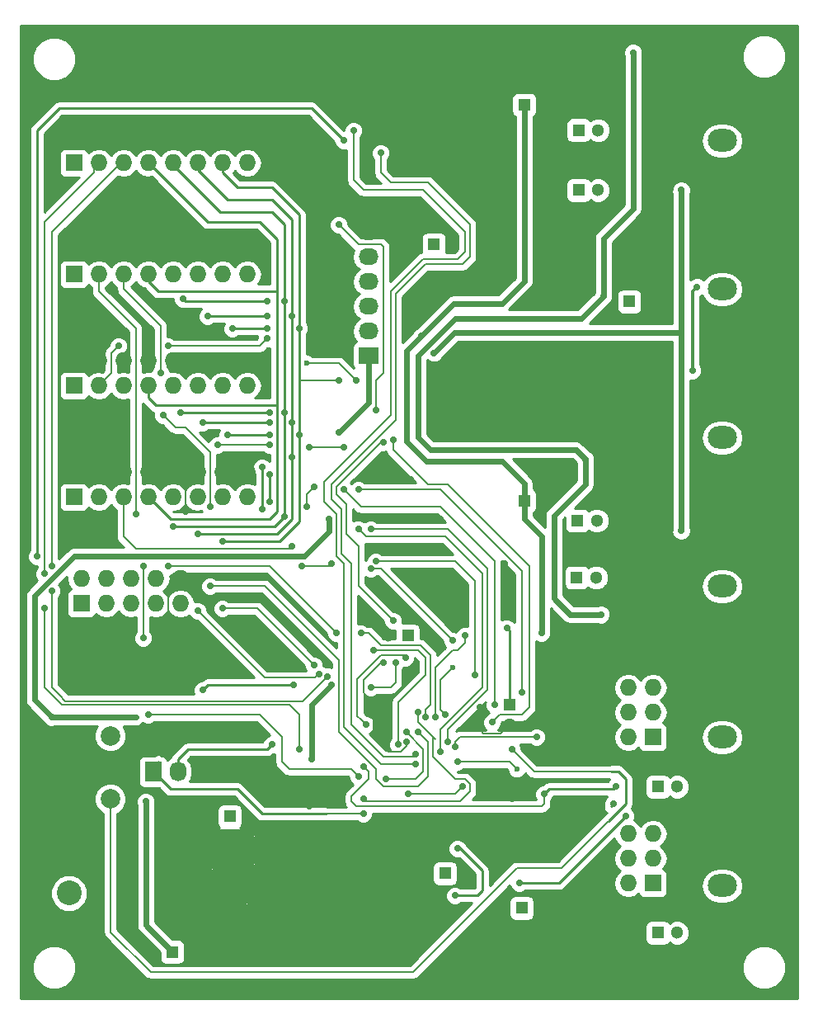
<source format=gbl>
G04 #@! TF.FileFunction,Copper,L2,Bot,Signal*
%FSLAX46Y46*%
G04 Gerber Fmt 4.6, Leading zero omitted, Abs format (unit mm)*
G04 Created by KiCad (PCBNEW 4.0.6-e0-6349~52~ubuntu16.10.1) date Wed Jun  7 21:36:25 2017*
%MOMM*%
%LPD*%
G01*
G04 APERTURE LIST*
%ADD10C,0.100000*%
%ADD11R,1.727200X1.727200*%
%ADD12O,1.727200X1.727200*%
%ADD13R,1.300000X1.300000*%
%ADD14C,1.300000*%
%ADD15O,4.000000X3.200000*%
%ADD16O,3.200000X4.000000*%
%ADD17O,3.000000X2.300000*%
%ADD18R,2.540000X2.540000*%
%ADD19C,2.540000*%
%ADD20R,2.032000X1.727200*%
%ADD21O,2.032000X1.727200*%
%ADD22R,1.727200X2.032000*%
%ADD23O,1.727200X2.032000*%
%ADD24C,2.000000*%
%ADD25C,0.700000*%
%ADD26C,0.600000*%
%ADD27C,0.200000*%
%ADD28C,0.250000*%
%ADD29C,0.300000*%
%ADD30C,0.600000*%
%ADD31C,0.254000*%
G04 APERTURE END LIST*
D10*
D11*
X69850000Y-117348000D03*
D12*
X69850000Y-114808000D03*
X72390000Y-117348000D03*
X72390000Y-114808000D03*
X74930000Y-117348000D03*
X74930000Y-114808000D03*
X77470000Y-117348000D03*
X77470000Y-114808000D03*
X80010000Y-117348000D03*
X80010000Y-114808000D03*
D13*
X120713500Y-114681000D03*
D14*
X122713500Y-114681000D03*
D13*
X120777000Y-108839000D03*
D14*
X122777000Y-108839000D03*
D13*
X120904000Y-74930000D03*
D14*
X122904000Y-74930000D03*
D13*
X120904000Y-68770500D03*
D14*
X122904000Y-68770500D03*
D13*
X115316000Y-106807000D03*
D14*
X117316000Y-106807000D03*
D13*
X115316000Y-66167000D03*
D14*
X117316000Y-66167000D03*
D13*
X129032000Y-151130000D03*
D14*
X131032000Y-151130000D03*
D13*
X129032000Y-136144000D03*
D14*
X131032000Y-136144000D03*
D13*
X126111000Y-86360000D03*
D14*
X128111000Y-86360000D03*
D13*
X106045000Y-80518000D03*
D14*
X108045000Y-80518000D03*
D13*
X85090000Y-139192000D03*
D14*
X85090000Y-141192000D03*
D13*
X79184500Y-153098500D03*
D14*
X79184500Y-151098500D03*
D15*
X135636000Y-141304000D03*
X135636000Y-151304000D03*
D16*
X140136000Y-146304000D03*
D17*
X135636000Y-146304000D03*
D15*
X135636000Y-126064000D03*
X135636000Y-136064000D03*
D16*
X140136000Y-131064000D03*
D17*
X135636000Y-131064000D03*
D18*
X68580000Y-141986000D03*
D19*
X68580000Y-147066000D03*
D15*
X135636000Y-110570000D03*
X135636000Y-120570000D03*
D16*
X140136000Y-115570000D03*
D17*
X135636000Y-115570000D03*
D15*
X135636000Y-95330000D03*
X135636000Y-105330000D03*
D16*
X140136000Y-100330000D03*
D17*
X135636000Y-100330000D03*
D15*
X135636000Y-80090000D03*
X135636000Y-90090000D03*
D16*
X140136000Y-85090000D03*
D17*
X135636000Y-85090000D03*
D15*
X135636000Y-64850000D03*
X135636000Y-74850000D03*
D16*
X140136000Y-69850000D03*
D17*
X135636000Y-69850000D03*
D20*
X99314000Y-91948000D03*
D21*
X99314000Y-89408000D03*
X99314000Y-86868000D03*
X99314000Y-84328000D03*
X99314000Y-81788000D03*
X99314000Y-79248000D03*
D22*
X77216000Y-134620000D03*
D23*
X79756000Y-134620000D03*
X82296000Y-134620000D03*
D11*
X69088000Y-106426000D03*
D12*
X69088000Y-103886000D03*
X71628000Y-106426000D03*
X71628000Y-103886000D03*
X74168000Y-106426000D03*
X74168000Y-103886000D03*
X76708000Y-106426000D03*
X76708000Y-103886000D03*
X79248000Y-106426000D03*
X79248000Y-103886000D03*
X81788000Y-106426000D03*
X81788000Y-103886000D03*
X84328000Y-106426000D03*
X84328000Y-103886000D03*
X86868000Y-106426000D03*
X86868000Y-103886000D03*
D11*
X69088000Y-94996000D03*
D12*
X69088000Y-92456000D03*
X71628000Y-94996000D03*
X71628000Y-92456000D03*
X74168000Y-94996000D03*
X74168000Y-92456000D03*
X76708000Y-94996000D03*
X76708000Y-92456000D03*
X79248000Y-94996000D03*
X79248000Y-92456000D03*
X81788000Y-94996000D03*
X81788000Y-92456000D03*
X84328000Y-94996000D03*
X84328000Y-92456000D03*
X86868000Y-94996000D03*
X86868000Y-92456000D03*
D11*
X69088000Y-83566000D03*
D12*
X69088000Y-81026000D03*
X71628000Y-83566000D03*
X71628000Y-81026000D03*
X74168000Y-83566000D03*
X74168000Y-81026000D03*
X76708000Y-83566000D03*
X76708000Y-81026000D03*
X79248000Y-83566000D03*
X79248000Y-81026000D03*
X81788000Y-83566000D03*
X81788000Y-81026000D03*
X84328000Y-83566000D03*
X84328000Y-81026000D03*
X86868000Y-83566000D03*
X86868000Y-81026000D03*
D11*
X69088000Y-72136000D03*
D12*
X69088000Y-69596000D03*
X71628000Y-72136000D03*
X71628000Y-69596000D03*
X74168000Y-72136000D03*
X74168000Y-69596000D03*
X76708000Y-72136000D03*
X76708000Y-69596000D03*
X79248000Y-72136000D03*
X79248000Y-69596000D03*
X81788000Y-72136000D03*
X81788000Y-69596000D03*
X84328000Y-72136000D03*
X84328000Y-69596000D03*
X86868000Y-72136000D03*
X86868000Y-69596000D03*
D11*
X128524000Y-146050000D03*
D12*
X125984000Y-146050000D03*
X128524000Y-143510000D03*
X125984000Y-143510000D03*
X128524000Y-140970000D03*
X125984000Y-140970000D03*
D11*
X128524000Y-131064000D03*
D12*
X125984000Y-131064000D03*
X128524000Y-128524000D03*
X125984000Y-128524000D03*
X128524000Y-125984000D03*
X125984000Y-125984000D03*
D24*
X72826000Y-137414000D03*
X68326000Y-137414000D03*
X72826000Y-130914000D03*
X68326000Y-130914000D03*
D13*
X113792000Y-127762000D03*
D14*
X113792000Y-129762000D03*
D13*
X103378000Y-120650000D03*
D14*
X101378000Y-120650000D03*
D13*
X115062000Y-148590000D03*
D14*
X113062000Y-148590000D03*
D13*
X107188000Y-145034000D03*
D14*
X109188000Y-145034000D03*
D25*
X96774000Y-69850000D03*
X65278000Y-112522000D03*
X114046000Y-132334000D03*
X100838000Y-123444000D03*
X113284000Y-113284000D03*
X113284000Y-114808000D03*
X103632000Y-104648000D03*
X106680000Y-108712000D03*
X103124000Y-117856000D03*
X107696000Y-116840000D03*
X80772000Y-87884000D03*
X81280000Y-89408000D03*
X79756000Y-89408000D03*
X78232000Y-86868000D03*
X79756000Y-87884000D03*
X82804000Y-100076000D03*
X70104000Y-119888000D03*
X71120000Y-120904000D03*
X68072000Y-108712000D03*
X69596000Y-108712000D03*
X71120000Y-108712000D03*
X72644000Y-108712000D03*
X72644000Y-109728000D03*
X72644000Y-110744000D03*
X71120000Y-110744000D03*
X69596000Y-110744000D03*
X68072000Y-110744000D03*
X76708000Y-102108000D03*
X78232000Y-102108000D03*
X79756000Y-102108000D03*
X81280000Y-102108000D03*
X89408000Y-123444000D03*
X89408000Y-121920000D03*
X79756000Y-124968000D03*
X78486000Y-124968000D03*
X78486000Y-125984000D03*
X79756000Y-125984000D03*
X80772000Y-125984000D03*
X87376000Y-141732000D03*
X87376000Y-143256000D03*
X85852000Y-143256000D03*
X80264000Y-149860000D03*
X81788000Y-150876000D03*
X81788000Y-149352000D03*
X82804000Y-147828000D03*
X82804000Y-146304000D03*
X82804000Y-144780000D03*
X82804000Y-143256000D03*
X84328000Y-143256000D03*
X101597091Y-143256008D03*
X101600000Y-142240000D03*
X100584000Y-142240000D03*
X100584000Y-143256000D03*
X99060000Y-143764000D03*
X99060000Y-142240000D03*
X99060000Y-140716000D03*
X70612000Y-125984000D03*
X103886000Y-140970000D03*
X105918000Y-147066000D03*
X93218000Y-138176000D03*
X80772000Y-124968000D03*
X80518000Y-107950000D03*
X66548000Y-74422000D03*
X103124000Y-111760000D03*
X105410000Y-111760000D03*
X103251000Y-131572000D03*
X100584000Y-127508000D03*
X114046000Y-137414000D03*
X109982000Y-134874000D03*
X116078000Y-137160000D03*
X110744000Y-128016000D03*
X128016000Y-72517000D03*
X124333000Y-112141000D03*
X85090000Y-144018000D03*
X84328000Y-144526000D03*
X100584000Y-144272000D03*
X113538000Y-119888000D03*
X76454000Y-137668000D03*
X117094000Y-120396000D03*
X93472000Y-133350000D03*
X95504000Y-125730000D03*
X103378000Y-136906000D03*
X108966000Y-136144000D03*
X104775000Y-89916000D03*
X108204000Y-147320000D03*
X108458000Y-142494000D03*
X98806000Y-134112000D03*
X117348000Y-136906000D03*
X124714000Y-136144000D03*
X114808000Y-146050000D03*
X125730000Y-139192000D03*
X124460000Y-137922000D03*
X131445000Y-109855000D03*
X131445000Y-74930000D03*
X106070400Y-91643200D03*
X91662000Y-125730000D03*
X82296000Y-126238000D03*
X95250000Y-108712000D03*
X66802000Y-129032000D03*
X96266000Y-99790000D03*
X104394000Y-128524000D03*
X98806000Y-137414000D03*
X98806000Y-138938000D03*
X96266000Y-78486000D03*
X101854000Y-119126000D03*
X100076000Y-97536000D03*
X100838000Y-100838000D03*
X89408000Y-131826000D03*
X102108000Y-123444000D03*
X99568000Y-125984000D03*
X96266000Y-94488000D03*
X84328000Y-117856000D03*
X93726000Y-123698000D03*
X92202000Y-89154000D03*
X88900000Y-89154000D03*
X85344000Y-89154000D03*
X89154000Y-100076000D03*
X84836000Y-100076000D03*
X92202000Y-100076000D03*
X84328000Y-110998000D03*
X103124000Y-122936000D03*
X99060000Y-129794000D03*
X91440000Y-102362000D03*
X93218000Y-101346000D03*
X96774000Y-101346000D03*
X81788000Y-118110000D03*
X94234000Y-124587000D03*
X91440000Y-87884000D03*
X88900000Y-87884000D03*
X82804000Y-87884000D03*
X91440000Y-98806000D03*
X89154000Y-98806000D03*
X82296000Y-98806000D03*
X81788000Y-110236000D03*
X92964000Y-107442000D03*
X112268000Y-127762000D03*
X96774000Y-105664000D03*
X93726000Y-105410000D03*
X91440000Y-111506000D03*
X92456000Y-113538000D03*
X95504000Y-113284000D03*
X100076000Y-113030000D03*
X110236000Y-124714000D03*
X78740000Y-113538000D03*
X96012000Y-120396000D03*
X98552000Y-120396000D03*
X105156000Y-129032000D03*
X90678000Y-108458000D03*
X99568000Y-113792000D03*
X107950000Y-121158000D03*
D26*
X107950000Y-123952000D03*
D25*
X107188000Y-128778000D03*
X90678000Y-86360000D03*
X88900000Y-86360000D03*
X80264000Y-86106000D03*
X90678000Y-97790000D03*
X89154000Y-97790000D03*
X80010000Y-97790000D03*
X79248000Y-109474000D03*
X101854000Y-100584000D03*
D26*
X92964000Y-92710000D03*
D25*
X98044000Y-94488000D03*
X73660000Y-90932000D03*
X78740000Y-90932000D03*
X88900000Y-90170000D03*
X112014000Y-129540000D03*
X89154000Y-101092000D03*
X83820000Y-101092000D03*
X115062000Y-126492000D03*
X98298000Y-105664000D03*
X88392000Y-107696000D03*
X88392000Y-103378000D03*
X103251000Y-130556000D03*
X75438000Y-108204000D03*
X76200000Y-113538000D03*
X76200000Y-120904000D03*
X76708000Y-128778000D03*
X98298000Y-135128000D03*
X101092000Y-135382000D03*
X83058000Y-115570000D03*
X83058000Y-107442000D03*
X78232000Y-98044000D03*
X77978000Y-93726000D03*
X104394000Y-130556000D03*
X89154000Y-104140000D03*
X89154000Y-106934000D03*
X92202000Y-132334000D03*
X66040000Y-114300000D03*
X66040000Y-117856000D03*
X95123000Y-124841000D03*
X66802000Y-113538000D03*
X66802000Y-116078000D03*
X106172000Y-129032000D03*
X109220000Y-120650000D03*
X107442000Y-131572000D03*
X99568000Y-109728000D03*
X106680000Y-132588000D03*
X98298000Y-109728000D03*
X104140000Y-132842000D03*
X100584000Y-71120000D03*
X97790000Y-68834000D03*
X104140000Y-133858000D03*
X108458000Y-133604000D03*
D26*
X114554000Y-134366000D03*
D25*
X108204000Y-132080000D03*
X116586000Y-131064000D03*
X121592300Y-102555000D03*
X123190000Y-118491000D03*
X126492000Y-60833000D03*
X123444000Y-85852000D03*
X99822000Y-122174000D03*
X102362000Y-131826000D03*
X133072000Y-84860000D03*
X132588000Y-93472000D03*
D27*
X123952000Y-139700000D02*
X120650000Y-143002000D01*
X72826000Y-151058000D02*
X72826000Y-137414000D01*
X76962000Y-155194000D02*
X72826000Y-151058000D01*
X103886000Y-155194000D02*
X76962000Y-155194000D01*
X114554000Y-144526000D02*
X103886000Y-155194000D01*
X119126000Y-144526000D02*
X114554000Y-144526000D01*
X120650000Y-143002000D02*
X119126000Y-144526000D01*
D28*
X96774000Y-69850000D02*
X93472000Y-66548000D01*
X93472000Y-66548000D02*
X67564000Y-66548000D01*
X67564000Y-66548000D02*
X65278000Y-68834000D01*
X65278000Y-68834000D02*
X65278000Y-112522000D01*
X123952000Y-139700000D02*
X123952000Y-139700000D01*
X124968000Y-134620000D02*
X124206000Y-134620000D01*
X125730000Y-135382000D02*
X124968000Y-134620000D01*
X125730000Y-137922000D02*
X125730000Y-135382000D01*
X123952000Y-139700000D02*
X125730000Y-137922000D01*
D27*
X116332000Y-134620000D02*
X124206000Y-134620000D01*
X124206000Y-134620000D02*
X124460000Y-134620000D01*
X114046000Y-132334000D02*
X116332000Y-134620000D01*
X98952002Y-126638002D02*
X98806000Y-126492000D01*
X99822000Y-127508000D02*
X98952002Y-126638002D01*
X98952002Y-125075998D02*
X100584000Y-123444000D01*
X100584000Y-123444000D02*
X100838000Y-123444000D01*
X99822000Y-127508000D02*
X100584000Y-127508000D01*
X98806000Y-125222000D02*
X98952002Y-125075998D01*
X98806000Y-126492000D02*
X98806000Y-125222000D01*
X113284000Y-114808000D02*
X113284000Y-113284000D01*
X80772000Y-87884000D02*
X79756000Y-87884000D01*
X78740000Y-88392000D02*
X79756000Y-89408000D01*
X78740000Y-87376000D02*
X78740000Y-88392000D01*
X78232000Y-86868000D02*
X78740000Y-87376000D01*
X71374000Y-125222000D02*
X71374000Y-124714000D01*
X71120000Y-124460000D02*
X71120000Y-120904000D01*
X71374000Y-124714000D02*
X71120000Y-124460000D01*
X69596000Y-110744000D02*
X68072000Y-110744000D01*
X67564000Y-104648000D02*
X67564000Y-108204000D01*
X67564000Y-108204000D02*
X68072000Y-108712000D01*
X69596000Y-108712000D02*
X71120000Y-108712000D01*
X72644000Y-108712000D02*
X72644000Y-109728000D01*
X72644000Y-110744000D02*
X71120000Y-110744000D01*
X69596000Y-110744000D02*
X68072000Y-110744000D01*
X68326000Y-103886000D02*
X67564000Y-104648000D01*
X69088000Y-103886000D02*
X68326000Y-103886000D01*
X81788000Y-103886000D02*
X81788000Y-102616000D01*
X79756000Y-102108000D02*
X78232000Y-102108000D01*
X81788000Y-102616000D02*
X81280000Y-102108000D01*
X89408000Y-121920000D02*
X89408000Y-123444000D01*
X80772000Y-124968000D02*
X80772000Y-124968000D01*
X78486000Y-124968000D02*
X79756000Y-124968000D01*
X79756000Y-125984000D02*
X78486000Y-125984000D01*
X80772000Y-124968000D02*
X80772000Y-125984000D01*
X85852000Y-143256000D02*
X87376000Y-143256000D01*
X80772000Y-149860000D02*
X80264000Y-149860000D01*
X81788000Y-150876000D02*
X80772000Y-149860000D01*
X81788000Y-148844000D02*
X81788000Y-149352000D01*
X82804000Y-147828000D02*
X81788000Y-148844000D01*
X82804000Y-144780000D02*
X82804000Y-146304000D01*
X84328000Y-143256000D02*
X82804000Y-143256000D01*
X101597099Y-143256000D02*
X101600000Y-143256000D01*
X101597091Y-143256008D02*
X101597099Y-143256000D01*
X100584000Y-142240000D02*
X101600000Y-142240000D01*
X100076000Y-143764000D02*
X100584000Y-143256000D01*
X99060000Y-143764000D02*
X100076000Y-143764000D01*
X99060000Y-140716000D02*
X99060000Y-142240000D01*
X71374000Y-125222000D02*
X71628000Y-125222000D01*
X71628000Y-125222000D02*
X80772000Y-124968000D01*
X70612000Y-125984000D02*
X71374000Y-125222000D01*
X68326000Y-137414000D02*
X68326000Y-141732000D01*
X68326000Y-141732000D02*
X68580000Y-141986000D01*
X102108000Y-144780000D02*
X100584000Y-144780000D01*
X103124000Y-143764000D02*
X102108000Y-144780000D01*
X103124000Y-141732000D02*
X103124000Y-143764000D01*
X103886000Y-140970000D02*
X103124000Y-141732000D01*
X100584000Y-144272000D02*
X100584000Y-144780000D01*
X100584000Y-144780000D02*
X100584000Y-145796000D01*
X101854000Y-147066000D02*
X105918000Y-147066000D01*
X100584000Y-145796000D02*
X101854000Y-147066000D01*
X89471500Y-134429500D02*
X83121500Y-134429500D01*
X93218000Y-138176000D02*
X89471500Y-134429500D01*
X78740000Y-116078000D02*
X80010000Y-114808000D01*
X78740000Y-119380000D02*
X78740000Y-116078000D01*
X81280000Y-121920000D02*
X78740000Y-119380000D01*
X81280000Y-124714000D02*
X81280000Y-121920000D01*
X80772000Y-124968000D02*
X81280000Y-124714000D01*
X80772000Y-103886000D02*
X81788000Y-103886000D01*
X80518000Y-104140000D02*
X80772000Y-103886000D01*
X80518000Y-107950000D02*
X80518000Y-104140000D01*
D28*
X69088000Y-92456000D02*
X68834000Y-92456000D01*
X68834000Y-92456000D02*
X67564000Y-93726000D01*
X67564000Y-102362000D02*
X69088000Y-103886000D01*
X67564000Y-93726000D02*
X67564000Y-102362000D01*
X69088000Y-81026000D02*
X68072000Y-81026000D01*
X67564000Y-90932000D02*
X69088000Y-92456000D01*
X67564000Y-81534000D02*
X67564000Y-90932000D01*
X68072000Y-81026000D02*
X67564000Y-81534000D01*
X67056000Y-69596000D02*
X69088000Y-69596000D01*
X66548000Y-70104000D02*
X67056000Y-69596000D01*
X66548000Y-74422000D02*
X66548000Y-70104000D01*
D27*
X105410000Y-111760000D02*
X103124000Y-111760000D01*
X99822000Y-131064000D02*
X99822000Y-128270000D01*
X103251000Y-131953000D02*
X102616000Y-132588000D01*
X102616000Y-132588000D02*
X101346000Y-132588000D01*
X101346000Y-132588000D02*
X99822000Y-131064000D01*
X103251000Y-131572000D02*
X103251000Y-131953000D01*
X99822000Y-128270000D02*
X100584000Y-127508000D01*
X109982000Y-134874000D02*
X112522000Y-137414000D01*
X112522000Y-137414000D02*
X114046000Y-137414000D01*
X114046000Y-137414000D02*
X115824000Y-137414000D01*
X115824000Y-137414000D02*
X116078000Y-137160000D01*
X110744000Y-128016000D02*
X110744000Y-130302000D01*
X110744000Y-130302000D02*
X111105998Y-130663998D01*
X111105998Y-130663998D02*
X112890002Y-130663998D01*
X112890002Y-130663998D02*
X113792000Y-129762000D01*
D28*
X86868000Y-69596000D02*
X84328000Y-69596000D01*
X81788000Y-69596000D02*
X84328000Y-69596000D01*
X79248000Y-69596000D02*
X81788000Y-69596000D01*
X76708000Y-69596000D02*
X79248000Y-69596000D01*
X74168000Y-69596000D02*
X76708000Y-69596000D01*
X86868000Y-69596000D02*
X71628000Y-69596000D01*
X99314000Y-79248000D02*
X107442000Y-79248000D01*
X108045000Y-79851000D02*
X108045000Y-80518000D01*
X107442000Y-79248000D02*
X108045000Y-79851000D01*
D29*
X132588000Y-72517000D02*
X134921000Y-74850000D01*
X128016000Y-72517000D02*
X132588000Y-72517000D01*
X134921000Y-74850000D02*
X135636000Y-74850000D01*
X132715000Y-112141000D02*
X124333000Y-112141000D01*
X132715000Y-112141000D02*
X134112000Y-112141000D01*
X135636000Y-110617000D02*
X134112000Y-112141000D01*
X135636000Y-110617000D02*
X135636000Y-110570000D01*
X100330000Y-144526000D02*
X85852000Y-144526000D01*
X85852000Y-144526000D02*
X85090000Y-144018000D01*
X85090000Y-144018000D02*
X84328000Y-144526000D01*
X84328000Y-144526000D02*
X83566000Y-144526000D01*
X100584000Y-144272000D02*
X100330000Y-144526000D01*
D28*
X113792000Y-120142000D02*
X113792000Y-127762000D01*
X113538000Y-119888000D02*
X113792000Y-120142000D01*
D30*
X79184500Y-153098500D02*
X76454000Y-150368000D01*
X76454000Y-137668000D02*
X76454000Y-150368000D01*
X115316000Y-106807000D02*
X115316000Y-108712000D01*
X117094000Y-110490000D02*
X117094000Y-120396000D01*
X115316000Y-108712000D02*
X117094000Y-110490000D01*
X93472000Y-127762000D02*
X93472000Y-133350000D01*
X95504000Y-125730000D02*
X93472000Y-127762000D01*
D27*
X108204000Y-136906000D02*
X103378000Y-136906000D01*
X108966000Y-136144000D02*
X108204000Y-136906000D01*
D30*
X115316000Y-106807000D02*
X115316000Y-105029000D01*
X115316000Y-105029000D02*
X113030000Y-102743000D01*
X113030000Y-102743000D02*
X105283000Y-102743000D01*
X105283000Y-102743000D02*
X103251000Y-100711000D01*
X103251000Y-100711000D02*
X103251000Y-91440000D01*
X103251000Y-91440000D02*
X104775000Y-89916000D01*
X104775000Y-89916000D02*
X108077000Y-86614000D01*
X108077000Y-86614000D02*
X113030000Y-86614000D01*
X113030000Y-86614000D02*
X115316000Y-84328000D01*
X115316000Y-84328000D02*
X115316000Y-66167000D01*
D28*
X108204000Y-147320000D02*
X110490000Y-147320000D01*
X110490000Y-147320000D02*
X110998000Y-146812000D01*
X110998000Y-146812000D02*
X110998000Y-144780000D01*
X110998000Y-144780000D02*
X108712000Y-142494000D01*
X108712000Y-142494000D02*
X108458000Y-142494000D01*
D27*
X97536000Y-137160000D02*
X97536000Y-137668000D01*
X98806000Y-134112000D02*
X99314000Y-134620000D01*
X99314000Y-134620000D02*
X99314000Y-135382000D01*
X99314000Y-135382000D02*
X97536000Y-137160000D01*
X117094000Y-138176000D02*
X117348000Y-137922000D01*
X98044000Y-138176000D02*
X117094000Y-138176000D01*
X97536000Y-137668000D02*
X98044000Y-138176000D01*
X117348000Y-137922000D02*
X117348000Y-136906000D01*
D28*
X117856000Y-136398000D02*
X117348000Y-136906000D01*
X124460000Y-136398000D02*
X117856000Y-136398000D01*
X124714000Y-136144000D02*
X124460000Y-136398000D01*
X118872000Y-146050000D02*
X114808000Y-146050000D01*
X125730000Y-139192000D02*
X118872000Y-146050000D01*
X124206000Y-138176000D02*
X124460000Y-137922000D01*
D30*
X131445000Y-109855000D02*
X131445000Y-89535000D01*
X131445000Y-74930000D02*
X131445000Y-89535000D01*
X106070400Y-91643200D02*
X108178600Y-89535000D01*
X108178600Y-89535000D02*
X131445000Y-89535000D01*
D28*
X82804000Y-125730000D02*
X82296000Y-126238000D01*
X84328000Y-125730000D02*
X82804000Y-125730000D01*
X85344000Y-125730000D02*
X84328000Y-125730000D01*
X85344000Y-125730000D02*
X91662000Y-125730000D01*
D30*
X95250000Y-108712000D02*
X95250000Y-109982000D01*
X65024000Y-127254000D02*
X66802000Y-129032000D01*
X65024000Y-116586000D02*
X65024000Y-127254000D01*
X69088000Y-112522000D02*
X65024000Y-116586000D01*
X92710000Y-112522000D02*
X69088000Y-112522000D01*
X95250000Y-109982000D02*
X92710000Y-112522000D01*
X75438000Y-129032000D02*
X66802000Y-129032000D01*
X99314000Y-91948000D02*
X99314000Y-96742000D01*
X99314000Y-96742000D02*
X96266000Y-99790000D01*
D28*
X94996000Y-138938000D02*
X88392000Y-138938000D01*
X78994000Y-136398000D02*
X77216000Y-134620000D01*
X85852000Y-136398000D02*
X78994000Y-136398000D01*
X88392000Y-138938000D02*
X85852000Y-136398000D01*
D27*
X98806000Y-138938000D02*
X95504000Y-138938000D01*
X101092000Y-137668000D02*
X99060000Y-137668000D01*
X104394000Y-129540000D02*
X106172000Y-131318000D01*
X106172000Y-131318000D02*
X105918000Y-131064000D01*
X105918000Y-131064000D02*
X105918000Y-133096000D01*
X105918000Y-133096000D02*
X108204000Y-135382000D01*
X108204000Y-135382000D02*
X109220000Y-135382000D01*
X109220000Y-135382000D02*
X109728000Y-135890000D01*
X109728000Y-135890000D02*
X109728000Y-136652000D01*
X109728000Y-136652000D02*
X108712000Y-137668000D01*
X108712000Y-137668000D02*
X101092000Y-137668000D01*
X104394000Y-128524000D02*
X104394000Y-129540000D01*
X99060000Y-137668000D02*
X98806000Y-137414000D01*
X95504000Y-138938000D02*
X94996000Y-138938000D01*
D28*
X77724000Y-133604000D02*
X77724000Y-134112000D01*
X77724000Y-134112000D02*
X77216000Y-134620000D01*
D27*
X100584000Y-80518000D02*
X98298000Y-80518000D01*
X98298000Y-80518000D02*
X96266000Y-78486000D01*
X100076000Y-101346000D02*
X100330000Y-101092000D01*
X98298000Y-111506000D02*
X97028000Y-110236000D01*
X97028000Y-110236000D02*
X97028000Y-107188000D01*
X97028000Y-107188000D02*
X96012000Y-106172000D01*
X96012000Y-106172000D02*
X96012000Y-105410000D01*
X96012000Y-105410000D02*
X100076000Y-101346000D01*
X101854000Y-119126000D02*
X98298000Y-115570000D01*
X98298000Y-115570000D02*
X98298000Y-111506000D01*
X100838000Y-80772000D02*
X100584000Y-80518000D01*
X100838000Y-93726000D02*
X100838000Y-80772000D01*
X100076000Y-94488000D02*
X100838000Y-93726000D01*
X100076000Y-97536000D02*
X100076000Y-94488000D01*
X100584000Y-100838000D02*
X100838000Y-100838000D01*
X100330000Y-101092000D02*
X100584000Y-100838000D01*
D28*
X79756000Y-133350000D02*
X80772000Y-132334000D01*
X80772000Y-132334000D02*
X88900000Y-132334000D01*
X88900000Y-132334000D02*
X89408000Y-131826000D01*
X79756000Y-134620000D02*
X79756000Y-133350000D01*
D27*
X99568000Y-125984000D02*
X101600000Y-125984000D01*
X102108000Y-125476000D02*
X102108000Y-123444000D01*
X101600000Y-125984000D02*
X102108000Y-125476000D01*
X99822000Y-125984000D02*
X99568000Y-125984000D01*
X96266000Y-94488000D02*
X92202000Y-94488000D01*
X87884000Y-117856000D02*
X84328000Y-117856000D01*
X93726000Y-123698000D02*
X87884000Y-117856000D01*
D28*
X85344000Y-89154000D02*
X88900000Y-89154000D01*
X84836000Y-100076000D02*
X89154000Y-100076000D01*
X92202000Y-100076000D02*
X92202000Y-99568000D01*
X90170000Y-110998000D02*
X85852000Y-110998000D01*
X92202000Y-108966000D02*
X90170000Y-110998000D01*
X92202000Y-77470000D02*
X92202000Y-89154000D01*
X92202000Y-89154000D02*
X92202000Y-94488000D01*
X92202000Y-94488000D02*
X92202000Y-99568000D01*
X92202000Y-99568000D02*
X92202000Y-108966000D01*
X89408000Y-74676000D02*
X92202000Y-77470000D01*
X85852000Y-74676000D02*
X89408000Y-74676000D01*
X84328000Y-73152000D02*
X85852000Y-74676000D01*
X84328000Y-73152000D02*
X84328000Y-72136000D01*
X84328000Y-110998000D02*
X85852000Y-110998000D01*
D27*
X98552000Y-124714000D02*
X98298000Y-124968000D01*
X103124000Y-122936000D02*
X102870000Y-122682000D01*
X102870000Y-122682000D02*
X100584000Y-122682000D01*
X100584000Y-122682000D02*
X98552000Y-124714000D01*
X98552000Y-129286000D02*
X99060000Y-129794000D01*
X98171000Y-128905000D02*
X98552000Y-129286000D01*
X98171000Y-125095000D02*
X98171000Y-128905000D01*
X98298000Y-124968000D02*
X98171000Y-125095000D01*
X96774000Y-101346000D02*
X93218000Y-101346000D01*
X88646000Y-124968000D02*
X81788000Y-118110000D01*
X93853000Y-124968000D02*
X88646000Y-124968000D01*
X94234000Y-124587000D02*
X93853000Y-124968000D01*
D28*
X82804000Y-87884000D02*
X88900000Y-87884000D01*
X82296000Y-98806000D02*
X89154000Y-98806000D01*
X91440000Y-108712000D02*
X89916000Y-110236000D01*
X91440000Y-77978000D02*
X91440000Y-87884000D01*
X91440000Y-87884000D02*
X91440000Y-98806000D01*
X91440000Y-98806000D02*
X91440000Y-102362000D01*
X91440000Y-102362000D02*
X91440000Y-108712000D01*
X89408000Y-75946000D02*
X91440000Y-77978000D01*
X84836000Y-75946000D02*
X89408000Y-75946000D01*
X84836000Y-75946000D02*
X81788000Y-72898000D01*
X81788000Y-110236000D02*
X89916000Y-110236000D01*
X81788000Y-72136000D02*
X81788000Y-72898000D01*
D27*
X93726000Y-105410000D02*
X92964000Y-106172000D01*
X92964000Y-106172000D02*
X92964000Y-106934000D01*
X92964000Y-106934000D02*
X92964000Y-107442000D01*
X100584000Y-107442000D02*
X98552000Y-107442000D01*
X112268000Y-127762000D02*
X112268000Y-113030000D01*
X112268000Y-113030000D02*
X106680000Y-107442000D01*
X106680000Y-107442000D02*
X100584000Y-107442000D01*
X98552000Y-107442000D02*
X96774000Y-105664000D01*
X74168000Y-110490000D02*
X74168000Y-106426000D01*
X75438000Y-111760000D02*
X74168000Y-110490000D01*
X91186000Y-111760000D02*
X75438000Y-111760000D01*
X91440000Y-111506000D02*
X91186000Y-111760000D01*
X95250000Y-113538000D02*
X92456000Y-113538000D01*
X95504000Y-113284000D02*
X95250000Y-113538000D01*
X108204000Y-113030000D02*
X100076000Y-113030000D01*
X110236000Y-115062000D02*
X108204000Y-113030000D01*
X110236000Y-124714000D02*
X110236000Y-115062000D01*
X105156000Y-129032000D02*
X105156000Y-128270000D01*
X104648000Y-121666000D02*
X105156000Y-122174000D01*
X89154000Y-113538000D02*
X78740000Y-113538000D01*
X96012000Y-120396000D02*
X89154000Y-113538000D01*
X99314000Y-120396000D02*
X98552000Y-120396000D01*
X100584000Y-121666000D02*
X99314000Y-120396000D01*
X103632000Y-121666000D02*
X100584000Y-121666000D01*
X103632000Y-121666000D02*
X104648000Y-121666000D01*
X105664000Y-122682000D02*
X105156000Y-122174000D01*
X105664000Y-127762000D02*
X105664000Y-122682000D01*
X105156000Y-128270000D02*
X105664000Y-127762000D01*
D28*
X76708000Y-83566000D02*
X76708000Y-84328000D01*
X76708000Y-84328000D02*
X77724000Y-85344000D01*
X77724000Y-85344000D02*
X89916000Y-85344000D01*
X76708000Y-94996000D02*
X76708000Y-96266000D01*
X77470000Y-97028000D02*
X89916000Y-97028000D01*
X76708000Y-96266000D02*
X77470000Y-97028000D01*
X85344000Y-108712000D02*
X78994000Y-108712000D01*
X76708000Y-72136000D02*
X82804000Y-78232000D01*
X89916000Y-107950000D02*
X89154000Y-108712000D01*
X89916000Y-80010000D02*
X89916000Y-85344000D01*
X89916000Y-85344000D02*
X89916000Y-97028000D01*
X89916000Y-97028000D02*
X89916000Y-107950000D01*
X89662000Y-79756000D02*
X89916000Y-80010000D01*
X88138000Y-78232000D02*
X89662000Y-79756000D01*
X82804000Y-78232000D02*
X88138000Y-78232000D01*
X89154000Y-108712000D02*
X85344000Y-108712000D01*
X78994000Y-108712000D02*
X76708000Y-106426000D01*
D27*
X100584000Y-113792000D02*
X99568000Y-113792000D01*
X107950000Y-121158000D02*
X100584000Y-113792000D01*
X106680000Y-125222000D02*
X107950000Y-123952000D01*
X106680000Y-128270000D02*
X106680000Y-125222000D01*
X107188000Y-128778000D02*
X106680000Y-128270000D01*
D28*
X80518000Y-86360000D02*
X88900000Y-86360000D01*
X80264000Y-86106000D02*
X80518000Y-86360000D01*
X80010000Y-97790000D02*
X89154000Y-97790000D01*
X90678000Y-108458000D02*
X89662000Y-109474000D01*
X90678000Y-78486000D02*
X90678000Y-86360000D01*
X90678000Y-86360000D02*
X90678000Y-97790000D01*
X90678000Y-97790000D02*
X90678000Y-108458000D01*
X89408000Y-77216000D02*
X90678000Y-78486000D01*
X84074000Y-77216000D02*
X89408000Y-77216000D01*
X84074000Y-77216000D02*
X79248000Y-72390000D01*
X79248000Y-109474000D02*
X89662000Y-109474000D01*
X79248000Y-72136000D02*
X79248000Y-72390000D01*
D27*
X96266000Y-92710000D02*
X93726000Y-92710000D01*
X98044000Y-94488000D02*
X96266000Y-92710000D01*
X93726000Y-92710000D02*
X92964000Y-92710000D01*
X71628000Y-94996000D02*
X72898000Y-93726000D01*
X72898000Y-91694000D02*
X72898000Y-93726000D01*
X73152000Y-91440000D02*
X72898000Y-91694000D01*
X73660000Y-90932000D02*
X73152000Y-91440000D01*
X88138000Y-90932000D02*
X78740000Y-90932000D01*
X88900000Y-90170000D02*
X88138000Y-90932000D01*
X101854000Y-100584000D02*
X101854000Y-101600000D01*
X112014000Y-129540000D02*
X112776000Y-128778000D01*
X112776000Y-128778000D02*
X115062000Y-128778000D01*
X115062000Y-128778000D02*
X115824000Y-128016000D01*
X115824000Y-128016000D02*
X115824000Y-113538000D01*
X115824000Y-113538000D02*
X107442000Y-105156000D01*
X107442000Y-105156000D02*
X105410000Y-105156000D01*
X101854000Y-100838000D02*
X101854000Y-100584000D01*
X101854000Y-101600000D02*
X105410000Y-105156000D01*
X89154000Y-101092000D02*
X83820000Y-101092000D01*
X115062000Y-126492000D02*
X115062000Y-114046000D01*
X115062000Y-114046000D02*
X106680000Y-105664000D01*
X106680000Y-105664000D02*
X98298000Y-105664000D01*
D28*
X88392000Y-103886000D02*
X88392000Y-107696000D01*
X88392000Y-103378000D02*
X88392000Y-103886000D01*
D27*
X104902000Y-132334000D02*
X104902000Y-134620000D01*
X103251000Y-130556000D02*
X104902000Y-132334000D01*
X88138000Y-128778000D02*
X90424000Y-131064000D01*
X90424000Y-131064000D02*
X90424000Y-133604000D01*
X90424000Y-133604000D02*
X91186000Y-134366000D01*
X91186000Y-134366000D02*
X93218000Y-134366000D01*
X71628000Y-85344000D02*
X71628000Y-83566000D01*
X75438000Y-89154000D02*
X71628000Y-85344000D01*
X75438000Y-102362000D02*
X75438000Y-89154000D01*
X75438000Y-108204000D02*
X75438000Y-102362000D01*
X76200000Y-116078000D02*
X76200000Y-113538000D01*
X76200000Y-120904000D02*
X76200000Y-116078000D01*
X87630000Y-128778000D02*
X76708000Y-128778000D01*
X97536000Y-134366000D02*
X93218000Y-134366000D01*
X98298000Y-135128000D02*
X97536000Y-134366000D01*
X104140000Y-135382000D02*
X101092000Y-135382000D01*
X87630000Y-128778000D02*
X88138000Y-128778000D01*
X104902000Y-134620000D02*
X104140000Y-135382000D01*
X96266000Y-130556000D02*
X96266000Y-123190000D01*
X96266000Y-123190000D02*
X88646000Y-115570000D01*
X88646000Y-115570000D02*
X83058000Y-115570000D01*
X83058000Y-107442000D02*
X83058000Y-101854000D01*
X83058000Y-101854000D02*
X80518000Y-99314000D01*
X80518000Y-99314000D02*
X79502000Y-99314000D01*
X79502000Y-99314000D02*
X78232000Y-98044000D01*
X77978000Y-93726000D02*
X77978000Y-88900000D01*
X77978000Y-88900000D02*
X74168000Y-85090000D01*
X74168000Y-85090000D02*
X74168000Y-83566000D01*
X101854000Y-136144000D02*
X100838000Y-136144000D01*
X105410000Y-131572000D02*
X105410000Y-135128000D01*
X105410000Y-135128000D02*
X104394000Y-136144000D01*
X104394000Y-136144000D02*
X101854000Y-136144000D01*
X104394000Y-130556000D02*
X105410000Y-131572000D01*
X100076000Y-134366000D02*
X97536000Y-131826000D01*
X100076000Y-135382000D02*
X100076000Y-134366000D01*
X100838000Y-136144000D02*
X100076000Y-135382000D01*
X97536000Y-131826000D02*
X96266000Y-130556000D01*
D28*
X89154000Y-104140000D02*
X89154000Y-106934000D01*
D27*
X87630000Y-127762000D02*
X91186000Y-127762000D01*
X71120000Y-72644000D02*
X71120000Y-73152000D01*
X66802000Y-126746000D02*
X66040000Y-125984000D01*
X67818000Y-127762000D02*
X66802000Y-126746000D01*
X87630000Y-127762000D02*
X67818000Y-127762000D01*
X66802000Y-77470000D02*
X69850000Y-74422000D01*
X66040000Y-78232000D02*
X66802000Y-77470000D01*
X66040000Y-81534000D02*
X66040000Y-78232000D01*
X66040000Y-104394000D02*
X66040000Y-81534000D01*
X66040000Y-114300000D02*
X66040000Y-104394000D01*
X66040000Y-125984000D02*
X66040000Y-117856000D01*
X69850000Y-74422000D02*
X71120000Y-73152000D01*
X92202000Y-128778000D02*
X92202000Y-132334000D01*
X91186000Y-127762000D02*
X92202000Y-128778000D01*
X71120000Y-72644000D02*
X71628000Y-72136000D01*
X67564000Y-126746000D02*
X66802000Y-125984000D01*
X95123000Y-124841000D02*
X92602002Y-127361998D01*
X92602002Y-127361998D02*
X68179998Y-127361998D01*
X68179998Y-127361998D02*
X67564000Y-126746000D01*
X66802000Y-79248000D02*
X73914000Y-72136000D01*
X66802000Y-87376000D02*
X66802000Y-79248000D01*
X66802000Y-99314000D02*
X66802000Y-87376000D01*
X66802000Y-113538000D02*
X66802000Y-99314000D01*
X66802000Y-116840000D02*
X66802000Y-116078000D01*
X66802000Y-125984000D02*
X66802000Y-116840000D01*
X73914000Y-72136000D02*
X74168000Y-72136000D01*
X106172000Y-124714000D02*
X106172000Y-123952000D01*
X106172000Y-124714000D02*
X106172000Y-129032000D01*
X109220000Y-121412000D02*
X109220000Y-120650000D01*
X108458000Y-122174000D02*
X109220000Y-121412000D01*
X107950000Y-122174000D02*
X108458000Y-122174000D01*
X106172000Y-123952000D02*
X107950000Y-122174000D01*
X107442000Y-131572000D02*
X107442000Y-130302000D01*
X107442000Y-109728000D02*
X99568000Y-109728000D01*
X111506000Y-113792000D02*
X107442000Y-109728000D01*
X111506000Y-126238000D02*
X111506000Y-113792000D01*
X107442000Y-130302000D02*
X111506000Y-126238000D01*
X106680000Y-132588000D02*
X106680000Y-130302000D01*
X99060000Y-110490000D02*
X98298000Y-109728000D01*
X107188000Y-110490000D02*
X99060000Y-110490000D01*
X110998000Y-114300000D02*
X107188000Y-110490000D01*
X110998000Y-125984000D02*
X110998000Y-114300000D01*
X106680000Y-130302000D02*
X110998000Y-125984000D01*
X100838000Y-133096000D02*
X103886000Y-133096000D01*
X97536000Y-129794000D02*
X97536000Y-113284000D01*
X108966000Y-82550000D02*
X109728000Y-81788000D01*
X109728000Y-81788000D02*
X109728000Y-78486000D01*
X109728000Y-78486000D02*
X105410000Y-74168000D01*
X105410000Y-74168000D02*
X101600000Y-74168000D01*
X101600000Y-74168000D02*
X100584000Y-73152000D01*
X100584000Y-73152000D02*
X100584000Y-71120000D01*
X105156000Y-82550000D02*
X108458000Y-82550000D01*
X102108000Y-85598000D02*
X105156000Y-82550000D01*
X102108000Y-98552000D02*
X102108000Y-85598000D01*
X97536000Y-103124000D02*
X102108000Y-98552000D01*
X100838000Y-133096000D02*
X97536000Y-129794000D01*
X108458000Y-82550000D02*
X108966000Y-82550000D01*
X95504000Y-105156000D02*
X97536000Y-103124000D01*
X95504000Y-106680000D02*
X95504000Y-105156000D01*
X96520000Y-107696000D02*
X95504000Y-106680000D01*
X96520000Y-112268000D02*
X96520000Y-107696000D01*
X97536000Y-113284000D02*
X96520000Y-112268000D01*
X103886000Y-133096000D02*
X104140000Y-132842000D01*
X96774000Y-102870000D02*
X94742000Y-104902000D01*
X108458000Y-82042000D02*
X109220000Y-81280000D01*
X109220000Y-81280000D02*
X109220000Y-79248000D01*
X109220000Y-79248000D02*
X104902000Y-74930000D01*
X104902000Y-74930000D02*
X98806000Y-74930000D01*
X98806000Y-74930000D02*
X97790000Y-73914000D01*
X97790000Y-73914000D02*
X97790000Y-68834000D01*
X104140000Y-133858000D02*
X100584000Y-133858000D01*
X104902000Y-82042000D02*
X108204000Y-82042000D01*
X101600000Y-85344000D02*
X104902000Y-82042000D01*
X101600000Y-98044000D02*
X101600000Y-85344000D01*
X96774000Y-102870000D02*
X101600000Y-98044000D01*
X100584000Y-133858000D02*
X96774000Y-130048000D01*
X108204000Y-82042000D02*
X108458000Y-82042000D01*
X96774000Y-113284000D02*
X96774000Y-130048000D01*
X96012000Y-112522000D02*
X96774000Y-113284000D01*
X96012000Y-108204000D02*
X96012000Y-112522000D01*
X94742000Y-106934000D02*
X96012000Y-108204000D01*
X94742000Y-104902000D02*
X94742000Y-106934000D01*
X108458000Y-133604000D02*
X113792000Y-133604000D01*
X113792000Y-133604000D02*
X114554000Y-134366000D01*
X108966000Y-131064000D02*
X108712000Y-131064000D01*
X108966000Y-131064000D02*
X116586000Y-131064000D01*
X108204000Y-131572000D02*
X108204000Y-132080000D01*
X108712000Y-131064000D02*
X108204000Y-131572000D01*
D30*
X121592300Y-102555000D02*
X121592300Y-102542300D01*
X104394000Y-100330000D02*
X104394000Y-91948000D01*
X104394000Y-91948000D02*
X108204000Y-88138000D01*
X108204000Y-88138000D02*
X121158000Y-88138000D01*
X121158000Y-88138000D02*
X123444000Y-85852000D01*
X105664000Y-101600000D02*
X104394000Y-100330000D01*
X120650000Y-101600000D02*
X105664000Y-101600000D01*
X121592300Y-102542300D02*
X120650000Y-101600000D01*
X121589800Y-102552500D02*
X121589800Y-102557500D01*
X121589800Y-102557500D02*
X121592300Y-102555000D01*
X121589800Y-102552500D02*
X121589800Y-105105200D01*
X120015000Y-118491000D02*
X123190000Y-118491000D01*
X118364000Y-116840000D02*
X120015000Y-118491000D01*
X118364000Y-108331000D02*
X118364000Y-116840000D01*
X121589800Y-105105200D02*
X118364000Y-108331000D01*
X123444000Y-85852000D02*
X123444000Y-79883000D01*
X126492000Y-76835000D02*
X126492000Y-60833000D01*
X123444000Y-79883000D02*
X126492000Y-76835000D01*
X121589800Y-102552500D02*
X121602500Y-102539800D01*
D27*
X104648000Y-122428000D02*
X105156000Y-122936000D01*
X104394000Y-122174000D02*
X104648000Y-122428000D01*
X99822000Y-122174000D02*
X103378000Y-122174000D01*
X103378000Y-122174000D02*
X104394000Y-122174000D01*
X105156000Y-124714000D02*
X104394000Y-125476000D01*
X105156000Y-122936000D02*
X105156000Y-124714000D01*
X102362000Y-131826000D02*
X102362000Y-127508000D01*
X102362000Y-127508000D02*
X104394000Y-125476000D01*
X104394000Y-125476000D02*
X104648000Y-125222000D01*
D29*
X132588000Y-85344000D02*
X132588000Y-93472000D01*
X133072000Y-84860000D02*
X132588000Y-85344000D01*
D31*
G36*
X87503000Y-141276606D02*
X87503000Y-143965394D01*
X86778197Y-144690197D01*
X86750334Y-144732211D01*
X86741000Y-144780000D01*
X86741000Y-148029394D01*
X86307394Y-148463000D01*
X82348606Y-148463000D01*
X81915000Y-148029394D01*
X81915000Y-146102606D01*
X83401803Y-144615803D01*
X83429666Y-144573789D01*
X83439000Y-144526000D01*
X83439000Y-141022606D01*
X83872606Y-140589000D01*
X86815394Y-140589000D01*
X87503000Y-141276606D01*
X87503000Y-141276606D01*
G37*
X87503000Y-141276606D02*
X87503000Y-143965394D01*
X86778197Y-144690197D01*
X86750334Y-144732211D01*
X86741000Y-144780000D01*
X86741000Y-148029394D01*
X86307394Y-148463000D01*
X82348606Y-148463000D01*
X81915000Y-148029394D01*
X81915000Y-146102606D01*
X83401803Y-144615803D01*
X83429666Y-144573789D01*
X83439000Y-144526000D01*
X83439000Y-141022606D01*
X83872606Y-140589000D01*
X86815394Y-140589000D01*
X87503000Y-141276606D01*
G36*
X143383000Y-157861000D02*
X63627000Y-157861000D01*
X63627000Y-155128619D01*
X64820613Y-155128619D01*
X65160155Y-155950372D01*
X65788321Y-156579636D01*
X66609481Y-156920611D01*
X67498619Y-156921387D01*
X68320372Y-156581845D01*
X68949636Y-155953679D01*
X69290611Y-155132519D01*
X69291387Y-154243381D01*
X68951845Y-153421628D01*
X68323679Y-152792364D01*
X67502519Y-152451389D01*
X66613381Y-152450613D01*
X65791628Y-152790155D01*
X65162364Y-153418321D01*
X64821389Y-154239481D01*
X64820613Y-155128619D01*
X63627000Y-155128619D01*
X63627000Y-147443265D01*
X66674670Y-147443265D01*
X66964078Y-148143686D01*
X67499495Y-148680039D01*
X68199410Y-148970668D01*
X68957265Y-148971330D01*
X69657686Y-148681922D01*
X70194039Y-148146505D01*
X70484668Y-147446590D01*
X70485330Y-146688735D01*
X70195922Y-145988314D01*
X69660505Y-145451961D01*
X68960590Y-145161332D01*
X68202735Y-145160670D01*
X67502314Y-145450078D01*
X66965961Y-145985495D01*
X66675332Y-146685410D01*
X66674670Y-147443265D01*
X63627000Y-147443265D01*
X63627000Y-116586000D01*
X64089000Y-116586000D01*
X64089000Y-127254000D01*
X64160173Y-127611809D01*
X64362855Y-127915145D01*
X65916852Y-129469142D01*
X65966471Y-129589229D01*
X66243314Y-129866555D01*
X66605212Y-130016828D01*
X66997069Y-130017170D01*
X67118490Y-129967000D01*
X71460393Y-129967000D01*
X71440722Y-129986637D01*
X71191284Y-130587352D01*
X71190716Y-131237795D01*
X71439106Y-131838943D01*
X71898637Y-132299278D01*
X72499352Y-132548716D01*
X73149795Y-132549284D01*
X73750943Y-132300894D01*
X74211278Y-131841363D01*
X74460716Y-131240648D01*
X74461284Y-130590205D01*
X74212894Y-129989057D01*
X74190876Y-129967000D01*
X75438000Y-129967000D01*
X75795809Y-129895827D01*
X76099145Y-129693145D01*
X76152194Y-129613751D01*
X76511212Y-129762828D01*
X76903069Y-129763170D01*
X77265229Y-129613529D01*
X77365933Y-129513000D01*
X87833554Y-129513000D01*
X89176455Y-130855902D01*
X88850771Y-130990471D01*
X88573445Y-131267314D01*
X88446098Y-131574000D01*
X80772000Y-131574000D01*
X80481161Y-131631852D01*
X80234599Y-131796599D01*
X79218599Y-132812599D01*
X79053852Y-133059161D01*
X79036065Y-133148581D01*
X78696330Y-133375585D01*
X78686757Y-133389913D01*
X78682762Y-133368683D01*
X78543690Y-133152559D01*
X78331490Y-133007569D01*
X78104159Y-132961533D01*
X78014839Y-132901852D01*
X77724000Y-132844000D01*
X77433161Y-132901852D01*
X77351284Y-132956560D01*
X76352400Y-132956560D01*
X76117083Y-133000838D01*
X75900959Y-133139910D01*
X75755969Y-133352110D01*
X75704960Y-133604000D01*
X75704960Y-135636000D01*
X75749238Y-135871317D01*
X75888310Y-136087441D01*
X76100510Y-136232431D01*
X76352400Y-136283440D01*
X77804638Y-136283440D01*
X78456599Y-136935401D01*
X78703161Y-137100148D01*
X78994000Y-137158000D01*
X85537198Y-137158000D01*
X87854599Y-139475401D01*
X88101160Y-139640148D01*
X88149414Y-139649746D01*
X88392000Y-139698000D01*
X94996000Y-139698000D01*
X95121682Y-139673000D01*
X98147932Y-139673000D01*
X98247314Y-139772555D01*
X98609212Y-139922828D01*
X99001069Y-139923170D01*
X99363229Y-139773529D01*
X99640555Y-139496686D01*
X99790828Y-139134788D01*
X99791023Y-138911000D01*
X117094000Y-138911000D01*
X117375272Y-138855051D01*
X117613723Y-138695723D01*
X117867723Y-138441724D01*
X118027051Y-138203272D01*
X118046908Y-138103445D01*
X118083000Y-137922000D01*
X118083000Y-137564068D01*
X118182555Y-137464686D01*
X118309902Y-137158000D01*
X123831117Y-137158000D01*
X123625445Y-137363314D01*
X123475172Y-137725212D01*
X123474905Y-138030684D01*
X123446000Y-138176000D01*
X123503852Y-138466839D01*
X123668599Y-138713401D01*
X123785612Y-138791586D01*
X123414599Y-139162599D01*
X123343406Y-139269147D01*
X120130279Y-142482275D01*
X120130276Y-142482277D01*
X118821554Y-143791000D01*
X114554000Y-143791000D01*
X114272728Y-143846949D01*
X114034276Y-144006277D01*
X111758000Y-146282553D01*
X111758000Y-144780000D01*
X111718861Y-144583238D01*
X111700148Y-144489160D01*
X111535401Y-144242599D01*
X109338562Y-142045760D01*
X109293529Y-141936771D01*
X109016686Y-141659445D01*
X108654788Y-141509172D01*
X108262931Y-141508830D01*
X107900771Y-141658471D01*
X107623445Y-141935314D01*
X107473172Y-142297212D01*
X107472830Y-142689069D01*
X107622471Y-143051229D01*
X107899314Y-143328555D01*
X108261212Y-143478828D01*
X108622341Y-143479143D01*
X110238000Y-145094802D01*
X110238000Y-146497198D01*
X110175198Y-146560000D01*
X108837111Y-146560000D01*
X108762686Y-146485445D01*
X108400788Y-146335172D01*
X108008931Y-146334830D01*
X107646771Y-146484471D01*
X107369445Y-146761314D01*
X107219172Y-147123212D01*
X107218830Y-147515069D01*
X107368471Y-147877229D01*
X107645314Y-148154555D01*
X108007212Y-148304828D01*
X108399069Y-148305170D01*
X108761229Y-148155529D01*
X108836890Y-148080000D01*
X109960553Y-148080000D01*
X103581554Y-154459000D01*
X77266447Y-154459000D01*
X73561000Y-150753554D01*
X73561000Y-138879377D01*
X73750943Y-138800894D01*
X74211278Y-138341363D01*
X74409882Y-137863069D01*
X75468830Y-137863069D01*
X75519000Y-137984490D01*
X75519000Y-150368000D01*
X75590173Y-150725809D01*
X75792855Y-151029145D01*
X77887060Y-153123350D01*
X77887060Y-153748500D01*
X77931338Y-153983817D01*
X78070410Y-154199941D01*
X78282610Y-154344931D01*
X78534500Y-154395940D01*
X79834500Y-154395940D01*
X80069817Y-154351662D01*
X80285941Y-154212590D01*
X80430931Y-154000390D01*
X80481940Y-153748500D01*
X80481940Y-152448500D01*
X80437662Y-152213183D01*
X80298590Y-151997059D01*
X80086390Y-151852069D01*
X79834500Y-151801060D01*
X79209350Y-151801060D01*
X77389000Y-149980710D01*
X77389000Y-146050000D01*
X81661000Y-146050000D01*
X81661000Y-148082000D01*
X81670334Y-148129789D01*
X81698197Y-148171803D01*
X82206197Y-148679803D01*
X82246590Y-148706994D01*
X82296000Y-148717000D01*
X86360000Y-148717000D01*
X86407789Y-148707666D01*
X86449803Y-148679803D01*
X86957803Y-148171803D01*
X86984994Y-148131410D01*
X86995000Y-148082000D01*
X86995000Y-144832606D01*
X87443606Y-144384000D01*
X105890560Y-144384000D01*
X105890560Y-145684000D01*
X105934838Y-145919317D01*
X106073910Y-146135441D01*
X106286110Y-146280431D01*
X106538000Y-146331440D01*
X107838000Y-146331440D01*
X108073317Y-146287162D01*
X108289441Y-146148090D01*
X108434431Y-145935890D01*
X108485440Y-145684000D01*
X108485440Y-144384000D01*
X108441162Y-144148683D01*
X108302090Y-143932559D01*
X108089890Y-143787569D01*
X107838000Y-143736560D01*
X106538000Y-143736560D01*
X106302683Y-143780838D01*
X106086559Y-143919910D01*
X105941569Y-144132110D01*
X105890560Y-144384000D01*
X87443606Y-144384000D01*
X87719803Y-144107803D01*
X87746994Y-144067410D01*
X87757000Y-144018000D01*
X87757000Y-141224000D01*
X87747666Y-141176211D01*
X87719803Y-141134197D01*
X86957803Y-140372197D01*
X86917410Y-140345006D01*
X86868000Y-140335000D01*
X86146514Y-140335000D01*
X86191441Y-140306090D01*
X86336431Y-140093890D01*
X86387440Y-139842000D01*
X86387440Y-138542000D01*
X86343162Y-138306683D01*
X86204090Y-138090559D01*
X85991890Y-137945569D01*
X85740000Y-137894560D01*
X84440000Y-137894560D01*
X84204683Y-137938838D01*
X83988559Y-138077910D01*
X83843569Y-138290110D01*
X83792560Y-138542000D01*
X83792560Y-139842000D01*
X83836838Y-140077317D01*
X83975910Y-140293441D01*
X84036734Y-140335000D01*
X83820000Y-140335000D01*
X83772211Y-140344334D01*
X83730197Y-140372197D01*
X83222197Y-140880197D01*
X83195006Y-140920590D01*
X83185000Y-140970000D01*
X83185000Y-144473394D01*
X81698197Y-145960197D01*
X81671006Y-146000590D01*
X81661000Y-146050000D01*
X77389000Y-146050000D01*
X77389000Y-137984787D01*
X77438828Y-137864788D01*
X77439170Y-137472931D01*
X77289529Y-137110771D01*
X77012686Y-136833445D01*
X76650788Y-136683172D01*
X76258931Y-136682830D01*
X75896771Y-136832471D01*
X75619445Y-137109314D01*
X75469172Y-137471212D01*
X75468830Y-137863069D01*
X74409882Y-137863069D01*
X74460716Y-137740648D01*
X74461284Y-137090205D01*
X74212894Y-136489057D01*
X73753363Y-136028722D01*
X73152648Y-135779284D01*
X72502205Y-135778716D01*
X71901057Y-136027106D01*
X71440722Y-136486637D01*
X71191284Y-137087352D01*
X71190716Y-137737795D01*
X71439106Y-138338943D01*
X71898637Y-138799278D01*
X72091000Y-138879154D01*
X72091000Y-151058000D01*
X72125577Y-151231827D01*
X72146949Y-151339272D01*
X72306277Y-151577723D01*
X76442276Y-155713723D01*
X76680728Y-155873051D01*
X76962000Y-155929000D01*
X103886000Y-155929000D01*
X104167272Y-155873051D01*
X104405723Y-155713723D01*
X104990827Y-155128619D01*
X137718613Y-155128619D01*
X138058155Y-155950372D01*
X138686321Y-156579636D01*
X139507481Y-156920611D01*
X140396619Y-156921387D01*
X141218372Y-156581845D01*
X141847636Y-155953679D01*
X142188611Y-155132519D01*
X142189387Y-154243381D01*
X141849845Y-153421628D01*
X141221679Y-152792364D01*
X140400519Y-152451389D01*
X139511381Y-152450613D01*
X138689628Y-152790155D01*
X138060364Y-153418321D01*
X137719389Y-154239481D01*
X137718613Y-155128619D01*
X104990827Y-155128619D01*
X109639446Y-150480000D01*
X127734560Y-150480000D01*
X127734560Y-151780000D01*
X127778838Y-152015317D01*
X127917910Y-152231441D01*
X128130110Y-152376431D01*
X128382000Y-152427440D01*
X129682000Y-152427440D01*
X129917317Y-152383162D01*
X130133441Y-152244090D01*
X130212687Y-152128109D01*
X130303155Y-152218735D01*
X130775276Y-152414777D01*
X131286481Y-152415223D01*
X131758943Y-152220005D01*
X132120735Y-151858845D01*
X132316777Y-151386724D01*
X132317223Y-150875519D01*
X132122005Y-150403057D01*
X131760845Y-150041265D01*
X131288724Y-149845223D01*
X130777519Y-149844777D01*
X130305057Y-150039995D01*
X130212746Y-150132145D01*
X130146090Y-150028559D01*
X129933890Y-149883569D01*
X129682000Y-149832560D01*
X128382000Y-149832560D01*
X128146683Y-149876838D01*
X127930559Y-150015910D01*
X127785569Y-150228110D01*
X127734560Y-150480000D01*
X109639446Y-150480000D01*
X112179446Y-147940000D01*
X113764560Y-147940000D01*
X113764560Y-149240000D01*
X113808838Y-149475317D01*
X113947910Y-149691441D01*
X114160110Y-149836431D01*
X114412000Y-149887440D01*
X115712000Y-149887440D01*
X115947317Y-149843162D01*
X116163441Y-149704090D01*
X116308431Y-149491890D01*
X116359440Y-149240000D01*
X116359440Y-147940000D01*
X116315162Y-147704683D01*
X116176090Y-147488559D01*
X115963890Y-147343569D01*
X115712000Y-147292560D01*
X114412000Y-147292560D01*
X114176683Y-147336838D01*
X113960559Y-147475910D01*
X113815569Y-147688110D01*
X113764560Y-147940000D01*
X112179446Y-147940000D01*
X113837902Y-146281545D01*
X113972471Y-146607229D01*
X114249314Y-146884555D01*
X114611212Y-147034828D01*
X115003069Y-147035170D01*
X115365229Y-146885529D01*
X115440890Y-146810000D01*
X118872000Y-146810000D01*
X119162839Y-146752148D01*
X119409401Y-146587401D01*
X124550736Y-141446066D01*
X124570115Y-141543489D01*
X124894971Y-142029670D01*
X125209752Y-142240000D01*
X124894971Y-142450330D01*
X124570115Y-142936511D01*
X124456041Y-143510000D01*
X124570115Y-144083489D01*
X124894971Y-144569670D01*
X125209752Y-144780000D01*
X124894971Y-144990330D01*
X124570115Y-145476511D01*
X124456041Y-146050000D01*
X124570115Y-146623489D01*
X124894971Y-147109670D01*
X125381152Y-147434526D01*
X125954641Y-147548600D01*
X126013359Y-147548600D01*
X126586848Y-147434526D01*
X127052442Y-147123426D01*
X127057238Y-147148917D01*
X127196310Y-147365041D01*
X127408510Y-147510031D01*
X127660400Y-147561040D01*
X129387600Y-147561040D01*
X129622917Y-147516762D01*
X129839041Y-147377690D01*
X129984031Y-147165490D01*
X130035040Y-146913600D01*
X130035040Y-146304000D01*
X133459173Y-146304000D01*
X133595048Y-146987090D01*
X133981987Y-147566186D01*
X134561083Y-147953125D01*
X135244173Y-148089000D01*
X136027827Y-148089000D01*
X136710917Y-147953125D01*
X137290013Y-147566186D01*
X137676952Y-146987090D01*
X137812827Y-146304000D01*
X137676952Y-145620910D01*
X137290013Y-145041814D01*
X136710917Y-144654875D01*
X136027827Y-144519000D01*
X135244173Y-144519000D01*
X134561083Y-144654875D01*
X133981987Y-145041814D01*
X133595048Y-145620910D01*
X133459173Y-146304000D01*
X130035040Y-146304000D01*
X130035040Y-145186400D01*
X129990762Y-144951083D01*
X129851690Y-144734959D01*
X129639490Y-144589969D01*
X129595869Y-144581136D01*
X129613029Y-144569670D01*
X129937885Y-144083489D01*
X130051959Y-143510000D01*
X129937885Y-142936511D01*
X129613029Y-142450330D01*
X129298248Y-142240000D01*
X129613029Y-142029670D01*
X129937885Y-141543489D01*
X130051959Y-140970000D01*
X129937885Y-140396511D01*
X129613029Y-139910330D01*
X129126848Y-139585474D01*
X128553359Y-139471400D01*
X128494641Y-139471400D01*
X127921152Y-139585474D01*
X127434971Y-139910330D01*
X127254000Y-140181172D01*
X127073029Y-139910330D01*
X126623099Y-139609696D01*
X126714828Y-139388788D01*
X126715170Y-138996931D01*
X126565529Y-138634771D01*
X126316745Y-138385553D01*
X126432148Y-138212839D01*
X126490000Y-137922000D01*
X126490000Y-135494000D01*
X127734560Y-135494000D01*
X127734560Y-136794000D01*
X127778838Y-137029317D01*
X127917910Y-137245441D01*
X128130110Y-137390431D01*
X128382000Y-137441440D01*
X129682000Y-137441440D01*
X129917317Y-137397162D01*
X130133441Y-137258090D01*
X130212687Y-137142109D01*
X130303155Y-137232735D01*
X130775276Y-137428777D01*
X131286481Y-137429223D01*
X131758943Y-137234005D01*
X132120735Y-136872845D01*
X132316777Y-136400724D01*
X132317223Y-135889519D01*
X132122005Y-135417057D01*
X131760845Y-135055265D01*
X131288724Y-134859223D01*
X130777519Y-134858777D01*
X130305057Y-135053995D01*
X130212746Y-135146145D01*
X130146090Y-135042559D01*
X129933890Y-134897569D01*
X129682000Y-134846560D01*
X128382000Y-134846560D01*
X128146683Y-134890838D01*
X127930559Y-135029910D01*
X127785569Y-135242110D01*
X127734560Y-135494000D01*
X126490000Y-135494000D01*
X126490000Y-135382000D01*
X126432148Y-135091161D01*
X126267401Y-134844599D01*
X125505401Y-134082599D01*
X125258839Y-133917852D01*
X124968000Y-133860000D01*
X124206000Y-133860000D01*
X124080318Y-133885000D01*
X116636447Y-133885000D01*
X115031047Y-132279601D01*
X115031170Y-132138931D01*
X114890714Y-131799000D01*
X115927932Y-131799000D01*
X116027314Y-131898555D01*
X116389212Y-132048828D01*
X116781069Y-132049170D01*
X117143229Y-131899529D01*
X117420555Y-131622686D01*
X117570828Y-131260788D01*
X117571170Y-130868931D01*
X117421529Y-130506771D01*
X117144686Y-130229445D01*
X116782788Y-130079172D01*
X116390931Y-130078830D01*
X116028771Y-130228471D01*
X115928067Y-130329000D01*
X112617839Y-130329000D01*
X112848555Y-130098686D01*
X112998828Y-129736788D01*
X112998952Y-129594494D01*
X113080447Y-129513000D01*
X115062000Y-129513000D01*
X115343272Y-129457051D01*
X115581723Y-129297723D01*
X116343724Y-128535723D01*
X116503051Y-128297272D01*
X116559000Y-128016000D01*
X116559000Y-125984000D01*
X124456041Y-125984000D01*
X124570115Y-126557489D01*
X124894971Y-127043670D01*
X125209752Y-127254000D01*
X124894971Y-127464330D01*
X124570115Y-127950511D01*
X124456041Y-128524000D01*
X124570115Y-129097489D01*
X124894971Y-129583670D01*
X125209752Y-129794000D01*
X124894971Y-130004330D01*
X124570115Y-130490511D01*
X124456041Y-131064000D01*
X124570115Y-131637489D01*
X124894971Y-132123670D01*
X125381152Y-132448526D01*
X125954641Y-132562600D01*
X126013359Y-132562600D01*
X126586848Y-132448526D01*
X127052442Y-132137426D01*
X127057238Y-132162917D01*
X127196310Y-132379041D01*
X127408510Y-132524031D01*
X127660400Y-132575040D01*
X129387600Y-132575040D01*
X129622917Y-132530762D01*
X129839041Y-132391690D01*
X129984031Y-132179490D01*
X130035040Y-131927600D01*
X130035040Y-131064000D01*
X133459173Y-131064000D01*
X133595048Y-131747090D01*
X133981987Y-132326186D01*
X134561083Y-132713125D01*
X135244173Y-132849000D01*
X136027827Y-132849000D01*
X136710917Y-132713125D01*
X137290013Y-132326186D01*
X137676952Y-131747090D01*
X137812827Y-131064000D01*
X137676952Y-130380910D01*
X137290013Y-129801814D01*
X136710917Y-129414875D01*
X136027827Y-129279000D01*
X135244173Y-129279000D01*
X134561083Y-129414875D01*
X133981987Y-129801814D01*
X133595048Y-130380910D01*
X133459173Y-131064000D01*
X130035040Y-131064000D01*
X130035040Y-130200400D01*
X129990762Y-129965083D01*
X129851690Y-129748959D01*
X129639490Y-129603969D01*
X129595869Y-129595136D01*
X129613029Y-129583670D01*
X129937885Y-129097489D01*
X130051959Y-128524000D01*
X129937885Y-127950511D01*
X129613029Y-127464330D01*
X129298248Y-127254000D01*
X129613029Y-127043670D01*
X129937885Y-126557489D01*
X130051959Y-125984000D01*
X129937885Y-125410511D01*
X129613029Y-124924330D01*
X129126848Y-124599474D01*
X128553359Y-124485400D01*
X128494641Y-124485400D01*
X127921152Y-124599474D01*
X127434971Y-124924330D01*
X127254000Y-125195172D01*
X127073029Y-124924330D01*
X126586848Y-124599474D01*
X126013359Y-124485400D01*
X125954641Y-124485400D01*
X125381152Y-124599474D01*
X124894971Y-124924330D01*
X124570115Y-125410511D01*
X124456041Y-125984000D01*
X116559000Y-125984000D01*
X116559000Y-121240390D01*
X116897212Y-121380828D01*
X117289069Y-121381170D01*
X117651229Y-121231529D01*
X117928555Y-120954686D01*
X118078828Y-120592788D01*
X118079170Y-120200931D01*
X118029000Y-120079510D01*
X118029000Y-117827290D01*
X119353855Y-119152145D01*
X119657191Y-119354827D01*
X119716556Y-119366636D01*
X120015000Y-119426001D01*
X120015005Y-119426000D01*
X122873213Y-119426000D01*
X122993212Y-119475828D01*
X123385069Y-119476170D01*
X123747229Y-119326529D01*
X124024555Y-119049686D01*
X124174828Y-118687788D01*
X124175170Y-118295931D01*
X124025529Y-117933771D01*
X123748686Y-117656445D01*
X123386788Y-117506172D01*
X122994931Y-117505830D01*
X122873510Y-117556000D01*
X120402290Y-117556000D01*
X119299000Y-116452710D01*
X119299000Y-114031000D01*
X119416060Y-114031000D01*
X119416060Y-115331000D01*
X119460338Y-115566317D01*
X119599410Y-115782441D01*
X119811610Y-115927431D01*
X120063500Y-115978440D01*
X121363500Y-115978440D01*
X121598817Y-115934162D01*
X121814941Y-115795090D01*
X121894187Y-115679109D01*
X121984655Y-115769735D01*
X122456776Y-115965777D01*
X122967981Y-115966223D01*
X123440443Y-115771005D01*
X123641799Y-115570000D01*
X133459173Y-115570000D01*
X133595048Y-116253090D01*
X133981987Y-116832186D01*
X134561083Y-117219125D01*
X135244173Y-117355000D01*
X136027827Y-117355000D01*
X136710917Y-117219125D01*
X137290013Y-116832186D01*
X137676952Y-116253090D01*
X137812827Y-115570000D01*
X137676952Y-114886910D01*
X137290013Y-114307814D01*
X136710917Y-113920875D01*
X136027827Y-113785000D01*
X135244173Y-113785000D01*
X134561083Y-113920875D01*
X133981987Y-114307814D01*
X133595048Y-114886910D01*
X133459173Y-115570000D01*
X123641799Y-115570000D01*
X123802235Y-115409845D01*
X123998277Y-114937724D01*
X123998723Y-114426519D01*
X123803505Y-113954057D01*
X123442345Y-113592265D01*
X122970224Y-113396223D01*
X122459019Y-113395777D01*
X121986557Y-113590995D01*
X121894246Y-113683145D01*
X121827590Y-113579559D01*
X121615390Y-113434569D01*
X121363500Y-113383560D01*
X120063500Y-113383560D01*
X119828183Y-113427838D01*
X119612059Y-113566910D01*
X119467069Y-113779110D01*
X119416060Y-114031000D01*
X119299000Y-114031000D01*
X119299000Y-108718290D01*
X119479560Y-108537730D01*
X119479560Y-109489000D01*
X119523838Y-109724317D01*
X119662910Y-109940441D01*
X119875110Y-110085431D01*
X120127000Y-110136440D01*
X121427000Y-110136440D01*
X121662317Y-110092162D01*
X121878441Y-109953090D01*
X121957687Y-109837109D01*
X122048155Y-109927735D01*
X122520276Y-110123777D01*
X123031481Y-110124223D01*
X123503943Y-109929005D01*
X123865735Y-109567845D01*
X124061777Y-109095724D01*
X124062223Y-108584519D01*
X123867005Y-108112057D01*
X123505845Y-107750265D01*
X123033724Y-107554223D01*
X122522519Y-107553777D01*
X122050057Y-107748995D01*
X121957746Y-107841145D01*
X121891090Y-107737559D01*
X121678890Y-107592569D01*
X121427000Y-107541560D01*
X120475730Y-107541560D01*
X122250945Y-105766345D01*
X122453627Y-105463009D01*
X122524800Y-105105200D01*
X122524800Y-102877808D01*
X122577128Y-102751788D01*
X122577470Y-102359931D01*
X122427829Y-101997771D01*
X122150986Y-101720445D01*
X122051371Y-101679081D01*
X121311145Y-100938855D01*
X121007809Y-100736173D01*
X120650000Y-100665000D01*
X106051290Y-100665000D01*
X105329000Y-99942710D01*
X105329000Y-92335290D01*
X105349266Y-92315024D01*
X105511714Y-92477755D01*
X105873612Y-92628028D01*
X106265469Y-92628370D01*
X106627629Y-92478729D01*
X106904955Y-92201886D01*
X106955337Y-92080553D01*
X108565890Y-90470000D01*
X130510000Y-90470000D01*
X130510000Y-109538213D01*
X130460172Y-109658212D01*
X130459830Y-110050069D01*
X130609471Y-110412229D01*
X130886314Y-110689555D01*
X131248212Y-110839828D01*
X131640069Y-110840170D01*
X132002229Y-110690529D01*
X132279555Y-110413686D01*
X132429828Y-110051788D01*
X132430170Y-109659931D01*
X132380000Y-109538510D01*
X132380000Y-100330000D01*
X133459173Y-100330000D01*
X133595048Y-101013090D01*
X133981987Y-101592186D01*
X134561083Y-101979125D01*
X135244173Y-102115000D01*
X136027827Y-102115000D01*
X136710917Y-101979125D01*
X137290013Y-101592186D01*
X137676952Y-101013090D01*
X137812827Y-100330000D01*
X137676952Y-99646910D01*
X137290013Y-99067814D01*
X136710917Y-98680875D01*
X136027827Y-98545000D01*
X135244173Y-98545000D01*
X134561083Y-98680875D01*
X133981987Y-99067814D01*
X133595048Y-99646910D01*
X133459173Y-100330000D01*
X132380000Y-100330000D01*
X132380000Y-94452172D01*
X132391212Y-94456828D01*
X132783069Y-94457170D01*
X133145229Y-94307529D01*
X133422555Y-94030686D01*
X133572828Y-93668788D01*
X133573170Y-93276931D01*
X133423529Y-92914771D01*
X133373000Y-92864154D01*
X133373000Y-85801400D01*
X133583388Y-85714470D01*
X133595048Y-85773090D01*
X133981987Y-86352186D01*
X134561083Y-86739125D01*
X135244173Y-86875000D01*
X136027827Y-86875000D01*
X136710917Y-86739125D01*
X137290013Y-86352186D01*
X137676952Y-85773090D01*
X137812827Y-85090000D01*
X137676952Y-84406910D01*
X137290013Y-83827814D01*
X136710917Y-83440875D01*
X136027827Y-83305000D01*
X135244173Y-83305000D01*
X134561083Y-83440875D01*
X133981987Y-83827814D01*
X133762024Y-84157012D01*
X133630686Y-84025445D01*
X133268788Y-83875172D01*
X132876931Y-83874830D01*
X132514771Y-84024471D01*
X132380000Y-84159007D01*
X132380000Y-75246787D01*
X132429828Y-75126788D01*
X132430170Y-74734931D01*
X132280529Y-74372771D01*
X132003686Y-74095445D01*
X131641788Y-73945172D01*
X131249931Y-73944830D01*
X130887771Y-74094471D01*
X130610445Y-74371314D01*
X130460172Y-74733212D01*
X130459830Y-75125069D01*
X130510000Y-75246490D01*
X130510000Y-88600000D01*
X122018290Y-88600000D01*
X123881142Y-86737148D01*
X124001229Y-86687529D01*
X124278555Y-86410686D01*
X124428828Y-86048788D01*
X124429123Y-85710000D01*
X124813560Y-85710000D01*
X124813560Y-87010000D01*
X124857838Y-87245317D01*
X124996910Y-87461441D01*
X125209110Y-87606431D01*
X125461000Y-87657440D01*
X126761000Y-87657440D01*
X126996317Y-87613162D01*
X127212441Y-87474090D01*
X127357431Y-87261890D01*
X127408440Y-87010000D01*
X127408440Y-85710000D01*
X127364162Y-85474683D01*
X127225090Y-85258559D01*
X127012890Y-85113569D01*
X126761000Y-85062560D01*
X125461000Y-85062560D01*
X125225683Y-85106838D01*
X125009559Y-85245910D01*
X124864569Y-85458110D01*
X124813560Y-85710000D01*
X124429123Y-85710000D01*
X124429170Y-85656931D01*
X124379000Y-85535510D01*
X124379000Y-80270290D01*
X127153145Y-77496145D01*
X127355827Y-77192809D01*
X127427000Y-76835000D01*
X127427000Y-69850000D01*
X133459173Y-69850000D01*
X133595048Y-70533090D01*
X133981987Y-71112186D01*
X134561083Y-71499125D01*
X135244173Y-71635000D01*
X136027827Y-71635000D01*
X136710917Y-71499125D01*
X137290013Y-71112186D01*
X137676952Y-70533090D01*
X137812827Y-69850000D01*
X137676952Y-69166910D01*
X137290013Y-68587814D01*
X136710917Y-68200875D01*
X136027827Y-68065000D01*
X135244173Y-68065000D01*
X134561083Y-68200875D01*
X133981987Y-68587814D01*
X133595048Y-69166910D01*
X133459173Y-69850000D01*
X127427000Y-69850000D01*
X127427000Y-61656619D01*
X137718613Y-61656619D01*
X138058155Y-62478372D01*
X138686321Y-63107636D01*
X139507481Y-63448611D01*
X140396619Y-63449387D01*
X141218372Y-63109845D01*
X141847636Y-62481679D01*
X142188611Y-61660519D01*
X142189387Y-60771381D01*
X141849845Y-59949628D01*
X141221679Y-59320364D01*
X140400519Y-58979389D01*
X139511381Y-58978613D01*
X138689628Y-59318155D01*
X138060364Y-59946321D01*
X137719389Y-60767481D01*
X137718613Y-61656619D01*
X127427000Y-61656619D01*
X127427000Y-61149787D01*
X127476828Y-61029788D01*
X127477170Y-60637931D01*
X127327529Y-60275771D01*
X127050686Y-59998445D01*
X126688788Y-59848172D01*
X126296931Y-59847830D01*
X125934771Y-59997471D01*
X125657445Y-60274314D01*
X125507172Y-60636212D01*
X125506830Y-61028069D01*
X125557000Y-61149490D01*
X125557000Y-76447710D01*
X122782855Y-79221855D01*
X122580173Y-79525191D01*
X122509000Y-79883000D01*
X122509000Y-85464710D01*
X120770710Y-87203000D01*
X113763290Y-87203000D01*
X115977145Y-84989145D01*
X116179827Y-84685809D01*
X116251000Y-84328000D01*
X116251000Y-74280000D01*
X119606560Y-74280000D01*
X119606560Y-75580000D01*
X119650838Y-75815317D01*
X119789910Y-76031441D01*
X120002110Y-76176431D01*
X120254000Y-76227440D01*
X121554000Y-76227440D01*
X121789317Y-76183162D01*
X122005441Y-76044090D01*
X122084687Y-75928109D01*
X122175155Y-76018735D01*
X122647276Y-76214777D01*
X123158481Y-76215223D01*
X123630943Y-76020005D01*
X123992735Y-75658845D01*
X124188777Y-75186724D01*
X124189223Y-74675519D01*
X123994005Y-74203057D01*
X123632845Y-73841265D01*
X123160724Y-73645223D01*
X122649519Y-73644777D01*
X122177057Y-73839995D01*
X122084746Y-73932145D01*
X122018090Y-73828559D01*
X121805890Y-73683569D01*
X121554000Y-73632560D01*
X120254000Y-73632560D01*
X120018683Y-73676838D01*
X119802559Y-73815910D01*
X119657569Y-74028110D01*
X119606560Y-74280000D01*
X116251000Y-74280000D01*
X116251000Y-68120500D01*
X119606560Y-68120500D01*
X119606560Y-69420500D01*
X119650838Y-69655817D01*
X119789910Y-69871941D01*
X120002110Y-70016931D01*
X120254000Y-70067940D01*
X121554000Y-70067940D01*
X121789317Y-70023662D01*
X122005441Y-69884590D01*
X122084687Y-69768609D01*
X122175155Y-69859235D01*
X122647276Y-70055277D01*
X123158481Y-70055723D01*
X123630943Y-69860505D01*
X123992735Y-69499345D01*
X124188777Y-69027224D01*
X124189223Y-68516019D01*
X123994005Y-68043557D01*
X123632845Y-67681765D01*
X123160724Y-67485723D01*
X122649519Y-67485277D01*
X122177057Y-67680495D01*
X122084746Y-67772645D01*
X122018090Y-67669059D01*
X121805890Y-67524069D01*
X121554000Y-67473060D01*
X120254000Y-67473060D01*
X120018683Y-67517338D01*
X119802559Y-67656410D01*
X119657569Y-67868610D01*
X119606560Y-68120500D01*
X116251000Y-68120500D01*
X116251000Y-67388192D01*
X116417441Y-67281090D01*
X116562431Y-67068890D01*
X116613440Y-66817000D01*
X116613440Y-65517000D01*
X116569162Y-65281683D01*
X116430090Y-65065559D01*
X116217890Y-64920569D01*
X115966000Y-64869560D01*
X114666000Y-64869560D01*
X114430683Y-64913838D01*
X114214559Y-65052910D01*
X114069569Y-65265110D01*
X114018560Y-65517000D01*
X114018560Y-66817000D01*
X114062838Y-67052317D01*
X114201910Y-67268441D01*
X114381000Y-67390808D01*
X114381000Y-83940710D01*
X112642710Y-85679000D01*
X108077000Y-85679000D01*
X107719191Y-85750173D01*
X107415855Y-85952855D01*
X104337858Y-89030852D01*
X104217771Y-89080471D01*
X103940445Y-89357314D01*
X103890063Y-89478647D01*
X102843000Y-90525710D01*
X102843000Y-85902446D01*
X105460447Y-83285000D01*
X108966000Y-83285000D01*
X109247272Y-83229051D01*
X109485723Y-83069723D01*
X110247724Y-82307723D01*
X110407051Y-82069272D01*
X110463000Y-81788000D01*
X110463000Y-78486000D01*
X110407051Y-78204728D01*
X110369849Y-78149051D01*
X110247723Y-77966276D01*
X105929723Y-73648277D01*
X105691272Y-73488949D01*
X105410000Y-73433000D01*
X101904446Y-73433000D01*
X101319000Y-72847554D01*
X101319000Y-71778068D01*
X101418555Y-71678686D01*
X101568828Y-71316788D01*
X101569170Y-70924931D01*
X101419529Y-70562771D01*
X101142686Y-70285445D01*
X100780788Y-70135172D01*
X100388931Y-70134830D01*
X100026771Y-70284471D01*
X99749445Y-70561314D01*
X99599172Y-70923212D01*
X99598830Y-71315069D01*
X99748471Y-71677229D01*
X99849000Y-71777933D01*
X99849000Y-73152000D01*
X99897192Y-73394277D01*
X99904949Y-73433272D01*
X100064277Y-73671723D01*
X100587554Y-74195000D01*
X99110446Y-74195000D01*
X98525000Y-73609554D01*
X98525000Y-69492068D01*
X98624555Y-69392686D01*
X98774828Y-69030788D01*
X98775170Y-68638931D01*
X98625529Y-68276771D01*
X98348686Y-67999445D01*
X97986788Y-67849172D01*
X97594931Y-67848830D01*
X97232771Y-67998471D01*
X96955445Y-68275314D01*
X96805172Y-68637212D01*
X96805024Y-68806222D01*
X94009401Y-66010599D01*
X93762839Y-65845852D01*
X93472000Y-65788000D01*
X67564000Y-65788000D01*
X67273160Y-65845852D01*
X67026599Y-66010599D01*
X64740599Y-68296599D01*
X64575852Y-68543161D01*
X64518000Y-68834000D01*
X64518000Y-111888889D01*
X64443445Y-111963314D01*
X64293172Y-112325212D01*
X64292830Y-112717069D01*
X64442471Y-113079229D01*
X64719314Y-113356555D01*
X65081212Y-113506828D01*
X65305000Y-113507023D01*
X65305000Y-113641932D01*
X65205445Y-113741314D01*
X65055172Y-114103212D01*
X65054830Y-114495069D01*
X65204471Y-114857229D01*
X65317378Y-114970332D01*
X64362855Y-115924855D01*
X64160173Y-116228191D01*
X64089000Y-116586000D01*
X63627000Y-116586000D01*
X63627000Y-61910619D01*
X64820613Y-61910619D01*
X65160155Y-62732372D01*
X65788321Y-63361636D01*
X66609481Y-63702611D01*
X67498619Y-63703387D01*
X68320372Y-63363845D01*
X68949636Y-62735679D01*
X69290611Y-61914519D01*
X69291387Y-61025381D01*
X68951845Y-60203628D01*
X68323679Y-59574364D01*
X67502519Y-59233389D01*
X66613381Y-59232613D01*
X65791628Y-59572155D01*
X65162364Y-60200321D01*
X64821389Y-61021481D01*
X64820613Y-61910619D01*
X63627000Y-61910619D01*
X63627000Y-58039000D01*
X143383000Y-58039000D01*
X143383000Y-157861000D01*
X143383000Y-157861000D01*
G37*
X143383000Y-157861000D02*
X63627000Y-157861000D01*
X63627000Y-155128619D01*
X64820613Y-155128619D01*
X65160155Y-155950372D01*
X65788321Y-156579636D01*
X66609481Y-156920611D01*
X67498619Y-156921387D01*
X68320372Y-156581845D01*
X68949636Y-155953679D01*
X69290611Y-155132519D01*
X69291387Y-154243381D01*
X68951845Y-153421628D01*
X68323679Y-152792364D01*
X67502519Y-152451389D01*
X66613381Y-152450613D01*
X65791628Y-152790155D01*
X65162364Y-153418321D01*
X64821389Y-154239481D01*
X64820613Y-155128619D01*
X63627000Y-155128619D01*
X63627000Y-147443265D01*
X66674670Y-147443265D01*
X66964078Y-148143686D01*
X67499495Y-148680039D01*
X68199410Y-148970668D01*
X68957265Y-148971330D01*
X69657686Y-148681922D01*
X70194039Y-148146505D01*
X70484668Y-147446590D01*
X70485330Y-146688735D01*
X70195922Y-145988314D01*
X69660505Y-145451961D01*
X68960590Y-145161332D01*
X68202735Y-145160670D01*
X67502314Y-145450078D01*
X66965961Y-145985495D01*
X66675332Y-146685410D01*
X66674670Y-147443265D01*
X63627000Y-147443265D01*
X63627000Y-116586000D01*
X64089000Y-116586000D01*
X64089000Y-127254000D01*
X64160173Y-127611809D01*
X64362855Y-127915145D01*
X65916852Y-129469142D01*
X65966471Y-129589229D01*
X66243314Y-129866555D01*
X66605212Y-130016828D01*
X66997069Y-130017170D01*
X67118490Y-129967000D01*
X71460393Y-129967000D01*
X71440722Y-129986637D01*
X71191284Y-130587352D01*
X71190716Y-131237795D01*
X71439106Y-131838943D01*
X71898637Y-132299278D01*
X72499352Y-132548716D01*
X73149795Y-132549284D01*
X73750943Y-132300894D01*
X74211278Y-131841363D01*
X74460716Y-131240648D01*
X74461284Y-130590205D01*
X74212894Y-129989057D01*
X74190876Y-129967000D01*
X75438000Y-129967000D01*
X75795809Y-129895827D01*
X76099145Y-129693145D01*
X76152194Y-129613751D01*
X76511212Y-129762828D01*
X76903069Y-129763170D01*
X77265229Y-129613529D01*
X77365933Y-129513000D01*
X87833554Y-129513000D01*
X89176455Y-130855902D01*
X88850771Y-130990471D01*
X88573445Y-131267314D01*
X88446098Y-131574000D01*
X80772000Y-131574000D01*
X80481161Y-131631852D01*
X80234599Y-131796599D01*
X79218599Y-132812599D01*
X79053852Y-133059161D01*
X79036065Y-133148581D01*
X78696330Y-133375585D01*
X78686757Y-133389913D01*
X78682762Y-133368683D01*
X78543690Y-133152559D01*
X78331490Y-133007569D01*
X78104159Y-132961533D01*
X78014839Y-132901852D01*
X77724000Y-132844000D01*
X77433161Y-132901852D01*
X77351284Y-132956560D01*
X76352400Y-132956560D01*
X76117083Y-133000838D01*
X75900959Y-133139910D01*
X75755969Y-133352110D01*
X75704960Y-133604000D01*
X75704960Y-135636000D01*
X75749238Y-135871317D01*
X75888310Y-136087441D01*
X76100510Y-136232431D01*
X76352400Y-136283440D01*
X77804638Y-136283440D01*
X78456599Y-136935401D01*
X78703161Y-137100148D01*
X78994000Y-137158000D01*
X85537198Y-137158000D01*
X87854599Y-139475401D01*
X88101160Y-139640148D01*
X88149414Y-139649746D01*
X88392000Y-139698000D01*
X94996000Y-139698000D01*
X95121682Y-139673000D01*
X98147932Y-139673000D01*
X98247314Y-139772555D01*
X98609212Y-139922828D01*
X99001069Y-139923170D01*
X99363229Y-139773529D01*
X99640555Y-139496686D01*
X99790828Y-139134788D01*
X99791023Y-138911000D01*
X117094000Y-138911000D01*
X117375272Y-138855051D01*
X117613723Y-138695723D01*
X117867723Y-138441724D01*
X118027051Y-138203272D01*
X118046908Y-138103445D01*
X118083000Y-137922000D01*
X118083000Y-137564068D01*
X118182555Y-137464686D01*
X118309902Y-137158000D01*
X123831117Y-137158000D01*
X123625445Y-137363314D01*
X123475172Y-137725212D01*
X123474905Y-138030684D01*
X123446000Y-138176000D01*
X123503852Y-138466839D01*
X123668599Y-138713401D01*
X123785612Y-138791586D01*
X123414599Y-139162599D01*
X123343406Y-139269147D01*
X120130279Y-142482275D01*
X120130276Y-142482277D01*
X118821554Y-143791000D01*
X114554000Y-143791000D01*
X114272728Y-143846949D01*
X114034276Y-144006277D01*
X111758000Y-146282553D01*
X111758000Y-144780000D01*
X111718861Y-144583238D01*
X111700148Y-144489160D01*
X111535401Y-144242599D01*
X109338562Y-142045760D01*
X109293529Y-141936771D01*
X109016686Y-141659445D01*
X108654788Y-141509172D01*
X108262931Y-141508830D01*
X107900771Y-141658471D01*
X107623445Y-141935314D01*
X107473172Y-142297212D01*
X107472830Y-142689069D01*
X107622471Y-143051229D01*
X107899314Y-143328555D01*
X108261212Y-143478828D01*
X108622341Y-143479143D01*
X110238000Y-145094802D01*
X110238000Y-146497198D01*
X110175198Y-146560000D01*
X108837111Y-146560000D01*
X108762686Y-146485445D01*
X108400788Y-146335172D01*
X108008931Y-146334830D01*
X107646771Y-146484471D01*
X107369445Y-146761314D01*
X107219172Y-147123212D01*
X107218830Y-147515069D01*
X107368471Y-147877229D01*
X107645314Y-148154555D01*
X108007212Y-148304828D01*
X108399069Y-148305170D01*
X108761229Y-148155529D01*
X108836890Y-148080000D01*
X109960553Y-148080000D01*
X103581554Y-154459000D01*
X77266447Y-154459000D01*
X73561000Y-150753554D01*
X73561000Y-138879377D01*
X73750943Y-138800894D01*
X74211278Y-138341363D01*
X74409882Y-137863069D01*
X75468830Y-137863069D01*
X75519000Y-137984490D01*
X75519000Y-150368000D01*
X75590173Y-150725809D01*
X75792855Y-151029145D01*
X77887060Y-153123350D01*
X77887060Y-153748500D01*
X77931338Y-153983817D01*
X78070410Y-154199941D01*
X78282610Y-154344931D01*
X78534500Y-154395940D01*
X79834500Y-154395940D01*
X80069817Y-154351662D01*
X80285941Y-154212590D01*
X80430931Y-154000390D01*
X80481940Y-153748500D01*
X80481940Y-152448500D01*
X80437662Y-152213183D01*
X80298590Y-151997059D01*
X80086390Y-151852069D01*
X79834500Y-151801060D01*
X79209350Y-151801060D01*
X77389000Y-149980710D01*
X77389000Y-146050000D01*
X81661000Y-146050000D01*
X81661000Y-148082000D01*
X81670334Y-148129789D01*
X81698197Y-148171803D01*
X82206197Y-148679803D01*
X82246590Y-148706994D01*
X82296000Y-148717000D01*
X86360000Y-148717000D01*
X86407789Y-148707666D01*
X86449803Y-148679803D01*
X86957803Y-148171803D01*
X86984994Y-148131410D01*
X86995000Y-148082000D01*
X86995000Y-144832606D01*
X87443606Y-144384000D01*
X105890560Y-144384000D01*
X105890560Y-145684000D01*
X105934838Y-145919317D01*
X106073910Y-146135441D01*
X106286110Y-146280431D01*
X106538000Y-146331440D01*
X107838000Y-146331440D01*
X108073317Y-146287162D01*
X108289441Y-146148090D01*
X108434431Y-145935890D01*
X108485440Y-145684000D01*
X108485440Y-144384000D01*
X108441162Y-144148683D01*
X108302090Y-143932559D01*
X108089890Y-143787569D01*
X107838000Y-143736560D01*
X106538000Y-143736560D01*
X106302683Y-143780838D01*
X106086559Y-143919910D01*
X105941569Y-144132110D01*
X105890560Y-144384000D01*
X87443606Y-144384000D01*
X87719803Y-144107803D01*
X87746994Y-144067410D01*
X87757000Y-144018000D01*
X87757000Y-141224000D01*
X87747666Y-141176211D01*
X87719803Y-141134197D01*
X86957803Y-140372197D01*
X86917410Y-140345006D01*
X86868000Y-140335000D01*
X86146514Y-140335000D01*
X86191441Y-140306090D01*
X86336431Y-140093890D01*
X86387440Y-139842000D01*
X86387440Y-138542000D01*
X86343162Y-138306683D01*
X86204090Y-138090559D01*
X85991890Y-137945569D01*
X85740000Y-137894560D01*
X84440000Y-137894560D01*
X84204683Y-137938838D01*
X83988559Y-138077910D01*
X83843569Y-138290110D01*
X83792560Y-138542000D01*
X83792560Y-139842000D01*
X83836838Y-140077317D01*
X83975910Y-140293441D01*
X84036734Y-140335000D01*
X83820000Y-140335000D01*
X83772211Y-140344334D01*
X83730197Y-140372197D01*
X83222197Y-140880197D01*
X83195006Y-140920590D01*
X83185000Y-140970000D01*
X83185000Y-144473394D01*
X81698197Y-145960197D01*
X81671006Y-146000590D01*
X81661000Y-146050000D01*
X77389000Y-146050000D01*
X77389000Y-137984787D01*
X77438828Y-137864788D01*
X77439170Y-137472931D01*
X77289529Y-137110771D01*
X77012686Y-136833445D01*
X76650788Y-136683172D01*
X76258931Y-136682830D01*
X75896771Y-136832471D01*
X75619445Y-137109314D01*
X75469172Y-137471212D01*
X75468830Y-137863069D01*
X74409882Y-137863069D01*
X74460716Y-137740648D01*
X74461284Y-137090205D01*
X74212894Y-136489057D01*
X73753363Y-136028722D01*
X73152648Y-135779284D01*
X72502205Y-135778716D01*
X71901057Y-136027106D01*
X71440722Y-136486637D01*
X71191284Y-137087352D01*
X71190716Y-137737795D01*
X71439106Y-138338943D01*
X71898637Y-138799278D01*
X72091000Y-138879154D01*
X72091000Y-151058000D01*
X72125577Y-151231827D01*
X72146949Y-151339272D01*
X72306277Y-151577723D01*
X76442276Y-155713723D01*
X76680728Y-155873051D01*
X76962000Y-155929000D01*
X103886000Y-155929000D01*
X104167272Y-155873051D01*
X104405723Y-155713723D01*
X104990827Y-155128619D01*
X137718613Y-155128619D01*
X138058155Y-155950372D01*
X138686321Y-156579636D01*
X139507481Y-156920611D01*
X140396619Y-156921387D01*
X141218372Y-156581845D01*
X141847636Y-155953679D01*
X142188611Y-155132519D01*
X142189387Y-154243381D01*
X141849845Y-153421628D01*
X141221679Y-152792364D01*
X140400519Y-152451389D01*
X139511381Y-152450613D01*
X138689628Y-152790155D01*
X138060364Y-153418321D01*
X137719389Y-154239481D01*
X137718613Y-155128619D01*
X104990827Y-155128619D01*
X109639446Y-150480000D01*
X127734560Y-150480000D01*
X127734560Y-151780000D01*
X127778838Y-152015317D01*
X127917910Y-152231441D01*
X128130110Y-152376431D01*
X128382000Y-152427440D01*
X129682000Y-152427440D01*
X129917317Y-152383162D01*
X130133441Y-152244090D01*
X130212687Y-152128109D01*
X130303155Y-152218735D01*
X130775276Y-152414777D01*
X131286481Y-152415223D01*
X131758943Y-152220005D01*
X132120735Y-151858845D01*
X132316777Y-151386724D01*
X132317223Y-150875519D01*
X132122005Y-150403057D01*
X131760845Y-150041265D01*
X131288724Y-149845223D01*
X130777519Y-149844777D01*
X130305057Y-150039995D01*
X130212746Y-150132145D01*
X130146090Y-150028559D01*
X129933890Y-149883569D01*
X129682000Y-149832560D01*
X128382000Y-149832560D01*
X128146683Y-149876838D01*
X127930559Y-150015910D01*
X127785569Y-150228110D01*
X127734560Y-150480000D01*
X109639446Y-150480000D01*
X112179446Y-147940000D01*
X113764560Y-147940000D01*
X113764560Y-149240000D01*
X113808838Y-149475317D01*
X113947910Y-149691441D01*
X114160110Y-149836431D01*
X114412000Y-149887440D01*
X115712000Y-149887440D01*
X115947317Y-149843162D01*
X116163441Y-149704090D01*
X116308431Y-149491890D01*
X116359440Y-149240000D01*
X116359440Y-147940000D01*
X116315162Y-147704683D01*
X116176090Y-147488559D01*
X115963890Y-147343569D01*
X115712000Y-147292560D01*
X114412000Y-147292560D01*
X114176683Y-147336838D01*
X113960559Y-147475910D01*
X113815569Y-147688110D01*
X113764560Y-147940000D01*
X112179446Y-147940000D01*
X113837902Y-146281545D01*
X113972471Y-146607229D01*
X114249314Y-146884555D01*
X114611212Y-147034828D01*
X115003069Y-147035170D01*
X115365229Y-146885529D01*
X115440890Y-146810000D01*
X118872000Y-146810000D01*
X119162839Y-146752148D01*
X119409401Y-146587401D01*
X124550736Y-141446066D01*
X124570115Y-141543489D01*
X124894971Y-142029670D01*
X125209752Y-142240000D01*
X124894971Y-142450330D01*
X124570115Y-142936511D01*
X124456041Y-143510000D01*
X124570115Y-144083489D01*
X124894971Y-144569670D01*
X125209752Y-144780000D01*
X124894971Y-144990330D01*
X124570115Y-145476511D01*
X124456041Y-146050000D01*
X124570115Y-146623489D01*
X124894971Y-147109670D01*
X125381152Y-147434526D01*
X125954641Y-147548600D01*
X126013359Y-147548600D01*
X126586848Y-147434526D01*
X127052442Y-147123426D01*
X127057238Y-147148917D01*
X127196310Y-147365041D01*
X127408510Y-147510031D01*
X127660400Y-147561040D01*
X129387600Y-147561040D01*
X129622917Y-147516762D01*
X129839041Y-147377690D01*
X129984031Y-147165490D01*
X130035040Y-146913600D01*
X130035040Y-146304000D01*
X133459173Y-146304000D01*
X133595048Y-146987090D01*
X133981987Y-147566186D01*
X134561083Y-147953125D01*
X135244173Y-148089000D01*
X136027827Y-148089000D01*
X136710917Y-147953125D01*
X137290013Y-147566186D01*
X137676952Y-146987090D01*
X137812827Y-146304000D01*
X137676952Y-145620910D01*
X137290013Y-145041814D01*
X136710917Y-144654875D01*
X136027827Y-144519000D01*
X135244173Y-144519000D01*
X134561083Y-144654875D01*
X133981987Y-145041814D01*
X133595048Y-145620910D01*
X133459173Y-146304000D01*
X130035040Y-146304000D01*
X130035040Y-145186400D01*
X129990762Y-144951083D01*
X129851690Y-144734959D01*
X129639490Y-144589969D01*
X129595869Y-144581136D01*
X129613029Y-144569670D01*
X129937885Y-144083489D01*
X130051959Y-143510000D01*
X129937885Y-142936511D01*
X129613029Y-142450330D01*
X129298248Y-142240000D01*
X129613029Y-142029670D01*
X129937885Y-141543489D01*
X130051959Y-140970000D01*
X129937885Y-140396511D01*
X129613029Y-139910330D01*
X129126848Y-139585474D01*
X128553359Y-139471400D01*
X128494641Y-139471400D01*
X127921152Y-139585474D01*
X127434971Y-139910330D01*
X127254000Y-140181172D01*
X127073029Y-139910330D01*
X126623099Y-139609696D01*
X126714828Y-139388788D01*
X126715170Y-138996931D01*
X126565529Y-138634771D01*
X126316745Y-138385553D01*
X126432148Y-138212839D01*
X126490000Y-137922000D01*
X126490000Y-135494000D01*
X127734560Y-135494000D01*
X127734560Y-136794000D01*
X127778838Y-137029317D01*
X127917910Y-137245441D01*
X128130110Y-137390431D01*
X128382000Y-137441440D01*
X129682000Y-137441440D01*
X129917317Y-137397162D01*
X130133441Y-137258090D01*
X130212687Y-137142109D01*
X130303155Y-137232735D01*
X130775276Y-137428777D01*
X131286481Y-137429223D01*
X131758943Y-137234005D01*
X132120735Y-136872845D01*
X132316777Y-136400724D01*
X132317223Y-135889519D01*
X132122005Y-135417057D01*
X131760845Y-135055265D01*
X131288724Y-134859223D01*
X130777519Y-134858777D01*
X130305057Y-135053995D01*
X130212746Y-135146145D01*
X130146090Y-135042559D01*
X129933890Y-134897569D01*
X129682000Y-134846560D01*
X128382000Y-134846560D01*
X128146683Y-134890838D01*
X127930559Y-135029910D01*
X127785569Y-135242110D01*
X127734560Y-135494000D01*
X126490000Y-135494000D01*
X126490000Y-135382000D01*
X126432148Y-135091161D01*
X126267401Y-134844599D01*
X125505401Y-134082599D01*
X125258839Y-133917852D01*
X124968000Y-133860000D01*
X124206000Y-133860000D01*
X124080318Y-133885000D01*
X116636447Y-133885000D01*
X115031047Y-132279601D01*
X115031170Y-132138931D01*
X114890714Y-131799000D01*
X115927932Y-131799000D01*
X116027314Y-131898555D01*
X116389212Y-132048828D01*
X116781069Y-132049170D01*
X117143229Y-131899529D01*
X117420555Y-131622686D01*
X117570828Y-131260788D01*
X117571170Y-130868931D01*
X117421529Y-130506771D01*
X117144686Y-130229445D01*
X116782788Y-130079172D01*
X116390931Y-130078830D01*
X116028771Y-130228471D01*
X115928067Y-130329000D01*
X112617839Y-130329000D01*
X112848555Y-130098686D01*
X112998828Y-129736788D01*
X112998952Y-129594494D01*
X113080447Y-129513000D01*
X115062000Y-129513000D01*
X115343272Y-129457051D01*
X115581723Y-129297723D01*
X116343724Y-128535723D01*
X116503051Y-128297272D01*
X116559000Y-128016000D01*
X116559000Y-125984000D01*
X124456041Y-125984000D01*
X124570115Y-126557489D01*
X124894971Y-127043670D01*
X125209752Y-127254000D01*
X124894971Y-127464330D01*
X124570115Y-127950511D01*
X124456041Y-128524000D01*
X124570115Y-129097489D01*
X124894971Y-129583670D01*
X125209752Y-129794000D01*
X124894971Y-130004330D01*
X124570115Y-130490511D01*
X124456041Y-131064000D01*
X124570115Y-131637489D01*
X124894971Y-132123670D01*
X125381152Y-132448526D01*
X125954641Y-132562600D01*
X126013359Y-132562600D01*
X126586848Y-132448526D01*
X127052442Y-132137426D01*
X127057238Y-132162917D01*
X127196310Y-132379041D01*
X127408510Y-132524031D01*
X127660400Y-132575040D01*
X129387600Y-132575040D01*
X129622917Y-132530762D01*
X129839041Y-132391690D01*
X129984031Y-132179490D01*
X130035040Y-131927600D01*
X130035040Y-131064000D01*
X133459173Y-131064000D01*
X133595048Y-131747090D01*
X133981987Y-132326186D01*
X134561083Y-132713125D01*
X135244173Y-132849000D01*
X136027827Y-132849000D01*
X136710917Y-132713125D01*
X137290013Y-132326186D01*
X137676952Y-131747090D01*
X137812827Y-131064000D01*
X137676952Y-130380910D01*
X137290013Y-129801814D01*
X136710917Y-129414875D01*
X136027827Y-129279000D01*
X135244173Y-129279000D01*
X134561083Y-129414875D01*
X133981987Y-129801814D01*
X133595048Y-130380910D01*
X133459173Y-131064000D01*
X130035040Y-131064000D01*
X130035040Y-130200400D01*
X129990762Y-129965083D01*
X129851690Y-129748959D01*
X129639490Y-129603969D01*
X129595869Y-129595136D01*
X129613029Y-129583670D01*
X129937885Y-129097489D01*
X130051959Y-128524000D01*
X129937885Y-127950511D01*
X129613029Y-127464330D01*
X129298248Y-127254000D01*
X129613029Y-127043670D01*
X129937885Y-126557489D01*
X130051959Y-125984000D01*
X129937885Y-125410511D01*
X129613029Y-124924330D01*
X129126848Y-124599474D01*
X128553359Y-124485400D01*
X128494641Y-124485400D01*
X127921152Y-124599474D01*
X127434971Y-124924330D01*
X127254000Y-125195172D01*
X127073029Y-124924330D01*
X126586848Y-124599474D01*
X126013359Y-124485400D01*
X125954641Y-124485400D01*
X125381152Y-124599474D01*
X124894971Y-124924330D01*
X124570115Y-125410511D01*
X124456041Y-125984000D01*
X116559000Y-125984000D01*
X116559000Y-121240390D01*
X116897212Y-121380828D01*
X117289069Y-121381170D01*
X117651229Y-121231529D01*
X117928555Y-120954686D01*
X118078828Y-120592788D01*
X118079170Y-120200931D01*
X118029000Y-120079510D01*
X118029000Y-117827290D01*
X119353855Y-119152145D01*
X119657191Y-119354827D01*
X119716556Y-119366636D01*
X120015000Y-119426001D01*
X120015005Y-119426000D01*
X122873213Y-119426000D01*
X122993212Y-119475828D01*
X123385069Y-119476170D01*
X123747229Y-119326529D01*
X124024555Y-119049686D01*
X124174828Y-118687788D01*
X124175170Y-118295931D01*
X124025529Y-117933771D01*
X123748686Y-117656445D01*
X123386788Y-117506172D01*
X122994931Y-117505830D01*
X122873510Y-117556000D01*
X120402290Y-117556000D01*
X119299000Y-116452710D01*
X119299000Y-114031000D01*
X119416060Y-114031000D01*
X119416060Y-115331000D01*
X119460338Y-115566317D01*
X119599410Y-115782441D01*
X119811610Y-115927431D01*
X120063500Y-115978440D01*
X121363500Y-115978440D01*
X121598817Y-115934162D01*
X121814941Y-115795090D01*
X121894187Y-115679109D01*
X121984655Y-115769735D01*
X122456776Y-115965777D01*
X122967981Y-115966223D01*
X123440443Y-115771005D01*
X123641799Y-115570000D01*
X133459173Y-115570000D01*
X133595048Y-116253090D01*
X133981987Y-116832186D01*
X134561083Y-117219125D01*
X135244173Y-117355000D01*
X136027827Y-117355000D01*
X136710917Y-117219125D01*
X137290013Y-116832186D01*
X137676952Y-116253090D01*
X137812827Y-115570000D01*
X137676952Y-114886910D01*
X137290013Y-114307814D01*
X136710917Y-113920875D01*
X136027827Y-113785000D01*
X135244173Y-113785000D01*
X134561083Y-113920875D01*
X133981987Y-114307814D01*
X133595048Y-114886910D01*
X133459173Y-115570000D01*
X123641799Y-115570000D01*
X123802235Y-115409845D01*
X123998277Y-114937724D01*
X123998723Y-114426519D01*
X123803505Y-113954057D01*
X123442345Y-113592265D01*
X122970224Y-113396223D01*
X122459019Y-113395777D01*
X121986557Y-113590995D01*
X121894246Y-113683145D01*
X121827590Y-113579559D01*
X121615390Y-113434569D01*
X121363500Y-113383560D01*
X120063500Y-113383560D01*
X119828183Y-113427838D01*
X119612059Y-113566910D01*
X119467069Y-113779110D01*
X119416060Y-114031000D01*
X119299000Y-114031000D01*
X119299000Y-108718290D01*
X119479560Y-108537730D01*
X119479560Y-109489000D01*
X119523838Y-109724317D01*
X119662910Y-109940441D01*
X119875110Y-110085431D01*
X120127000Y-110136440D01*
X121427000Y-110136440D01*
X121662317Y-110092162D01*
X121878441Y-109953090D01*
X121957687Y-109837109D01*
X122048155Y-109927735D01*
X122520276Y-110123777D01*
X123031481Y-110124223D01*
X123503943Y-109929005D01*
X123865735Y-109567845D01*
X124061777Y-109095724D01*
X124062223Y-108584519D01*
X123867005Y-108112057D01*
X123505845Y-107750265D01*
X123033724Y-107554223D01*
X122522519Y-107553777D01*
X122050057Y-107748995D01*
X121957746Y-107841145D01*
X121891090Y-107737559D01*
X121678890Y-107592569D01*
X121427000Y-107541560D01*
X120475730Y-107541560D01*
X122250945Y-105766345D01*
X122453627Y-105463009D01*
X122524800Y-105105200D01*
X122524800Y-102877808D01*
X122577128Y-102751788D01*
X122577470Y-102359931D01*
X122427829Y-101997771D01*
X122150986Y-101720445D01*
X122051371Y-101679081D01*
X121311145Y-100938855D01*
X121007809Y-100736173D01*
X120650000Y-100665000D01*
X106051290Y-100665000D01*
X105329000Y-99942710D01*
X105329000Y-92335290D01*
X105349266Y-92315024D01*
X105511714Y-92477755D01*
X105873612Y-92628028D01*
X106265469Y-92628370D01*
X106627629Y-92478729D01*
X106904955Y-92201886D01*
X106955337Y-92080553D01*
X108565890Y-90470000D01*
X130510000Y-90470000D01*
X130510000Y-109538213D01*
X130460172Y-109658212D01*
X130459830Y-110050069D01*
X130609471Y-110412229D01*
X130886314Y-110689555D01*
X131248212Y-110839828D01*
X131640069Y-110840170D01*
X132002229Y-110690529D01*
X132279555Y-110413686D01*
X132429828Y-110051788D01*
X132430170Y-109659931D01*
X132380000Y-109538510D01*
X132380000Y-100330000D01*
X133459173Y-100330000D01*
X133595048Y-101013090D01*
X133981987Y-101592186D01*
X134561083Y-101979125D01*
X135244173Y-102115000D01*
X136027827Y-102115000D01*
X136710917Y-101979125D01*
X137290013Y-101592186D01*
X137676952Y-101013090D01*
X137812827Y-100330000D01*
X137676952Y-99646910D01*
X137290013Y-99067814D01*
X136710917Y-98680875D01*
X136027827Y-98545000D01*
X135244173Y-98545000D01*
X134561083Y-98680875D01*
X133981987Y-99067814D01*
X133595048Y-99646910D01*
X133459173Y-100330000D01*
X132380000Y-100330000D01*
X132380000Y-94452172D01*
X132391212Y-94456828D01*
X132783069Y-94457170D01*
X133145229Y-94307529D01*
X133422555Y-94030686D01*
X133572828Y-93668788D01*
X133573170Y-93276931D01*
X133423529Y-92914771D01*
X133373000Y-92864154D01*
X133373000Y-85801400D01*
X133583388Y-85714470D01*
X133595048Y-85773090D01*
X133981987Y-86352186D01*
X134561083Y-86739125D01*
X135244173Y-86875000D01*
X136027827Y-86875000D01*
X136710917Y-86739125D01*
X137290013Y-86352186D01*
X137676952Y-85773090D01*
X137812827Y-85090000D01*
X137676952Y-84406910D01*
X137290013Y-83827814D01*
X136710917Y-83440875D01*
X136027827Y-83305000D01*
X135244173Y-83305000D01*
X134561083Y-83440875D01*
X133981987Y-83827814D01*
X133762024Y-84157012D01*
X133630686Y-84025445D01*
X133268788Y-83875172D01*
X132876931Y-83874830D01*
X132514771Y-84024471D01*
X132380000Y-84159007D01*
X132380000Y-75246787D01*
X132429828Y-75126788D01*
X132430170Y-74734931D01*
X132280529Y-74372771D01*
X132003686Y-74095445D01*
X131641788Y-73945172D01*
X131249931Y-73944830D01*
X130887771Y-74094471D01*
X130610445Y-74371314D01*
X130460172Y-74733212D01*
X130459830Y-75125069D01*
X130510000Y-75246490D01*
X130510000Y-88600000D01*
X122018290Y-88600000D01*
X123881142Y-86737148D01*
X124001229Y-86687529D01*
X124278555Y-86410686D01*
X124428828Y-86048788D01*
X124429123Y-85710000D01*
X124813560Y-85710000D01*
X124813560Y-87010000D01*
X124857838Y-87245317D01*
X124996910Y-87461441D01*
X125209110Y-87606431D01*
X125461000Y-87657440D01*
X126761000Y-87657440D01*
X126996317Y-87613162D01*
X127212441Y-87474090D01*
X127357431Y-87261890D01*
X127408440Y-87010000D01*
X127408440Y-85710000D01*
X127364162Y-85474683D01*
X127225090Y-85258559D01*
X127012890Y-85113569D01*
X126761000Y-85062560D01*
X125461000Y-85062560D01*
X125225683Y-85106838D01*
X125009559Y-85245910D01*
X124864569Y-85458110D01*
X124813560Y-85710000D01*
X124429123Y-85710000D01*
X124429170Y-85656931D01*
X124379000Y-85535510D01*
X124379000Y-80270290D01*
X127153145Y-77496145D01*
X127355827Y-77192809D01*
X127427000Y-76835000D01*
X127427000Y-69850000D01*
X133459173Y-69850000D01*
X133595048Y-70533090D01*
X133981987Y-71112186D01*
X134561083Y-71499125D01*
X135244173Y-71635000D01*
X136027827Y-71635000D01*
X136710917Y-71499125D01*
X137290013Y-71112186D01*
X137676952Y-70533090D01*
X137812827Y-69850000D01*
X137676952Y-69166910D01*
X137290013Y-68587814D01*
X136710917Y-68200875D01*
X136027827Y-68065000D01*
X135244173Y-68065000D01*
X134561083Y-68200875D01*
X133981987Y-68587814D01*
X133595048Y-69166910D01*
X133459173Y-69850000D01*
X127427000Y-69850000D01*
X127427000Y-61656619D01*
X137718613Y-61656619D01*
X138058155Y-62478372D01*
X138686321Y-63107636D01*
X139507481Y-63448611D01*
X140396619Y-63449387D01*
X141218372Y-63109845D01*
X141847636Y-62481679D01*
X142188611Y-61660519D01*
X142189387Y-60771381D01*
X141849845Y-59949628D01*
X141221679Y-59320364D01*
X140400519Y-58979389D01*
X139511381Y-58978613D01*
X138689628Y-59318155D01*
X138060364Y-59946321D01*
X137719389Y-60767481D01*
X137718613Y-61656619D01*
X127427000Y-61656619D01*
X127427000Y-61149787D01*
X127476828Y-61029788D01*
X127477170Y-60637931D01*
X127327529Y-60275771D01*
X127050686Y-59998445D01*
X126688788Y-59848172D01*
X126296931Y-59847830D01*
X125934771Y-59997471D01*
X125657445Y-60274314D01*
X125507172Y-60636212D01*
X125506830Y-61028069D01*
X125557000Y-61149490D01*
X125557000Y-76447710D01*
X122782855Y-79221855D01*
X122580173Y-79525191D01*
X122509000Y-79883000D01*
X122509000Y-85464710D01*
X120770710Y-87203000D01*
X113763290Y-87203000D01*
X115977145Y-84989145D01*
X116179827Y-84685809D01*
X116251000Y-84328000D01*
X116251000Y-74280000D01*
X119606560Y-74280000D01*
X119606560Y-75580000D01*
X119650838Y-75815317D01*
X119789910Y-76031441D01*
X120002110Y-76176431D01*
X120254000Y-76227440D01*
X121554000Y-76227440D01*
X121789317Y-76183162D01*
X122005441Y-76044090D01*
X122084687Y-75928109D01*
X122175155Y-76018735D01*
X122647276Y-76214777D01*
X123158481Y-76215223D01*
X123630943Y-76020005D01*
X123992735Y-75658845D01*
X124188777Y-75186724D01*
X124189223Y-74675519D01*
X123994005Y-74203057D01*
X123632845Y-73841265D01*
X123160724Y-73645223D01*
X122649519Y-73644777D01*
X122177057Y-73839995D01*
X122084746Y-73932145D01*
X122018090Y-73828559D01*
X121805890Y-73683569D01*
X121554000Y-73632560D01*
X120254000Y-73632560D01*
X120018683Y-73676838D01*
X119802559Y-73815910D01*
X119657569Y-74028110D01*
X119606560Y-74280000D01*
X116251000Y-74280000D01*
X116251000Y-68120500D01*
X119606560Y-68120500D01*
X119606560Y-69420500D01*
X119650838Y-69655817D01*
X119789910Y-69871941D01*
X120002110Y-70016931D01*
X120254000Y-70067940D01*
X121554000Y-70067940D01*
X121789317Y-70023662D01*
X122005441Y-69884590D01*
X122084687Y-69768609D01*
X122175155Y-69859235D01*
X122647276Y-70055277D01*
X123158481Y-70055723D01*
X123630943Y-69860505D01*
X123992735Y-69499345D01*
X124188777Y-69027224D01*
X124189223Y-68516019D01*
X123994005Y-68043557D01*
X123632845Y-67681765D01*
X123160724Y-67485723D01*
X122649519Y-67485277D01*
X122177057Y-67680495D01*
X122084746Y-67772645D01*
X122018090Y-67669059D01*
X121805890Y-67524069D01*
X121554000Y-67473060D01*
X120254000Y-67473060D01*
X120018683Y-67517338D01*
X119802559Y-67656410D01*
X119657569Y-67868610D01*
X119606560Y-68120500D01*
X116251000Y-68120500D01*
X116251000Y-67388192D01*
X116417441Y-67281090D01*
X116562431Y-67068890D01*
X116613440Y-66817000D01*
X116613440Y-65517000D01*
X116569162Y-65281683D01*
X116430090Y-65065559D01*
X116217890Y-64920569D01*
X115966000Y-64869560D01*
X114666000Y-64869560D01*
X114430683Y-64913838D01*
X114214559Y-65052910D01*
X114069569Y-65265110D01*
X114018560Y-65517000D01*
X114018560Y-66817000D01*
X114062838Y-67052317D01*
X114201910Y-67268441D01*
X114381000Y-67390808D01*
X114381000Y-83940710D01*
X112642710Y-85679000D01*
X108077000Y-85679000D01*
X107719191Y-85750173D01*
X107415855Y-85952855D01*
X104337858Y-89030852D01*
X104217771Y-89080471D01*
X103940445Y-89357314D01*
X103890063Y-89478647D01*
X102843000Y-90525710D01*
X102843000Y-85902446D01*
X105460447Y-83285000D01*
X108966000Y-83285000D01*
X109247272Y-83229051D01*
X109485723Y-83069723D01*
X110247724Y-82307723D01*
X110407051Y-82069272D01*
X110463000Y-81788000D01*
X110463000Y-78486000D01*
X110407051Y-78204728D01*
X110369849Y-78149051D01*
X110247723Y-77966276D01*
X105929723Y-73648277D01*
X105691272Y-73488949D01*
X105410000Y-73433000D01*
X101904446Y-73433000D01*
X101319000Y-72847554D01*
X101319000Y-71778068D01*
X101418555Y-71678686D01*
X101568828Y-71316788D01*
X101569170Y-70924931D01*
X101419529Y-70562771D01*
X101142686Y-70285445D01*
X100780788Y-70135172D01*
X100388931Y-70134830D01*
X100026771Y-70284471D01*
X99749445Y-70561314D01*
X99599172Y-70923212D01*
X99598830Y-71315069D01*
X99748471Y-71677229D01*
X99849000Y-71777933D01*
X99849000Y-73152000D01*
X99897192Y-73394277D01*
X99904949Y-73433272D01*
X100064277Y-73671723D01*
X100587554Y-74195000D01*
X99110446Y-74195000D01*
X98525000Y-73609554D01*
X98525000Y-69492068D01*
X98624555Y-69392686D01*
X98774828Y-69030788D01*
X98775170Y-68638931D01*
X98625529Y-68276771D01*
X98348686Y-67999445D01*
X97986788Y-67849172D01*
X97594931Y-67848830D01*
X97232771Y-67998471D01*
X96955445Y-68275314D01*
X96805172Y-68637212D01*
X96805024Y-68806222D01*
X94009401Y-66010599D01*
X93762839Y-65845852D01*
X93472000Y-65788000D01*
X67564000Y-65788000D01*
X67273160Y-65845852D01*
X67026599Y-66010599D01*
X64740599Y-68296599D01*
X64575852Y-68543161D01*
X64518000Y-68834000D01*
X64518000Y-111888889D01*
X64443445Y-111963314D01*
X64293172Y-112325212D01*
X64292830Y-112717069D01*
X64442471Y-113079229D01*
X64719314Y-113356555D01*
X65081212Y-113506828D01*
X65305000Y-113507023D01*
X65305000Y-113641932D01*
X65205445Y-113741314D01*
X65055172Y-114103212D01*
X65054830Y-114495069D01*
X65204471Y-114857229D01*
X65317378Y-114970332D01*
X64362855Y-115924855D01*
X64160173Y-116228191D01*
X64089000Y-116586000D01*
X63627000Y-116586000D01*
X63627000Y-61910619D01*
X64820613Y-61910619D01*
X65160155Y-62732372D01*
X65788321Y-63361636D01*
X66609481Y-63702611D01*
X67498619Y-63703387D01*
X68320372Y-63363845D01*
X68949636Y-62735679D01*
X69290611Y-61914519D01*
X69291387Y-61025381D01*
X68951845Y-60203628D01*
X68323679Y-59574364D01*
X67502519Y-59233389D01*
X66613381Y-59232613D01*
X65791628Y-59572155D01*
X65162364Y-60200321D01*
X64821389Y-61021481D01*
X64820613Y-61910619D01*
X63627000Y-61910619D01*
X63627000Y-58039000D01*
X143383000Y-58039000D01*
X143383000Y-157861000D01*
G36*
X89689000Y-133604000D02*
X89737192Y-133846276D01*
X89744949Y-133885272D01*
X89904277Y-134123723D01*
X90666277Y-134885724D01*
X90882068Y-135029910D01*
X90904728Y-135045051D01*
X91186000Y-135101000D01*
X97231554Y-135101000D01*
X97312953Y-135182399D01*
X97312830Y-135323069D01*
X97462471Y-135685229D01*
X97716676Y-135939878D01*
X97016277Y-136640277D01*
X96856949Y-136878728D01*
X96801000Y-137160000D01*
X96801000Y-137668000D01*
X96851524Y-137922000D01*
X96856949Y-137949272D01*
X97016277Y-138187723D01*
X97031554Y-138203000D01*
X95121682Y-138203000D01*
X94996000Y-138178000D01*
X88706802Y-138178000D01*
X86389401Y-135860599D01*
X86142839Y-135695852D01*
X85852000Y-135638000D01*
X80966956Y-135638000D01*
X81140526Y-135378234D01*
X81254600Y-134804745D01*
X81254600Y-134435255D01*
X81140526Y-133861766D01*
X80815670Y-133375585D01*
X80809404Y-133371398D01*
X81086802Y-133094000D01*
X88900000Y-133094000D01*
X89190839Y-133036148D01*
X89437401Y-132871401D01*
X89497724Y-132811078D01*
X89603069Y-132811170D01*
X89689000Y-132775664D01*
X89689000Y-133604000D01*
X89689000Y-133604000D01*
G37*
X89689000Y-133604000D02*
X89737192Y-133846276D01*
X89744949Y-133885272D01*
X89904277Y-134123723D01*
X90666277Y-134885724D01*
X90882068Y-135029910D01*
X90904728Y-135045051D01*
X91186000Y-135101000D01*
X97231554Y-135101000D01*
X97312953Y-135182399D01*
X97312830Y-135323069D01*
X97462471Y-135685229D01*
X97716676Y-135939878D01*
X97016277Y-136640277D01*
X96856949Y-136878728D01*
X96801000Y-137160000D01*
X96801000Y-137668000D01*
X96851524Y-137922000D01*
X96856949Y-137949272D01*
X97016277Y-138187723D01*
X97031554Y-138203000D01*
X95121682Y-138203000D01*
X94996000Y-138178000D01*
X88706802Y-138178000D01*
X86389401Y-135860599D01*
X86142839Y-135695852D01*
X85852000Y-135638000D01*
X80966956Y-135638000D01*
X81140526Y-135378234D01*
X81254600Y-134804745D01*
X81254600Y-134435255D01*
X81140526Y-133861766D01*
X80815670Y-133375585D01*
X80809404Y-133371398D01*
X81086802Y-133094000D01*
X88900000Y-133094000D01*
X89190839Y-133036148D01*
X89437401Y-132871401D01*
X89497724Y-132811078D01*
X89603069Y-132811170D01*
X89689000Y-132775664D01*
X89689000Y-133604000D01*
G36*
X113618908Y-134470355D02*
X113618838Y-134551167D01*
X113760883Y-134894943D01*
X114023673Y-135158192D01*
X114367201Y-135300838D01*
X114739167Y-135301162D01*
X115082943Y-135159117D01*
X115346192Y-134896327D01*
X115411530Y-134738977D01*
X115812276Y-135139723D01*
X115990313Y-135258683D01*
X116050728Y-135299051D01*
X116332000Y-135355000D01*
X124080318Y-135355000D01*
X124105202Y-135359950D01*
X123879445Y-135585314D01*
X123857568Y-135638000D01*
X117856000Y-135638000D01*
X117565161Y-135695852D01*
X117329731Y-135853161D01*
X117318599Y-135860599D01*
X117258276Y-135920922D01*
X117152931Y-135920830D01*
X116790771Y-136070471D01*
X116513445Y-136347314D01*
X116363172Y-136709212D01*
X116362830Y-137101069D01*
X116503286Y-137441000D01*
X109978446Y-137441000D01*
X110247723Y-137171723D01*
X110407051Y-136933272D01*
X110417846Y-136879000D01*
X110463000Y-136652000D01*
X110463000Y-135890000D01*
X110407051Y-135608728D01*
X110407051Y-135608727D01*
X110247723Y-135370276D01*
X109739723Y-134862277D01*
X109501272Y-134702949D01*
X109220000Y-134647000D01*
X108508447Y-134647000D01*
X108450440Y-134588993D01*
X108653069Y-134589170D01*
X109015229Y-134439529D01*
X109115933Y-134339000D01*
X113487554Y-134339000D01*
X113618908Y-134470355D01*
X113618908Y-134470355D01*
G37*
X113618908Y-134470355D02*
X113618838Y-134551167D01*
X113760883Y-134894943D01*
X114023673Y-135158192D01*
X114367201Y-135300838D01*
X114739167Y-135301162D01*
X115082943Y-135159117D01*
X115346192Y-134896327D01*
X115411530Y-134738977D01*
X115812276Y-135139723D01*
X115990313Y-135258683D01*
X116050728Y-135299051D01*
X116332000Y-135355000D01*
X124080318Y-135355000D01*
X124105202Y-135359950D01*
X123879445Y-135585314D01*
X123857568Y-135638000D01*
X117856000Y-135638000D01*
X117565161Y-135695852D01*
X117329731Y-135853161D01*
X117318599Y-135860599D01*
X117258276Y-135920922D01*
X117152931Y-135920830D01*
X116790771Y-136070471D01*
X116513445Y-136347314D01*
X116363172Y-136709212D01*
X116362830Y-137101069D01*
X116503286Y-137441000D01*
X109978446Y-137441000D01*
X110247723Y-137171723D01*
X110407051Y-136933272D01*
X110417846Y-136879000D01*
X110463000Y-136652000D01*
X110463000Y-135890000D01*
X110407051Y-135608728D01*
X110407051Y-135608727D01*
X110247723Y-135370276D01*
X109739723Y-134862277D01*
X109501272Y-134702949D01*
X109220000Y-134647000D01*
X108508447Y-134647000D01*
X108450440Y-134588993D01*
X108653069Y-134589170D01*
X109015229Y-134439529D01*
X109115933Y-134339000D01*
X113487554Y-134339000D01*
X113618908Y-134470355D01*
G36*
X104128276Y-122947723D02*
X104128279Y-122947725D01*
X104421000Y-123240447D01*
X104421000Y-124409553D01*
X104128278Y-124702276D01*
X104128276Y-124702277D01*
X103989554Y-124841000D01*
X103874280Y-124956274D01*
X103874277Y-124956276D01*
X101842277Y-126988277D01*
X101682949Y-127226728D01*
X101627000Y-127508000D01*
X101627000Y-131167932D01*
X101527445Y-131267314D01*
X101377172Y-131629212D01*
X101376830Y-132021069D01*
X101517286Y-132361000D01*
X101142447Y-132361000D01*
X99471280Y-130689834D01*
X99617229Y-130629529D01*
X99894555Y-130352686D01*
X100044828Y-129990788D01*
X100045170Y-129598931D01*
X99895529Y-129236771D01*
X99618686Y-128959445D01*
X99256788Y-128809172D01*
X99114494Y-128809048D01*
X99071725Y-128766279D01*
X99071723Y-128766276D01*
X98906000Y-128600553D01*
X98906000Y-126715061D01*
X99009314Y-126818555D01*
X99371212Y-126968828D01*
X99763069Y-126969170D01*
X100125229Y-126819529D01*
X100225933Y-126719000D01*
X101600000Y-126719000D01*
X101881272Y-126663051D01*
X102119723Y-126503723D01*
X102627723Y-125995724D01*
X102787051Y-125757273D01*
X102807102Y-125656471D01*
X102843000Y-125476000D01*
X102843000Y-124102068D01*
X102942555Y-124002686D01*
X102976527Y-123920871D01*
X103319069Y-123921170D01*
X103681229Y-123771529D01*
X103958555Y-123494686D01*
X104108828Y-123132788D01*
X104109006Y-122928453D01*
X104128276Y-122947723D01*
X104128276Y-122947723D01*
G37*
X104128276Y-122947723D02*
X104128279Y-122947725D01*
X104421000Y-123240447D01*
X104421000Y-124409553D01*
X104128278Y-124702276D01*
X104128276Y-124702277D01*
X103989554Y-124841000D01*
X103874280Y-124956274D01*
X103874277Y-124956276D01*
X101842277Y-126988277D01*
X101682949Y-127226728D01*
X101627000Y-127508000D01*
X101627000Y-131167932D01*
X101527445Y-131267314D01*
X101377172Y-131629212D01*
X101376830Y-132021069D01*
X101517286Y-132361000D01*
X101142447Y-132361000D01*
X99471280Y-130689834D01*
X99617229Y-130629529D01*
X99894555Y-130352686D01*
X100044828Y-129990788D01*
X100045170Y-129598931D01*
X99895529Y-129236771D01*
X99618686Y-128959445D01*
X99256788Y-128809172D01*
X99114494Y-128809048D01*
X99071725Y-128766279D01*
X99071723Y-128766276D01*
X98906000Y-128600553D01*
X98906000Y-126715061D01*
X99009314Y-126818555D01*
X99371212Y-126968828D01*
X99763069Y-126969170D01*
X100125229Y-126819529D01*
X100225933Y-126719000D01*
X101600000Y-126719000D01*
X101881272Y-126663051D01*
X102119723Y-126503723D01*
X102627723Y-125995724D01*
X102787051Y-125757273D01*
X102807102Y-125656471D01*
X102843000Y-125476000D01*
X102843000Y-124102068D01*
X102942555Y-124002686D01*
X102976527Y-123920871D01*
X103319069Y-123921170D01*
X103681229Y-123771529D01*
X103958555Y-123494686D01*
X104108828Y-123132788D01*
X104109006Y-122928453D01*
X104128276Y-122947723D01*
G36*
X111283172Y-127565212D02*
X111282830Y-127957069D01*
X111432471Y-128319229D01*
X111709314Y-128596555D01*
X111713621Y-128598343D01*
X111456771Y-128704471D01*
X111179445Y-128981314D01*
X111029172Y-129343212D01*
X111028830Y-129735069D01*
X111178471Y-130097229D01*
X111409838Y-130329000D01*
X108712000Y-130329000D01*
X108482982Y-130374555D01*
X108430727Y-130384949D01*
X108333597Y-130449850D01*
X111329283Y-127454164D01*
X111283172Y-127565212D01*
X111283172Y-127565212D01*
G37*
X111283172Y-127565212D02*
X111282830Y-127957069D01*
X111432471Y-128319229D01*
X111709314Y-128596555D01*
X111713621Y-128598343D01*
X111456771Y-128704471D01*
X111179445Y-128981314D01*
X111029172Y-129343212D01*
X111028830Y-129735069D01*
X111178471Y-130097229D01*
X111409838Y-130329000D01*
X108712000Y-130329000D01*
X108482982Y-130374555D01*
X108430727Y-130384949D01*
X108333597Y-130449850D01*
X111329283Y-127454164D01*
X111283172Y-127565212D01*
G36*
X68322041Y-114808000D02*
X68436115Y-115381489D01*
X68760971Y-115867670D01*
X68774642Y-115876805D01*
X68751083Y-115881238D01*
X68534959Y-116020310D01*
X68389969Y-116232510D01*
X68338960Y-116484400D01*
X68338960Y-118211600D01*
X68383238Y-118446917D01*
X68522310Y-118663041D01*
X68734510Y-118808031D01*
X68986400Y-118859040D01*
X70713600Y-118859040D01*
X70948917Y-118814762D01*
X71165041Y-118675690D01*
X71310031Y-118463490D01*
X71318908Y-118419655D01*
X71787152Y-118732526D01*
X72360641Y-118846600D01*
X72419359Y-118846600D01*
X72992848Y-118732526D01*
X73479029Y-118407670D01*
X73660000Y-118136828D01*
X73840971Y-118407670D01*
X74327152Y-118732526D01*
X74900641Y-118846600D01*
X74959359Y-118846600D01*
X75465000Y-118746022D01*
X75465000Y-120245932D01*
X75365445Y-120345314D01*
X75215172Y-120707212D01*
X75214830Y-121099069D01*
X75364471Y-121461229D01*
X75641314Y-121738555D01*
X76003212Y-121888828D01*
X76395069Y-121889170D01*
X76757229Y-121739529D01*
X77034555Y-121462686D01*
X77184828Y-121100788D01*
X77185170Y-120708931D01*
X77035529Y-120346771D01*
X76935000Y-120246067D01*
X76935000Y-118746022D01*
X77440641Y-118846600D01*
X77499359Y-118846600D01*
X78072848Y-118732526D01*
X78559029Y-118407670D01*
X78740000Y-118136828D01*
X78920971Y-118407670D01*
X79407152Y-118732526D01*
X79980641Y-118846600D01*
X80039359Y-118846600D01*
X80612848Y-118732526D01*
X80900135Y-118540567D01*
X80952471Y-118667229D01*
X81229314Y-118944555D01*
X81591212Y-119094828D01*
X81733506Y-119094952D01*
X87608553Y-124970000D01*
X82804000Y-124970000D01*
X82513161Y-125027852D01*
X82331184Y-125149445D01*
X82266599Y-125192599D01*
X82206276Y-125252922D01*
X82100931Y-125252830D01*
X81738771Y-125402471D01*
X81461445Y-125679314D01*
X81311172Y-126041212D01*
X81310830Y-126433069D01*
X81390960Y-126626998D01*
X68484445Y-126626998D01*
X68083726Y-126226280D01*
X68083724Y-126226277D01*
X67537000Y-125679554D01*
X67537000Y-116736068D01*
X67636555Y-116636686D01*
X67786828Y-116274788D01*
X67787170Y-115882931D01*
X67637529Y-115520771D01*
X67524622Y-115407668D01*
X68371143Y-114561147D01*
X68322041Y-114808000D01*
X68322041Y-114808000D01*
G37*
X68322041Y-114808000D02*
X68436115Y-115381489D01*
X68760971Y-115867670D01*
X68774642Y-115876805D01*
X68751083Y-115881238D01*
X68534959Y-116020310D01*
X68389969Y-116232510D01*
X68338960Y-116484400D01*
X68338960Y-118211600D01*
X68383238Y-118446917D01*
X68522310Y-118663041D01*
X68734510Y-118808031D01*
X68986400Y-118859040D01*
X70713600Y-118859040D01*
X70948917Y-118814762D01*
X71165041Y-118675690D01*
X71310031Y-118463490D01*
X71318908Y-118419655D01*
X71787152Y-118732526D01*
X72360641Y-118846600D01*
X72419359Y-118846600D01*
X72992848Y-118732526D01*
X73479029Y-118407670D01*
X73660000Y-118136828D01*
X73840971Y-118407670D01*
X74327152Y-118732526D01*
X74900641Y-118846600D01*
X74959359Y-118846600D01*
X75465000Y-118746022D01*
X75465000Y-120245932D01*
X75365445Y-120345314D01*
X75215172Y-120707212D01*
X75214830Y-121099069D01*
X75364471Y-121461229D01*
X75641314Y-121738555D01*
X76003212Y-121888828D01*
X76395069Y-121889170D01*
X76757229Y-121739529D01*
X77034555Y-121462686D01*
X77184828Y-121100788D01*
X77185170Y-120708931D01*
X77035529Y-120346771D01*
X76935000Y-120246067D01*
X76935000Y-118746022D01*
X77440641Y-118846600D01*
X77499359Y-118846600D01*
X78072848Y-118732526D01*
X78559029Y-118407670D01*
X78740000Y-118136828D01*
X78920971Y-118407670D01*
X79407152Y-118732526D01*
X79980641Y-118846600D01*
X80039359Y-118846600D01*
X80612848Y-118732526D01*
X80900135Y-118540567D01*
X80952471Y-118667229D01*
X81229314Y-118944555D01*
X81591212Y-119094828D01*
X81733506Y-119094952D01*
X87608553Y-124970000D01*
X82804000Y-124970000D01*
X82513161Y-125027852D01*
X82331184Y-125149445D01*
X82266599Y-125192599D01*
X82206276Y-125252922D01*
X82100931Y-125252830D01*
X81738771Y-125402471D01*
X81461445Y-125679314D01*
X81311172Y-126041212D01*
X81310830Y-126433069D01*
X81390960Y-126626998D01*
X68484445Y-126626998D01*
X68083726Y-126226280D01*
X68083724Y-126226277D01*
X67537000Y-125679554D01*
X67537000Y-116736068D01*
X67636555Y-116636686D01*
X67786828Y-116274788D01*
X67787170Y-115882931D01*
X67637529Y-115520771D01*
X67524622Y-115407668D01*
X68371143Y-114561147D01*
X68322041Y-114808000D01*
G36*
X95026953Y-120450400D02*
X95026830Y-120591069D01*
X95176471Y-120953229D01*
X95453314Y-121230555D01*
X95815212Y-121380828D01*
X96039000Y-121381023D01*
X96039000Y-121923553D01*
X89165723Y-115050277D01*
X88927272Y-114890949D01*
X88646000Y-114835000D01*
X83716068Y-114835000D01*
X83616686Y-114735445D01*
X83254788Y-114585172D01*
X82862931Y-114584830D01*
X82500771Y-114734471D01*
X82223445Y-115011314D01*
X82073172Y-115373212D01*
X82072830Y-115765069D01*
X82222471Y-116127229D01*
X82499314Y-116404555D01*
X82861212Y-116554828D01*
X83253069Y-116555170D01*
X83615229Y-116405529D01*
X83715933Y-116305000D01*
X88341554Y-116305000D01*
X95531000Y-123494447D01*
X95531000Y-123943875D01*
X95319788Y-123856172D01*
X94927931Y-123855830D01*
X94905247Y-123865203D01*
X94792686Y-123752445D01*
X94710982Y-123718519D01*
X94711170Y-123502931D01*
X94561529Y-123140771D01*
X94284686Y-122863445D01*
X93922788Y-122713172D01*
X93780495Y-122713048D01*
X88403723Y-117336277D01*
X88165272Y-117176949D01*
X87884000Y-117121000D01*
X84986068Y-117121000D01*
X84886686Y-117021445D01*
X84524788Y-116871172D01*
X84132931Y-116870830D01*
X83770771Y-117020471D01*
X83493445Y-117297314D01*
X83343172Y-117659212D01*
X83342830Y-118051069D01*
X83492471Y-118413229D01*
X83769314Y-118690555D01*
X84131212Y-118840828D01*
X84523069Y-118841170D01*
X84885229Y-118691529D01*
X84985933Y-118591000D01*
X87579554Y-118591000D01*
X92740953Y-123752400D01*
X92740830Y-123893069D01*
X92881286Y-124233000D01*
X88950447Y-124233000D01*
X82773047Y-118055601D01*
X82773170Y-117914931D01*
X82623529Y-117552771D01*
X82346686Y-117275445D01*
X81984788Y-117125172D01*
X81592931Y-117124830D01*
X81501114Y-117162768D01*
X81423885Y-116774511D01*
X81099029Y-116288330D01*
X80612848Y-115963474D01*
X80039359Y-115849400D01*
X79980641Y-115849400D01*
X79407152Y-115963474D01*
X78920971Y-116288330D01*
X78740000Y-116559172D01*
X78559029Y-116288330D01*
X78244248Y-116078000D01*
X78559029Y-115867670D01*
X78883885Y-115381489D01*
X78997959Y-114808000D01*
X78940829Y-114520790D01*
X79297229Y-114373529D01*
X79397933Y-114273000D01*
X88849554Y-114273000D01*
X95026953Y-120450400D01*
X95026953Y-120450400D01*
G37*
X95026953Y-120450400D02*
X95026830Y-120591069D01*
X95176471Y-120953229D01*
X95453314Y-121230555D01*
X95815212Y-121380828D01*
X96039000Y-121381023D01*
X96039000Y-121923553D01*
X89165723Y-115050277D01*
X88927272Y-114890949D01*
X88646000Y-114835000D01*
X83716068Y-114835000D01*
X83616686Y-114735445D01*
X83254788Y-114585172D01*
X82862931Y-114584830D01*
X82500771Y-114734471D01*
X82223445Y-115011314D01*
X82073172Y-115373212D01*
X82072830Y-115765069D01*
X82222471Y-116127229D01*
X82499314Y-116404555D01*
X82861212Y-116554828D01*
X83253069Y-116555170D01*
X83615229Y-116405529D01*
X83715933Y-116305000D01*
X88341554Y-116305000D01*
X95531000Y-123494447D01*
X95531000Y-123943875D01*
X95319788Y-123856172D01*
X94927931Y-123855830D01*
X94905247Y-123865203D01*
X94792686Y-123752445D01*
X94710982Y-123718519D01*
X94711170Y-123502931D01*
X94561529Y-123140771D01*
X94284686Y-122863445D01*
X93922788Y-122713172D01*
X93780495Y-122713048D01*
X88403723Y-117336277D01*
X88165272Y-117176949D01*
X87884000Y-117121000D01*
X84986068Y-117121000D01*
X84886686Y-117021445D01*
X84524788Y-116871172D01*
X84132931Y-116870830D01*
X83770771Y-117020471D01*
X83493445Y-117297314D01*
X83343172Y-117659212D01*
X83342830Y-118051069D01*
X83492471Y-118413229D01*
X83769314Y-118690555D01*
X84131212Y-118840828D01*
X84523069Y-118841170D01*
X84885229Y-118691529D01*
X84985933Y-118591000D01*
X87579554Y-118591000D01*
X92740953Y-123752400D01*
X92740830Y-123893069D01*
X92881286Y-124233000D01*
X88950447Y-124233000D01*
X82773047Y-118055601D01*
X82773170Y-117914931D01*
X82623529Y-117552771D01*
X82346686Y-117275445D01*
X81984788Y-117125172D01*
X81592931Y-117124830D01*
X81501114Y-117162768D01*
X81423885Y-116774511D01*
X81099029Y-116288330D01*
X80612848Y-115963474D01*
X80039359Y-115849400D01*
X79980641Y-115849400D01*
X79407152Y-115963474D01*
X78920971Y-116288330D01*
X78740000Y-116559172D01*
X78559029Y-116288330D01*
X78244248Y-116078000D01*
X78559029Y-115867670D01*
X78883885Y-115381489D01*
X78997959Y-114808000D01*
X78940829Y-114520790D01*
X79297229Y-114373529D01*
X79397933Y-114273000D01*
X88849554Y-114273000D01*
X95026953Y-120450400D01*
G36*
X106964953Y-121212400D02*
X106964830Y-121353069D01*
X107114471Y-121715229D01*
X107241786Y-121842767D01*
X106399000Y-122685554D01*
X106399000Y-122682000D01*
X106343051Y-122400728D01*
X106343051Y-122400727D01*
X106183723Y-122162276D01*
X105675725Y-121654279D01*
X105675723Y-121654276D01*
X105167723Y-121146277D01*
X104929272Y-120986949D01*
X104675440Y-120936458D01*
X104675440Y-120000000D01*
X104631162Y-119764683D01*
X104492090Y-119548559D01*
X104279890Y-119403569D01*
X104028000Y-119352560D01*
X102826466Y-119352560D01*
X102838828Y-119322788D01*
X102839170Y-118930931D01*
X102689529Y-118568771D01*
X102412686Y-118291445D01*
X102050788Y-118141172D01*
X101908495Y-118141048D01*
X99033000Y-115265554D01*
X99033000Y-114636390D01*
X99371212Y-114776828D01*
X99763069Y-114777170D01*
X100125229Y-114627529D01*
X100225933Y-114527000D01*
X100279554Y-114527000D01*
X106964953Y-121212400D01*
X106964953Y-121212400D01*
G37*
X106964953Y-121212400D02*
X106964830Y-121353069D01*
X107114471Y-121715229D01*
X107241786Y-121842767D01*
X106399000Y-122685554D01*
X106399000Y-122682000D01*
X106343051Y-122400728D01*
X106343051Y-122400727D01*
X106183723Y-122162276D01*
X105675725Y-121654279D01*
X105675723Y-121654276D01*
X105167723Y-121146277D01*
X104929272Y-120986949D01*
X104675440Y-120936458D01*
X104675440Y-120000000D01*
X104631162Y-119764683D01*
X104492090Y-119548559D01*
X104279890Y-119403569D01*
X104028000Y-119352560D01*
X102826466Y-119352560D01*
X102838828Y-119322788D01*
X102839170Y-118930931D01*
X102689529Y-118568771D01*
X102412686Y-118291445D01*
X102050788Y-118141172D01*
X101908495Y-118141048D01*
X99033000Y-115265554D01*
X99033000Y-114636390D01*
X99371212Y-114776828D01*
X99763069Y-114777170D01*
X100125229Y-114627529D01*
X100225933Y-114527000D01*
X100279554Y-114527000D01*
X106964953Y-121212400D01*
G36*
X100868953Y-119180400D02*
X100868830Y-119321069D01*
X101018471Y-119683229D01*
X101295314Y-119960555D01*
X101657212Y-120110828D01*
X102049069Y-120111170D01*
X102080560Y-120098158D01*
X102080560Y-120931000D01*
X100888447Y-120931000D01*
X99833723Y-119876277D01*
X99595272Y-119716949D01*
X99314000Y-119661000D01*
X99210068Y-119661000D01*
X99110686Y-119561445D01*
X98748788Y-119411172D01*
X98356931Y-119410830D01*
X98271000Y-119446336D01*
X98271000Y-116582446D01*
X100868953Y-119180400D01*
X100868953Y-119180400D01*
G37*
X100868953Y-119180400D02*
X100868830Y-119321069D01*
X101018471Y-119683229D01*
X101295314Y-119960555D01*
X101657212Y-120110828D01*
X102049069Y-120111170D01*
X102080560Y-120098158D01*
X102080560Y-120931000D01*
X100888447Y-120931000D01*
X99833723Y-119876277D01*
X99595272Y-119716949D01*
X99314000Y-119661000D01*
X99210068Y-119661000D01*
X99110686Y-119561445D01*
X98748788Y-119411172D01*
X98356931Y-119410830D01*
X98271000Y-119446336D01*
X98271000Y-116582446D01*
X100868953Y-119180400D01*
G36*
X109501000Y-115366447D02*
X109501000Y-119700140D01*
X109416788Y-119665172D01*
X109024931Y-119664830D01*
X108662771Y-119814471D01*
X108385445Y-120091314D01*
X108321356Y-120245659D01*
X108146788Y-120173172D01*
X108004495Y-120173048D01*
X101596446Y-113765000D01*
X107899554Y-113765000D01*
X109501000Y-115366447D01*
X109501000Y-115366447D01*
G37*
X109501000Y-115366447D02*
X109501000Y-119700140D01*
X109416788Y-119665172D01*
X109024931Y-119664830D01*
X108662771Y-119814471D01*
X108385445Y-120091314D01*
X108321356Y-120245659D01*
X108146788Y-120173172D01*
X108004495Y-120173048D01*
X101596446Y-113765000D01*
X107899554Y-113765000D01*
X109501000Y-115366447D01*
G36*
X114327000Y-114350447D02*
X114327000Y-119284161D01*
X114096686Y-119053445D01*
X113734788Y-118903172D01*
X113342931Y-118902830D01*
X113003000Y-119043286D01*
X113003000Y-113030000D01*
X113002118Y-113025565D01*
X114327000Y-114350447D01*
X114327000Y-114350447D01*
G37*
X114327000Y-114350447D02*
X114327000Y-119284161D01*
X114096686Y-119053445D01*
X113734788Y-118903172D01*
X113342931Y-118902830D01*
X113003000Y-119043286D01*
X113003000Y-113030000D01*
X113002118Y-113025565D01*
X114327000Y-114350447D01*
G36*
X99060000Y-111225000D02*
X106883554Y-111225000D01*
X107953554Y-112295000D01*
X100734068Y-112295000D01*
X100634686Y-112195445D01*
X100272788Y-112045172D01*
X99880931Y-112044830D01*
X99518771Y-112194471D01*
X99241445Y-112471314D01*
X99091172Y-112833212D01*
X99091093Y-112923283D01*
X99033000Y-112947286D01*
X99033000Y-111506000D01*
X98977051Y-111224728D01*
X98964546Y-111206013D01*
X99060000Y-111225000D01*
X99060000Y-111225000D01*
G37*
X99060000Y-111225000D02*
X106883554Y-111225000D01*
X107953554Y-112295000D01*
X100734068Y-112295000D01*
X100634686Y-112195445D01*
X100272788Y-112045172D01*
X99880931Y-112044830D01*
X99518771Y-112194471D01*
X99241445Y-112471314D01*
X99091172Y-112833212D01*
X99091093Y-112923283D01*
X99033000Y-112947286D01*
X99033000Y-111506000D01*
X98977051Y-111224728D01*
X98964546Y-111206013D01*
X99060000Y-111225000D01*
G36*
X75618971Y-73195670D02*
X76105152Y-73520526D01*
X76678641Y-73634600D01*
X76737359Y-73634600D01*
X77066356Y-73569158D01*
X82266599Y-78769401D01*
X82513161Y-78934148D01*
X82804000Y-78992000D01*
X87823198Y-78992000D01*
X89156000Y-80324802D01*
X89156000Y-84584000D01*
X87984872Y-84584000D01*
X88281885Y-84139489D01*
X88395959Y-83566000D01*
X88281885Y-82992511D01*
X87957029Y-82506330D01*
X87470848Y-82181474D01*
X86897359Y-82067400D01*
X86838641Y-82067400D01*
X86265152Y-82181474D01*
X85778971Y-82506330D01*
X85598000Y-82777172D01*
X85417029Y-82506330D01*
X84930848Y-82181474D01*
X84357359Y-82067400D01*
X84298641Y-82067400D01*
X83725152Y-82181474D01*
X83238971Y-82506330D01*
X83058000Y-82777172D01*
X82877029Y-82506330D01*
X82390848Y-82181474D01*
X81817359Y-82067400D01*
X81758641Y-82067400D01*
X81185152Y-82181474D01*
X80698971Y-82506330D01*
X80518000Y-82777172D01*
X80337029Y-82506330D01*
X79850848Y-82181474D01*
X79277359Y-82067400D01*
X79218641Y-82067400D01*
X78645152Y-82181474D01*
X78158971Y-82506330D01*
X77978000Y-82777172D01*
X77797029Y-82506330D01*
X77310848Y-82181474D01*
X76737359Y-82067400D01*
X76678641Y-82067400D01*
X76105152Y-82181474D01*
X75618971Y-82506330D01*
X75438000Y-82777172D01*
X75257029Y-82506330D01*
X74770848Y-82181474D01*
X74197359Y-82067400D01*
X74138641Y-82067400D01*
X73565152Y-82181474D01*
X73078971Y-82506330D01*
X72898000Y-82777172D01*
X72717029Y-82506330D01*
X72230848Y-82181474D01*
X71657359Y-82067400D01*
X71598641Y-82067400D01*
X71025152Y-82181474D01*
X70559558Y-82492574D01*
X70554762Y-82467083D01*
X70415690Y-82250959D01*
X70203490Y-82105969D01*
X69951600Y-82054960D01*
X68224400Y-82054960D01*
X67989083Y-82099238D01*
X67772959Y-82238310D01*
X67627969Y-82450510D01*
X67576960Y-82702400D01*
X67576960Y-84429600D01*
X67621238Y-84664917D01*
X67760310Y-84881041D01*
X67972510Y-85026031D01*
X68224400Y-85077040D01*
X69951600Y-85077040D01*
X70186917Y-85032762D01*
X70403041Y-84893690D01*
X70548031Y-84681490D01*
X70556908Y-84637655D01*
X70893000Y-84862225D01*
X70893000Y-85344000D01*
X70929092Y-85525445D01*
X70948949Y-85625272D01*
X71108277Y-85863723D01*
X74703000Y-89458447D01*
X74703000Y-93597978D01*
X74197359Y-93497400D01*
X74138641Y-93497400D01*
X73633000Y-93597978D01*
X73633000Y-91998447D01*
X73671723Y-91959724D01*
X73671725Y-91959721D01*
X73714399Y-91917047D01*
X73855069Y-91917170D01*
X74217229Y-91767529D01*
X74494555Y-91490686D01*
X74644828Y-91128788D01*
X74645170Y-90736931D01*
X74495529Y-90374771D01*
X74218686Y-90097445D01*
X73856788Y-89947172D01*
X73464931Y-89946830D01*
X73102771Y-90096471D01*
X72825445Y-90373314D01*
X72675172Y-90735212D01*
X72675048Y-90877506D01*
X72632279Y-90920275D01*
X72632276Y-90920277D01*
X72378277Y-91174277D01*
X72218949Y-91412728D01*
X72163000Y-91694000D01*
X72163000Y-93421553D01*
X72015846Y-93568707D01*
X71657359Y-93497400D01*
X71598641Y-93497400D01*
X71025152Y-93611474D01*
X70559558Y-93922574D01*
X70554762Y-93897083D01*
X70415690Y-93680959D01*
X70203490Y-93535969D01*
X69951600Y-93484960D01*
X68224400Y-93484960D01*
X67989083Y-93529238D01*
X67772959Y-93668310D01*
X67627969Y-93880510D01*
X67576960Y-94132400D01*
X67576960Y-95859600D01*
X67621238Y-96094917D01*
X67760310Y-96311041D01*
X67972510Y-96456031D01*
X68224400Y-96507040D01*
X69951600Y-96507040D01*
X70186917Y-96462762D01*
X70403041Y-96323690D01*
X70548031Y-96111490D01*
X70556908Y-96067655D01*
X71025152Y-96380526D01*
X71598641Y-96494600D01*
X71657359Y-96494600D01*
X72230848Y-96380526D01*
X72717029Y-96055670D01*
X72898000Y-95784828D01*
X73078971Y-96055670D01*
X73565152Y-96380526D01*
X74138641Y-96494600D01*
X74197359Y-96494600D01*
X74703000Y-96394022D01*
X74703000Y-105027978D01*
X74197359Y-104927400D01*
X74138641Y-104927400D01*
X73565152Y-105041474D01*
X73078971Y-105366330D01*
X72898000Y-105637172D01*
X72717029Y-105366330D01*
X72230848Y-105041474D01*
X71657359Y-104927400D01*
X71598641Y-104927400D01*
X71025152Y-105041474D01*
X70559558Y-105352574D01*
X70554762Y-105327083D01*
X70415690Y-105110959D01*
X70203490Y-104965969D01*
X69951600Y-104914960D01*
X68224400Y-104914960D01*
X67989083Y-104959238D01*
X67772959Y-105098310D01*
X67627969Y-105310510D01*
X67576960Y-105562400D01*
X67576960Y-107289600D01*
X67621238Y-107524917D01*
X67760310Y-107741041D01*
X67972510Y-107886031D01*
X68224400Y-107937040D01*
X69951600Y-107937040D01*
X70186917Y-107892762D01*
X70403041Y-107753690D01*
X70548031Y-107541490D01*
X70556908Y-107497655D01*
X71025152Y-107810526D01*
X71598641Y-107924600D01*
X71657359Y-107924600D01*
X72230848Y-107810526D01*
X72717029Y-107485670D01*
X72898000Y-107214828D01*
X73078971Y-107485670D01*
X73433000Y-107722225D01*
X73433000Y-110490000D01*
X73477324Y-110712828D01*
X73488949Y-110771272D01*
X73648277Y-111009723D01*
X74225554Y-111587000D01*
X69088000Y-111587000D01*
X68730191Y-111658173D01*
X68426855Y-111860855D01*
X67537000Y-112750710D01*
X67537000Y-79552446D01*
X73568296Y-73521151D01*
X74138641Y-73634600D01*
X74197359Y-73634600D01*
X74770848Y-73520526D01*
X75257029Y-73195670D01*
X75438000Y-72924828D01*
X75618971Y-73195670D01*
X75618971Y-73195670D01*
G37*
X75618971Y-73195670D02*
X76105152Y-73520526D01*
X76678641Y-73634600D01*
X76737359Y-73634600D01*
X77066356Y-73569158D01*
X82266599Y-78769401D01*
X82513161Y-78934148D01*
X82804000Y-78992000D01*
X87823198Y-78992000D01*
X89156000Y-80324802D01*
X89156000Y-84584000D01*
X87984872Y-84584000D01*
X88281885Y-84139489D01*
X88395959Y-83566000D01*
X88281885Y-82992511D01*
X87957029Y-82506330D01*
X87470848Y-82181474D01*
X86897359Y-82067400D01*
X86838641Y-82067400D01*
X86265152Y-82181474D01*
X85778971Y-82506330D01*
X85598000Y-82777172D01*
X85417029Y-82506330D01*
X84930848Y-82181474D01*
X84357359Y-82067400D01*
X84298641Y-82067400D01*
X83725152Y-82181474D01*
X83238971Y-82506330D01*
X83058000Y-82777172D01*
X82877029Y-82506330D01*
X82390848Y-82181474D01*
X81817359Y-82067400D01*
X81758641Y-82067400D01*
X81185152Y-82181474D01*
X80698971Y-82506330D01*
X80518000Y-82777172D01*
X80337029Y-82506330D01*
X79850848Y-82181474D01*
X79277359Y-82067400D01*
X79218641Y-82067400D01*
X78645152Y-82181474D01*
X78158971Y-82506330D01*
X77978000Y-82777172D01*
X77797029Y-82506330D01*
X77310848Y-82181474D01*
X76737359Y-82067400D01*
X76678641Y-82067400D01*
X76105152Y-82181474D01*
X75618971Y-82506330D01*
X75438000Y-82777172D01*
X75257029Y-82506330D01*
X74770848Y-82181474D01*
X74197359Y-82067400D01*
X74138641Y-82067400D01*
X73565152Y-82181474D01*
X73078971Y-82506330D01*
X72898000Y-82777172D01*
X72717029Y-82506330D01*
X72230848Y-82181474D01*
X71657359Y-82067400D01*
X71598641Y-82067400D01*
X71025152Y-82181474D01*
X70559558Y-82492574D01*
X70554762Y-82467083D01*
X70415690Y-82250959D01*
X70203490Y-82105969D01*
X69951600Y-82054960D01*
X68224400Y-82054960D01*
X67989083Y-82099238D01*
X67772959Y-82238310D01*
X67627969Y-82450510D01*
X67576960Y-82702400D01*
X67576960Y-84429600D01*
X67621238Y-84664917D01*
X67760310Y-84881041D01*
X67972510Y-85026031D01*
X68224400Y-85077040D01*
X69951600Y-85077040D01*
X70186917Y-85032762D01*
X70403041Y-84893690D01*
X70548031Y-84681490D01*
X70556908Y-84637655D01*
X70893000Y-84862225D01*
X70893000Y-85344000D01*
X70929092Y-85525445D01*
X70948949Y-85625272D01*
X71108277Y-85863723D01*
X74703000Y-89458447D01*
X74703000Y-93597978D01*
X74197359Y-93497400D01*
X74138641Y-93497400D01*
X73633000Y-93597978D01*
X73633000Y-91998447D01*
X73671723Y-91959724D01*
X73671725Y-91959721D01*
X73714399Y-91917047D01*
X73855069Y-91917170D01*
X74217229Y-91767529D01*
X74494555Y-91490686D01*
X74644828Y-91128788D01*
X74645170Y-90736931D01*
X74495529Y-90374771D01*
X74218686Y-90097445D01*
X73856788Y-89947172D01*
X73464931Y-89946830D01*
X73102771Y-90096471D01*
X72825445Y-90373314D01*
X72675172Y-90735212D01*
X72675048Y-90877506D01*
X72632279Y-90920275D01*
X72632276Y-90920277D01*
X72378277Y-91174277D01*
X72218949Y-91412728D01*
X72163000Y-91694000D01*
X72163000Y-93421553D01*
X72015846Y-93568707D01*
X71657359Y-93497400D01*
X71598641Y-93497400D01*
X71025152Y-93611474D01*
X70559558Y-93922574D01*
X70554762Y-93897083D01*
X70415690Y-93680959D01*
X70203490Y-93535969D01*
X69951600Y-93484960D01*
X68224400Y-93484960D01*
X67989083Y-93529238D01*
X67772959Y-93668310D01*
X67627969Y-93880510D01*
X67576960Y-94132400D01*
X67576960Y-95859600D01*
X67621238Y-96094917D01*
X67760310Y-96311041D01*
X67972510Y-96456031D01*
X68224400Y-96507040D01*
X69951600Y-96507040D01*
X70186917Y-96462762D01*
X70403041Y-96323690D01*
X70548031Y-96111490D01*
X70556908Y-96067655D01*
X71025152Y-96380526D01*
X71598641Y-96494600D01*
X71657359Y-96494600D01*
X72230848Y-96380526D01*
X72717029Y-96055670D01*
X72898000Y-95784828D01*
X73078971Y-96055670D01*
X73565152Y-96380526D01*
X74138641Y-96494600D01*
X74197359Y-96494600D01*
X74703000Y-96394022D01*
X74703000Y-105027978D01*
X74197359Y-104927400D01*
X74138641Y-104927400D01*
X73565152Y-105041474D01*
X73078971Y-105366330D01*
X72898000Y-105637172D01*
X72717029Y-105366330D01*
X72230848Y-105041474D01*
X71657359Y-104927400D01*
X71598641Y-104927400D01*
X71025152Y-105041474D01*
X70559558Y-105352574D01*
X70554762Y-105327083D01*
X70415690Y-105110959D01*
X70203490Y-104965969D01*
X69951600Y-104914960D01*
X68224400Y-104914960D01*
X67989083Y-104959238D01*
X67772959Y-105098310D01*
X67627969Y-105310510D01*
X67576960Y-105562400D01*
X67576960Y-107289600D01*
X67621238Y-107524917D01*
X67760310Y-107741041D01*
X67972510Y-107886031D01*
X68224400Y-107937040D01*
X69951600Y-107937040D01*
X70186917Y-107892762D01*
X70403041Y-107753690D01*
X70548031Y-107541490D01*
X70556908Y-107497655D01*
X71025152Y-107810526D01*
X71598641Y-107924600D01*
X71657359Y-107924600D01*
X72230848Y-107810526D01*
X72717029Y-107485670D01*
X72898000Y-107214828D01*
X73078971Y-107485670D01*
X73433000Y-107722225D01*
X73433000Y-110490000D01*
X73477324Y-110712828D01*
X73488949Y-110771272D01*
X73648277Y-111009723D01*
X74225554Y-111587000D01*
X69088000Y-111587000D01*
X68730191Y-111658173D01*
X68426855Y-111860855D01*
X67537000Y-112750710D01*
X67537000Y-79552446D01*
X73568296Y-73521151D01*
X74138641Y-73634600D01*
X74197359Y-73634600D01*
X74770848Y-73520526D01*
X75257029Y-73195670D01*
X75438000Y-72924828D01*
X75618971Y-73195670D01*
G36*
X120654800Y-102927090D02*
X120654800Y-104717910D01*
X117702855Y-107669855D01*
X117500173Y-107973191D01*
X117429000Y-108331000D01*
X117429000Y-109502710D01*
X116251000Y-108324710D01*
X116251000Y-108028192D01*
X116417441Y-107921090D01*
X116562431Y-107708890D01*
X116613440Y-107457000D01*
X116613440Y-106157000D01*
X116569162Y-105921683D01*
X116430090Y-105705559D01*
X116251000Y-105583192D01*
X116251000Y-105029000D01*
X116179827Y-104671191D01*
X115977145Y-104367855D01*
X114144290Y-102535000D01*
X120262710Y-102535000D01*
X120654800Y-102927090D01*
X120654800Y-102927090D01*
G37*
X120654800Y-102927090D02*
X120654800Y-104717910D01*
X117702855Y-107669855D01*
X117500173Y-107973191D01*
X117429000Y-108331000D01*
X117429000Y-109502710D01*
X116251000Y-108324710D01*
X116251000Y-108028192D01*
X116417441Y-107921090D01*
X116562431Y-107708890D01*
X116613440Y-107457000D01*
X116613440Y-106157000D01*
X116569162Y-105921683D01*
X116430090Y-105705559D01*
X116251000Y-105583192D01*
X116251000Y-105029000D01*
X116179827Y-104671191D01*
X115977145Y-104367855D01*
X114144290Y-102535000D01*
X120262710Y-102535000D01*
X120654800Y-102927090D01*
G36*
X98032277Y-107961724D02*
X98270728Y-108121051D01*
X98552000Y-108177000D01*
X106375554Y-108177000D01*
X107191554Y-108993000D01*
X100226068Y-108993000D01*
X100126686Y-108893445D01*
X99764788Y-108743172D01*
X99372931Y-108742830D01*
X99010771Y-108892471D01*
X98933107Y-108970000D01*
X98856686Y-108893445D01*
X98494788Y-108743172D01*
X98102931Y-108742830D01*
X97763000Y-108883286D01*
X97763000Y-107692447D01*
X98032277Y-107961724D01*
X98032277Y-107961724D01*
G37*
X98032277Y-107961724D02*
X98270728Y-108121051D01*
X98552000Y-108177000D01*
X106375554Y-108177000D01*
X107191554Y-108993000D01*
X100226068Y-108993000D01*
X100126686Y-108893445D01*
X99764788Y-108743172D01*
X99372931Y-108742830D01*
X99010771Y-108892471D01*
X98933107Y-108970000D01*
X98856686Y-108893445D01*
X98494788Y-108743172D01*
X98102931Y-108742830D01*
X97763000Y-108883286D01*
X97763000Y-107692447D01*
X98032277Y-107961724D01*
G36*
X80698971Y-107485670D02*
X81185152Y-107810526D01*
X81758641Y-107924600D01*
X81817359Y-107924600D01*
X82163210Y-107855806D01*
X82202956Y-107952000D01*
X79308802Y-107952000D01*
X79280731Y-107923929D01*
X79850848Y-107810526D01*
X80337029Y-107485670D01*
X80518000Y-107214828D01*
X80698971Y-107485670D01*
X80698971Y-107485670D01*
G37*
X80698971Y-107485670D02*
X81185152Y-107810526D01*
X81758641Y-107924600D01*
X81817359Y-107924600D01*
X82163210Y-107855806D01*
X82202956Y-107952000D01*
X79308802Y-107952000D01*
X79280731Y-107923929D01*
X79850848Y-107810526D01*
X80337029Y-107485670D01*
X80518000Y-107214828D01*
X80698971Y-107485670D01*
G36*
X88595314Y-101926555D02*
X88957212Y-102076828D01*
X89156000Y-102077001D01*
X89156000Y-102749117D01*
X88950686Y-102543445D01*
X88588788Y-102393172D01*
X88196931Y-102392830D01*
X87834771Y-102542471D01*
X87557445Y-102819314D01*
X87407172Y-103181212D01*
X87406830Y-103573069D01*
X87556471Y-103935229D01*
X87632000Y-104010890D01*
X87632000Y-105149152D01*
X87470848Y-105041474D01*
X86897359Y-104927400D01*
X86838641Y-104927400D01*
X86265152Y-105041474D01*
X85778971Y-105366330D01*
X85598000Y-105637172D01*
X85417029Y-105366330D01*
X84930848Y-105041474D01*
X84357359Y-104927400D01*
X84298641Y-104927400D01*
X83793000Y-105027978D01*
X83793000Y-102076976D01*
X84015069Y-102077170D01*
X84377229Y-101927529D01*
X84477933Y-101827000D01*
X88495932Y-101827000D01*
X88595314Y-101926555D01*
X88595314Y-101926555D01*
G37*
X88595314Y-101926555D02*
X88957212Y-102076828D01*
X89156000Y-102077001D01*
X89156000Y-102749117D01*
X88950686Y-102543445D01*
X88588788Y-102393172D01*
X88196931Y-102392830D01*
X87834771Y-102542471D01*
X87557445Y-102819314D01*
X87407172Y-103181212D01*
X87406830Y-103573069D01*
X87556471Y-103935229D01*
X87632000Y-104010890D01*
X87632000Y-105149152D01*
X87470848Y-105041474D01*
X86897359Y-104927400D01*
X86838641Y-104927400D01*
X86265152Y-105041474D01*
X85778971Y-105366330D01*
X85598000Y-105637172D01*
X85417029Y-105366330D01*
X84930848Y-105041474D01*
X84357359Y-104927400D01*
X84298641Y-104927400D01*
X83793000Y-105027978D01*
X83793000Y-102076976D01*
X84015069Y-102077170D01*
X84377229Y-101927529D01*
X84477933Y-101827000D01*
X88495932Y-101827000D01*
X88595314Y-101926555D01*
G36*
X76932599Y-97565401D02*
X77179161Y-97730148D01*
X77286884Y-97751576D01*
X77247172Y-97847212D01*
X77246830Y-98239069D01*
X77396471Y-98601229D01*
X77673314Y-98878555D01*
X78035212Y-99028828D01*
X78177506Y-99028952D01*
X78982276Y-99833723D01*
X79088874Y-99904949D01*
X79220728Y-99993051D01*
X79502000Y-100049000D01*
X80213554Y-100049000D01*
X82323000Y-102158447D01*
X82323000Y-105027978D01*
X81817359Y-104927400D01*
X81758641Y-104927400D01*
X81185152Y-105041474D01*
X80698971Y-105366330D01*
X80518000Y-105637172D01*
X80337029Y-105366330D01*
X79850848Y-105041474D01*
X79277359Y-104927400D01*
X79218641Y-104927400D01*
X78645152Y-105041474D01*
X78158971Y-105366330D01*
X77978000Y-105637172D01*
X77797029Y-105366330D01*
X77310848Y-105041474D01*
X76737359Y-104927400D01*
X76678641Y-104927400D01*
X76173000Y-105027978D01*
X76173000Y-96805802D01*
X76932599Y-97565401D01*
X76932599Y-97565401D01*
G37*
X76932599Y-97565401D02*
X77179161Y-97730148D01*
X77286884Y-97751576D01*
X77247172Y-97847212D01*
X77246830Y-98239069D01*
X77396471Y-98601229D01*
X77673314Y-98878555D01*
X78035212Y-99028828D01*
X78177506Y-99028952D01*
X78982276Y-99833723D01*
X79088874Y-99904949D01*
X79220728Y-99993051D01*
X79502000Y-100049000D01*
X80213554Y-100049000D01*
X82323000Y-102158447D01*
X82323000Y-105027978D01*
X81817359Y-104927400D01*
X81758641Y-104927400D01*
X81185152Y-105041474D01*
X80698971Y-105366330D01*
X80518000Y-105637172D01*
X80337029Y-105366330D01*
X79850848Y-105041474D01*
X79277359Y-104927400D01*
X79218641Y-104927400D01*
X78645152Y-105041474D01*
X78158971Y-105366330D01*
X77978000Y-105637172D01*
X77797029Y-105366330D01*
X77310848Y-105041474D01*
X76737359Y-104927400D01*
X76678641Y-104927400D01*
X76173000Y-105027978D01*
X76173000Y-96805802D01*
X76932599Y-97565401D01*
G36*
X101164154Y-101827000D02*
X101174949Y-101881272D01*
X101334277Y-102119723D01*
X104143553Y-104929000D01*
X98956068Y-104929000D01*
X98856686Y-104829445D01*
X98494788Y-104679172D01*
X98102931Y-104678830D01*
X97740771Y-104828471D01*
X97535886Y-105032999D01*
X97482213Y-104979233D01*
X100595724Y-101865723D01*
X100595726Y-101865720D01*
X100639379Y-101822067D01*
X100641212Y-101822828D01*
X101033069Y-101823170D01*
X101153494Y-101773412D01*
X101164154Y-101827000D01*
X101164154Y-101827000D01*
G37*
X101164154Y-101827000D02*
X101174949Y-101881272D01*
X101334277Y-102119723D01*
X104143553Y-104929000D01*
X98956068Y-104929000D01*
X98856686Y-104829445D01*
X98494788Y-104679172D01*
X98102931Y-104678830D01*
X97740771Y-104828471D01*
X97535886Y-105032999D01*
X97482213Y-104979233D01*
X100595724Y-101865723D01*
X100595726Y-101865720D01*
X100639379Y-101822067D01*
X100641212Y-101822828D01*
X101033069Y-101823170D01*
X101153494Y-101773412D01*
X101164154Y-101827000D01*
G36*
X83851172Y-99879212D02*
X83850973Y-100107027D01*
X83624931Y-100106830D01*
X83262771Y-100256471D01*
X82985445Y-100533314D01*
X82924216Y-100680769D01*
X81988163Y-99744716D01*
X82099212Y-99790828D01*
X82491069Y-99791170D01*
X82853229Y-99641529D01*
X82928890Y-99566000D01*
X83981229Y-99566000D01*
X83851172Y-99879212D01*
X83851172Y-99879212D01*
G37*
X83851172Y-99879212D02*
X83850973Y-100107027D01*
X83624931Y-100106830D01*
X83262771Y-100256471D01*
X82985445Y-100533314D01*
X82924216Y-100680769D01*
X81988163Y-99744716D01*
X82099212Y-99790828D01*
X82491069Y-99791170D01*
X82853229Y-99641529D01*
X82928890Y-99566000D01*
X83981229Y-99566000D01*
X83851172Y-99879212D01*
G36*
X89156000Y-96268000D02*
X87639255Y-96268000D01*
X87957029Y-96055670D01*
X88281885Y-95569489D01*
X88395959Y-94996000D01*
X88281885Y-94422511D01*
X87957029Y-93936330D01*
X87470848Y-93611474D01*
X86897359Y-93497400D01*
X86838641Y-93497400D01*
X86265152Y-93611474D01*
X85778971Y-93936330D01*
X85598000Y-94207172D01*
X85417029Y-93936330D01*
X84930848Y-93611474D01*
X84357359Y-93497400D01*
X84298641Y-93497400D01*
X83725152Y-93611474D01*
X83238971Y-93936330D01*
X83058000Y-94207172D01*
X82877029Y-93936330D01*
X82390848Y-93611474D01*
X81817359Y-93497400D01*
X81758641Y-93497400D01*
X81185152Y-93611474D01*
X80698971Y-93936330D01*
X80518000Y-94207172D01*
X80337029Y-93936330D01*
X79850848Y-93611474D01*
X79277359Y-93497400D01*
X79218641Y-93497400D01*
X78963155Y-93548219D01*
X78963170Y-93530931D01*
X78813529Y-93168771D01*
X78713000Y-93068067D01*
X78713000Y-91916976D01*
X78935069Y-91917170D01*
X79297229Y-91767529D01*
X79397933Y-91667000D01*
X88138000Y-91667000D01*
X88419272Y-91611051D01*
X88657723Y-91451723D01*
X88954399Y-91155047D01*
X89095069Y-91155170D01*
X89156000Y-91129994D01*
X89156000Y-96268000D01*
X89156000Y-96268000D01*
G37*
X89156000Y-96268000D02*
X87639255Y-96268000D01*
X87957029Y-96055670D01*
X88281885Y-95569489D01*
X88395959Y-94996000D01*
X88281885Y-94422511D01*
X87957029Y-93936330D01*
X87470848Y-93611474D01*
X86897359Y-93497400D01*
X86838641Y-93497400D01*
X86265152Y-93611474D01*
X85778971Y-93936330D01*
X85598000Y-94207172D01*
X85417029Y-93936330D01*
X84930848Y-93611474D01*
X84357359Y-93497400D01*
X84298641Y-93497400D01*
X83725152Y-93611474D01*
X83238971Y-93936330D01*
X83058000Y-94207172D01*
X82877029Y-93936330D01*
X82390848Y-93611474D01*
X81817359Y-93497400D01*
X81758641Y-93497400D01*
X81185152Y-93611474D01*
X80698971Y-93936330D01*
X80518000Y-94207172D01*
X80337029Y-93936330D01*
X79850848Y-93611474D01*
X79277359Y-93497400D01*
X79218641Y-93497400D01*
X78963155Y-93548219D01*
X78963170Y-93530931D01*
X78813529Y-93168771D01*
X78713000Y-93068067D01*
X78713000Y-91916976D01*
X78935069Y-91917170D01*
X79297229Y-91767529D01*
X79397933Y-91667000D01*
X88138000Y-91667000D01*
X88419272Y-91611051D01*
X88657723Y-91451723D01*
X88954399Y-91155047D01*
X89095069Y-91155170D01*
X89156000Y-91129994D01*
X89156000Y-96268000D01*
G36*
X73078971Y-84625670D02*
X73433000Y-84862225D01*
X73433000Y-85090000D01*
X73483524Y-85344000D01*
X73488949Y-85371272D01*
X73648277Y-85609723D01*
X77243000Y-89204447D01*
X77243000Y-93067932D01*
X77143445Y-93167314D01*
X76993172Y-93529212D01*
X76993155Y-93548281D01*
X76737359Y-93497400D01*
X76678641Y-93497400D01*
X76173000Y-93597978D01*
X76173000Y-89154000D01*
X76117051Y-88872728D01*
X76091515Y-88834511D01*
X75957724Y-88634277D01*
X72363000Y-85039554D01*
X72363000Y-84862225D01*
X72717029Y-84625670D01*
X72898000Y-84354828D01*
X73078971Y-84625670D01*
X73078971Y-84625670D01*
G37*
X73078971Y-84625670D02*
X73433000Y-84862225D01*
X73433000Y-85090000D01*
X73483524Y-85344000D01*
X73488949Y-85371272D01*
X73648277Y-85609723D01*
X77243000Y-89204447D01*
X77243000Y-93067932D01*
X77143445Y-93167314D01*
X76993172Y-93529212D01*
X76993155Y-93548281D01*
X76737359Y-93497400D01*
X76678641Y-93497400D01*
X76173000Y-93597978D01*
X76173000Y-89154000D01*
X76117051Y-88872728D01*
X76091515Y-88834511D01*
X75957724Y-88634277D01*
X72363000Y-85039554D01*
X72363000Y-84862225D01*
X72717029Y-84625670D01*
X72898000Y-84354828D01*
X73078971Y-84625670D01*
G36*
X95788922Y-69939724D02*
X95788830Y-70045069D01*
X95938471Y-70407229D01*
X96215314Y-70684555D01*
X96577212Y-70834828D01*
X96969069Y-70835170D01*
X97055000Y-70799664D01*
X97055000Y-73914000D01*
X97105524Y-74168000D01*
X97110949Y-74195272D01*
X97270277Y-74433723D01*
X98286277Y-75449723D01*
X98524728Y-75609051D01*
X98806000Y-75665000D01*
X104597554Y-75665000D01*
X108485000Y-79552447D01*
X108485000Y-80975553D01*
X108153554Y-81307000D01*
X107314292Y-81307000D01*
X107342440Y-81168000D01*
X107342440Y-79868000D01*
X107298162Y-79632683D01*
X107159090Y-79416559D01*
X106946890Y-79271569D01*
X106695000Y-79220560D01*
X105395000Y-79220560D01*
X105159683Y-79264838D01*
X104943559Y-79403910D01*
X104798569Y-79616110D01*
X104747560Y-79868000D01*
X104747560Y-81168000D01*
X104778343Y-81331597D01*
X104620728Y-81362949D01*
X104382276Y-81522277D01*
X101573000Y-84331554D01*
X101573000Y-80772000D01*
X101517051Y-80490728D01*
X101458750Y-80403474D01*
X101357723Y-80252276D01*
X101103723Y-79998277D01*
X100865272Y-79838949D01*
X100584000Y-79783000D01*
X98602447Y-79783000D01*
X97251047Y-78431601D01*
X97251170Y-78290931D01*
X97101529Y-77928771D01*
X96824686Y-77651445D01*
X96462788Y-77501172D01*
X96070931Y-77500830D01*
X95708771Y-77650471D01*
X95431445Y-77927314D01*
X95281172Y-78289212D01*
X95280830Y-78681069D01*
X95430471Y-79043229D01*
X95707314Y-79320555D01*
X96069212Y-79470828D01*
X96211506Y-79470952D01*
X97778277Y-81037724D01*
X97836749Y-81076794D01*
X97744729Y-81214511D01*
X97630655Y-81788000D01*
X97744729Y-82361489D01*
X98069585Y-82847670D01*
X98384366Y-83058000D01*
X98069585Y-83268330D01*
X97744729Y-83754511D01*
X97630655Y-84328000D01*
X97744729Y-84901489D01*
X98069585Y-85387670D01*
X98384366Y-85598000D01*
X98069585Y-85808330D01*
X97744729Y-86294511D01*
X97630655Y-86868000D01*
X97744729Y-87441489D01*
X98069585Y-87927670D01*
X98384366Y-88138000D01*
X98069585Y-88348330D01*
X97744729Y-88834511D01*
X97630655Y-89408000D01*
X97744729Y-89981489D01*
X98069585Y-90467670D01*
X98083913Y-90477243D01*
X98062683Y-90481238D01*
X97846559Y-90620310D01*
X97701569Y-90832510D01*
X97650560Y-91084400D01*
X97650560Y-92811600D01*
X97694838Y-93046917D01*
X97789550Y-93194103D01*
X96785723Y-92190277D01*
X96547272Y-92030949D01*
X96266000Y-91975000D01*
X93551419Y-91975000D01*
X93494327Y-91917808D01*
X93150799Y-91775162D01*
X92962000Y-91774998D01*
X92962000Y-89787111D01*
X93036555Y-89712686D01*
X93186828Y-89350788D01*
X93187170Y-88958931D01*
X93037529Y-88596771D01*
X92962000Y-88521110D01*
X92962000Y-77470000D01*
X92904148Y-77179161D01*
X92739401Y-76932599D01*
X89945401Y-74138599D01*
X89698839Y-73973852D01*
X89408000Y-73916000D01*
X86166802Y-73916000D01*
X85428822Y-73178020D01*
X85598000Y-72924828D01*
X85778971Y-73195670D01*
X86265152Y-73520526D01*
X86838641Y-73634600D01*
X86897359Y-73634600D01*
X87470848Y-73520526D01*
X87957029Y-73195670D01*
X88281885Y-72709489D01*
X88395959Y-72136000D01*
X88281885Y-71562511D01*
X87957029Y-71076330D01*
X87470848Y-70751474D01*
X86897359Y-70637400D01*
X86838641Y-70637400D01*
X86265152Y-70751474D01*
X85778971Y-71076330D01*
X85598000Y-71347172D01*
X85417029Y-71076330D01*
X84930848Y-70751474D01*
X84357359Y-70637400D01*
X84298641Y-70637400D01*
X83725152Y-70751474D01*
X83238971Y-71076330D01*
X83058000Y-71347172D01*
X82877029Y-71076330D01*
X82390848Y-70751474D01*
X81817359Y-70637400D01*
X81758641Y-70637400D01*
X81185152Y-70751474D01*
X80698971Y-71076330D01*
X80518000Y-71347172D01*
X80337029Y-71076330D01*
X79850848Y-70751474D01*
X79277359Y-70637400D01*
X79218641Y-70637400D01*
X78645152Y-70751474D01*
X78158971Y-71076330D01*
X77978000Y-71347172D01*
X77797029Y-71076330D01*
X77310848Y-70751474D01*
X76737359Y-70637400D01*
X76678641Y-70637400D01*
X76105152Y-70751474D01*
X75618971Y-71076330D01*
X75438000Y-71347172D01*
X75257029Y-71076330D01*
X74770848Y-70751474D01*
X74197359Y-70637400D01*
X74138641Y-70637400D01*
X73565152Y-70751474D01*
X73078971Y-71076330D01*
X72898000Y-71347172D01*
X72717029Y-71076330D01*
X72230848Y-70751474D01*
X71657359Y-70637400D01*
X71598641Y-70637400D01*
X71025152Y-70751474D01*
X70559558Y-71062574D01*
X70554762Y-71037083D01*
X70415690Y-70820959D01*
X70203490Y-70675969D01*
X69951600Y-70624960D01*
X68224400Y-70624960D01*
X67989083Y-70669238D01*
X67772959Y-70808310D01*
X67627969Y-71020510D01*
X67576960Y-71272400D01*
X67576960Y-72999600D01*
X67621238Y-73234917D01*
X67760310Y-73451041D01*
X67972510Y-73596031D01*
X68224400Y-73647040D01*
X69585514Y-73647040D01*
X69330280Y-73902274D01*
X69330277Y-73902276D01*
X66282280Y-76950274D01*
X66282277Y-76950276D01*
X66038000Y-77194553D01*
X66038000Y-69148802D01*
X67878802Y-67308000D01*
X93157198Y-67308000D01*
X95788922Y-69939724D01*
X95788922Y-69939724D01*
G37*
X95788922Y-69939724D02*
X95788830Y-70045069D01*
X95938471Y-70407229D01*
X96215314Y-70684555D01*
X96577212Y-70834828D01*
X96969069Y-70835170D01*
X97055000Y-70799664D01*
X97055000Y-73914000D01*
X97105524Y-74168000D01*
X97110949Y-74195272D01*
X97270277Y-74433723D01*
X98286277Y-75449723D01*
X98524728Y-75609051D01*
X98806000Y-75665000D01*
X104597554Y-75665000D01*
X108485000Y-79552447D01*
X108485000Y-80975553D01*
X108153554Y-81307000D01*
X107314292Y-81307000D01*
X107342440Y-81168000D01*
X107342440Y-79868000D01*
X107298162Y-79632683D01*
X107159090Y-79416559D01*
X106946890Y-79271569D01*
X106695000Y-79220560D01*
X105395000Y-79220560D01*
X105159683Y-79264838D01*
X104943559Y-79403910D01*
X104798569Y-79616110D01*
X104747560Y-79868000D01*
X104747560Y-81168000D01*
X104778343Y-81331597D01*
X104620728Y-81362949D01*
X104382276Y-81522277D01*
X101573000Y-84331554D01*
X101573000Y-80772000D01*
X101517051Y-80490728D01*
X101458750Y-80403474D01*
X101357723Y-80252276D01*
X101103723Y-79998277D01*
X100865272Y-79838949D01*
X100584000Y-79783000D01*
X98602447Y-79783000D01*
X97251047Y-78431601D01*
X97251170Y-78290931D01*
X97101529Y-77928771D01*
X96824686Y-77651445D01*
X96462788Y-77501172D01*
X96070931Y-77500830D01*
X95708771Y-77650471D01*
X95431445Y-77927314D01*
X95281172Y-78289212D01*
X95280830Y-78681069D01*
X95430471Y-79043229D01*
X95707314Y-79320555D01*
X96069212Y-79470828D01*
X96211506Y-79470952D01*
X97778277Y-81037724D01*
X97836749Y-81076794D01*
X97744729Y-81214511D01*
X97630655Y-81788000D01*
X97744729Y-82361489D01*
X98069585Y-82847670D01*
X98384366Y-83058000D01*
X98069585Y-83268330D01*
X97744729Y-83754511D01*
X97630655Y-84328000D01*
X97744729Y-84901489D01*
X98069585Y-85387670D01*
X98384366Y-85598000D01*
X98069585Y-85808330D01*
X97744729Y-86294511D01*
X97630655Y-86868000D01*
X97744729Y-87441489D01*
X98069585Y-87927670D01*
X98384366Y-88138000D01*
X98069585Y-88348330D01*
X97744729Y-88834511D01*
X97630655Y-89408000D01*
X97744729Y-89981489D01*
X98069585Y-90467670D01*
X98083913Y-90477243D01*
X98062683Y-90481238D01*
X97846559Y-90620310D01*
X97701569Y-90832510D01*
X97650560Y-91084400D01*
X97650560Y-92811600D01*
X97694838Y-93046917D01*
X97789550Y-93194103D01*
X96785723Y-92190277D01*
X96547272Y-92030949D01*
X96266000Y-91975000D01*
X93551419Y-91975000D01*
X93494327Y-91917808D01*
X93150799Y-91775162D01*
X92962000Y-91774998D01*
X92962000Y-89787111D01*
X93036555Y-89712686D01*
X93186828Y-89350788D01*
X93187170Y-88958931D01*
X93037529Y-88596771D01*
X92962000Y-88521110D01*
X92962000Y-77470000D01*
X92904148Y-77179161D01*
X92739401Y-76932599D01*
X89945401Y-74138599D01*
X89698839Y-73973852D01*
X89408000Y-73916000D01*
X86166802Y-73916000D01*
X85428822Y-73178020D01*
X85598000Y-72924828D01*
X85778971Y-73195670D01*
X86265152Y-73520526D01*
X86838641Y-73634600D01*
X86897359Y-73634600D01*
X87470848Y-73520526D01*
X87957029Y-73195670D01*
X88281885Y-72709489D01*
X88395959Y-72136000D01*
X88281885Y-71562511D01*
X87957029Y-71076330D01*
X87470848Y-70751474D01*
X86897359Y-70637400D01*
X86838641Y-70637400D01*
X86265152Y-70751474D01*
X85778971Y-71076330D01*
X85598000Y-71347172D01*
X85417029Y-71076330D01*
X84930848Y-70751474D01*
X84357359Y-70637400D01*
X84298641Y-70637400D01*
X83725152Y-70751474D01*
X83238971Y-71076330D01*
X83058000Y-71347172D01*
X82877029Y-71076330D01*
X82390848Y-70751474D01*
X81817359Y-70637400D01*
X81758641Y-70637400D01*
X81185152Y-70751474D01*
X80698971Y-71076330D01*
X80518000Y-71347172D01*
X80337029Y-71076330D01*
X79850848Y-70751474D01*
X79277359Y-70637400D01*
X79218641Y-70637400D01*
X78645152Y-70751474D01*
X78158971Y-71076330D01*
X77978000Y-71347172D01*
X77797029Y-71076330D01*
X77310848Y-70751474D01*
X76737359Y-70637400D01*
X76678641Y-70637400D01*
X76105152Y-70751474D01*
X75618971Y-71076330D01*
X75438000Y-71347172D01*
X75257029Y-71076330D01*
X74770848Y-70751474D01*
X74197359Y-70637400D01*
X74138641Y-70637400D01*
X73565152Y-70751474D01*
X73078971Y-71076330D01*
X72898000Y-71347172D01*
X72717029Y-71076330D01*
X72230848Y-70751474D01*
X71657359Y-70637400D01*
X71598641Y-70637400D01*
X71025152Y-70751474D01*
X70559558Y-71062574D01*
X70554762Y-71037083D01*
X70415690Y-70820959D01*
X70203490Y-70675969D01*
X69951600Y-70624960D01*
X68224400Y-70624960D01*
X67989083Y-70669238D01*
X67772959Y-70808310D01*
X67627969Y-71020510D01*
X67576960Y-71272400D01*
X67576960Y-72999600D01*
X67621238Y-73234917D01*
X67760310Y-73451041D01*
X67972510Y-73596031D01*
X68224400Y-73647040D01*
X69585514Y-73647040D01*
X69330280Y-73902274D01*
X69330277Y-73902276D01*
X66282280Y-76950274D01*
X66282277Y-76950276D01*
X66038000Y-77194553D01*
X66038000Y-69148802D01*
X67878802Y-67308000D01*
X93157198Y-67308000D01*
X95788922Y-69939724D01*
G36*
X75618971Y-84625670D02*
X76105152Y-84950526D01*
X76293111Y-84987913D01*
X77186599Y-85881401D01*
X77433161Y-86046148D01*
X77724000Y-86104000D01*
X79279002Y-86104000D01*
X79278830Y-86301069D01*
X79428471Y-86663229D01*
X79705314Y-86940555D01*
X80067212Y-87090828D01*
X80372684Y-87091095D01*
X80518000Y-87120000D01*
X82175117Y-87120000D01*
X81969445Y-87325314D01*
X81819172Y-87687212D01*
X81818830Y-88079069D01*
X81968471Y-88441229D01*
X82245314Y-88718555D01*
X82607212Y-88868828D01*
X82999069Y-88869170D01*
X83361229Y-88719529D01*
X83436890Y-88644000D01*
X84489229Y-88644000D01*
X84359172Y-88957212D01*
X84358830Y-89349069D01*
X84508471Y-89711229D01*
X84785314Y-89988555D01*
X85147212Y-90138828D01*
X85539069Y-90139170D01*
X85901229Y-89989529D01*
X85976890Y-89914000D01*
X87939759Y-89914000D01*
X87915172Y-89973212D01*
X87915048Y-90115506D01*
X87833554Y-90197000D01*
X79398068Y-90197000D01*
X79298686Y-90097445D01*
X78936788Y-89947172D01*
X78713000Y-89946977D01*
X78713000Y-88900000D01*
X78657051Y-88618728D01*
X78635282Y-88586148D01*
X78497724Y-88380277D01*
X74948961Y-84831515D01*
X75257029Y-84625670D01*
X75438000Y-84354828D01*
X75618971Y-84625670D01*
X75618971Y-84625670D01*
G37*
X75618971Y-84625670D02*
X76105152Y-84950526D01*
X76293111Y-84987913D01*
X77186599Y-85881401D01*
X77433161Y-86046148D01*
X77724000Y-86104000D01*
X79279002Y-86104000D01*
X79278830Y-86301069D01*
X79428471Y-86663229D01*
X79705314Y-86940555D01*
X80067212Y-87090828D01*
X80372684Y-87091095D01*
X80518000Y-87120000D01*
X82175117Y-87120000D01*
X81969445Y-87325314D01*
X81819172Y-87687212D01*
X81818830Y-88079069D01*
X81968471Y-88441229D01*
X82245314Y-88718555D01*
X82607212Y-88868828D01*
X82999069Y-88869170D01*
X83361229Y-88719529D01*
X83436890Y-88644000D01*
X84489229Y-88644000D01*
X84359172Y-88957212D01*
X84358830Y-89349069D01*
X84508471Y-89711229D01*
X84785314Y-89988555D01*
X85147212Y-90138828D01*
X85539069Y-90139170D01*
X85901229Y-89989529D01*
X85976890Y-89914000D01*
X87939759Y-89914000D01*
X87915172Y-89973212D01*
X87915048Y-90115506D01*
X87833554Y-90197000D01*
X79398068Y-90197000D01*
X79298686Y-90097445D01*
X78936788Y-89947172D01*
X78713000Y-89946977D01*
X78713000Y-88900000D01*
X78657051Y-88618728D01*
X78635282Y-88586148D01*
X78497724Y-88380277D01*
X74948961Y-84831515D01*
X75257029Y-84625670D01*
X75438000Y-84354828D01*
X75618971Y-84625670D01*
M02*

</source>
